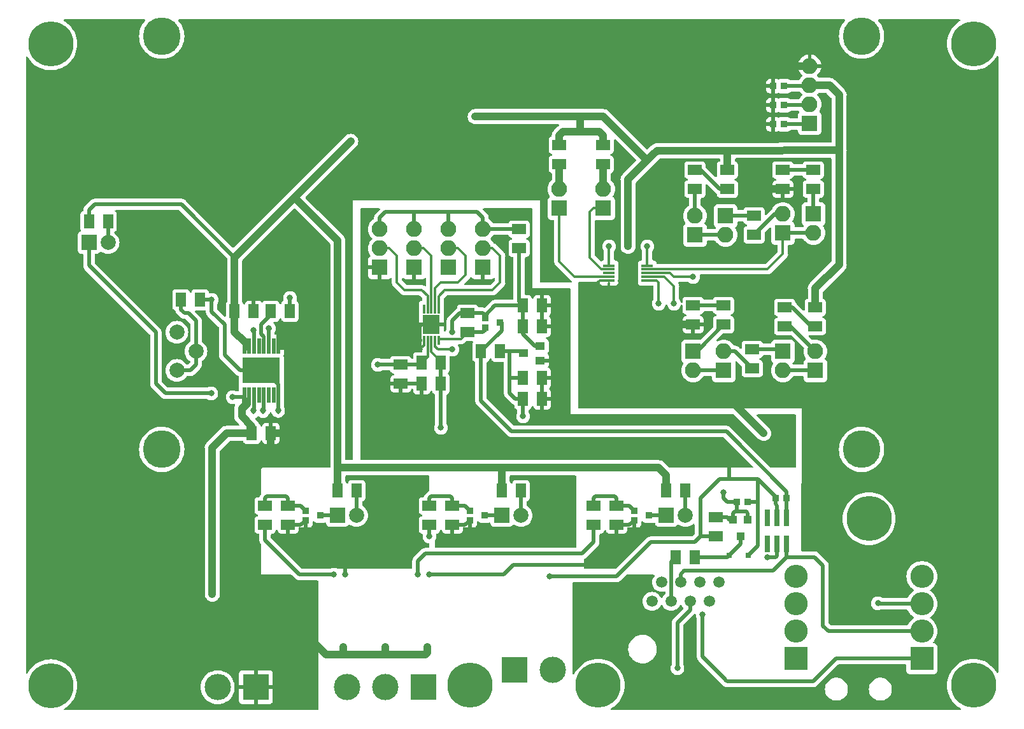
<source format=gtl>
G04 #@! TF.GenerationSoftware,KiCad,Pcbnew,7.0.9*
G04 #@! TF.CreationDate,2023-12-23T18:10:06+01:00*
G04 #@! TF.ProjectId,signalization-by-fireplace,7369676e-616c-4697-9a61-74696f6e2d62,v2.0*
G04 #@! TF.SameCoordinates,Original*
G04 #@! TF.FileFunction,Copper,L1,Top*
G04 #@! TF.FilePolarity,Positive*
%FSLAX46Y46*%
G04 Gerber Fmt 4.6, Leading zero omitted, Abs format (unit mm)*
G04 Created by KiCad (PCBNEW 7.0.9) date 2023-12-23 18:10:06*
%MOMM*%
%LPD*%
G01*
G04 APERTURE LIST*
G04 Aperture macros list*
%AMOutline4P*
0 Free polygon, 4 corners , with rotation*
0 The origin of the aperture is its center*
0 number of corners: always 4*
0 $1 to $8 corner X, Y*
0 $9 Rotation angle, in degrees counterclockwise*
0 create outline with 4 corners*
4,1,4,$1,$2,$3,$4,$5,$6,$7,$8,$1,$2,$9*%
G04 Aperture macros list end*
G04 #@! TA.AperFunction,SMDPad,CuDef*
%ADD10R,0.350000X1.200000*%
G04 #@! TD*
G04 #@! TA.AperFunction,SMDPad,CuDef*
%ADD11R,2.300000X2.600000*%
G04 #@! TD*
G04 #@! TA.AperFunction,ComponentPad*
%ADD12C,6.000000*%
G04 #@! TD*
G04 #@! TA.AperFunction,ComponentPad*
%ADD13R,2.100000X2.100000*%
G04 #@! TD*
G04 #@! TA.AperFunction,ComponentPad*
%ADD14O,2.100000X2.100000*%
G04 #@! TD*
G04 #@! TA.AperFunction,SMDPad,CuDef*
%ADD15R,1.500000X0.350000*%
G04 #@! TD*
G04 #@! TA.AperFunction,ComponentPad*
%ADD16C,5.000000*%
G04 #@! TD*
G04 #@! TA.AperFunction,SMDPad,CuDef*
%ADD17Outline4P,-0.650000X-0.900000X0.650000X-0.900000X0.650000X0.900000X-0.650000X0.900000X0.000000*%
G04 #@! TD*
G04 #@! TA.AperFunction,SMDPad,CuDef*
%ADD18Outline4P,-0.650000X-0.900000X0.650000X-0.900000X0.650000X0.900000X-0.650000X0.900000X90.000000*%
G04 #@! TD*
G04 #@! TA.AperFunction,SMDPad,CuDef*
%ADD19Outline4P,-0.650000X-0.900000X0.650000X-0.900000X0.650000X0.900000X-0.650000X0.900000X180.000000*%
G04 #@! TD*
G04 #@! TA.AperFunction,ComponentPad*
%ADD20R,3.500000X3.500000*%
G04 #@! TD*
G04 #@! TA.AperFunction,ComponentPad*
%ADD21C,3.500000*%
G04 #@! TD*
G04 #@! TA.AperFunction,ComponentPad*
%ADD22O,3.500000X3.500000*%
G04 #@! TD*
G04 #@! TA.AperFunction,SMDPad,CuDef*
%ADD23R,0.900000X0.900000*%
G04 #@! TD*
G04 #@! TA.AperFunction,SMDPad,CuDef*
%ADD24Outline4P,-0.650000X-0.900000X0.650000X-0.900000X0.650000X0.900000X-0.650000X0.900000X270.000000*%
G04 #@! TD*
G04 #@! TA.AperFunction,SMDPad,CuDef*
%ADD25R,1.300000X1.000000*%
G04 #@! TD*
G04 #@! TA.AperFunction,SMDPad,CuDef*
%ADD26R,0.500000X2.000000*%
G04 #@! TD*
G04 #@! TA.AperFunction,SMDPad,CuDef*
%ADD27R,5.000000X3.400000*%
G04 #@! TD*
G04 #@! TA.AperFunction,ComponentPad*
%ADD28C,1.500000*%
G04 #@! TD*
G04 #@! TA.AperFunction,SMDPad,CuDef*
%ADD29R,0.800000X2.200000*%
G04 #@! TD*
G04 #@! TA.AperFunction,ComponentPad*
%ADD30R,3.100000X3.100000*%
G04 #@! TD*
G04 #@! TA.AperFunction,ComponentPad*
%ADD31O,3.100000X3.100000*%
G04 #@! TD*
G04 #@! TA.AperFunction,SMDPad,CuDef*
%ADD32R,0.800000X0.800000*%
G04 #@! TD*
G04 #@! TA.AperFunction,SMDPad,CuDef*
%ADD33R,1.000000X1.000000*%
G04 #@! TD*
G04 #@! TA.AperFunction,ComponentPad*
%ADD34C,2.000000*%
G04 #@! TD*
G04 #@! TA.AperFunction,ComponentPad*
%ADD35R,2.000000X2.000000*%
G04 #@! TD*
G04 #@! TA.AperFunction,ViaPad*
%ADD36C,0.800000*%
G04 #@! TD*
G04 #@! TA.AperFunction,Conductor*
%ADD37C,0.500000*%
G04 #@! TD*
G04 #@! TA.AperFunction,Conductor*
%ADD38C,1.000000*%
G04 #@! TD*
G04 #@! TA.AperFunction,Conductor*
%ADD39C,0.450000*%
G04 #@! TD*
G04 #@! TA.AperFunction,Conductor*
%ADD40C,0.350000*%
G04 #@! TD*
G04 #@! TA.AperFunction,Conductor*
%ADD41C,0.400000*%
G04 #@! TD*
G04 #@! TA.AperFunction,Conductor*
%ADD42C,0.250000*%
G04 #@! TD*
G04 #@! TA.AperFunction,Conductor*
%ADD43C,0.200000*%
G04 #@! TD*
G04 #@! TA.AperFunction,Conductor*
%ADD44C,0.300000*%
G04 #@! TD*
G04 APERTURE END LIST*
D10*
X135714740Y-92135960D03*
X136215500Y-92135960D03*
X136715500Y-92135960D03*
X137215500Y-92135960D03*
X137715500Y-92135960D03*
X137715500Y-87950040D03*
X137215500Y-87950040D03*
X136715500Y-87950040D03*
X136215500Y-87950040D03*
X135715500Y-87950040D03*
D11*
X136715500Y-90043000D03*
D12*
X208788000Y-138049000D03*
X208788000Y-52642441D03*
X141837500Y-138049000D03*
X158897500Y-138049000D03*
X86106000Y-52675428D03*
X86106000Y-138102922D03*
X194898000Y-115871000D03*
D13*
X159575500Y-74549000D03*
D14*
X159575500Y-72009000D03*
D13*
X187769500Y-96139000D03*
D14*
X187769500Y-93599000D03*
D13*
X183451500Y-93599000D03*
D14*
X183451500Y-96139000D03*
D13*
X175577500Y-96139000D03*
D14*
X175577500Y-93599000D03*
D13*
X171513500Y-93599000D03*
D14*
X171513500Y-96139000D03*
D13*
X171767500Y-78105000D03*
D14*
X171767500Y-75565000D03*
D13*
X175831500Y-75565000D03*
D14*
X175831500Y-78105000D03*
D13*
X183451500Y-77851000D03*
D14*
X183451500Y-75311000D03*
D13*
X187515500Y-75311000D03*
D14*
X187515500Y-77851000D03*
D13*
X153733500Y-74549000D03*
D14*
X153733500Y-72009000D03*
D13*
X187012700Y-63228740D03*
D14*
X187012700Y-60688740D03*
X187012700Y-58148740D03*
X187012700Y-55608740D03*
D15*
X160337500Y-82185000D03*
X160337500Y-82685000D03*
X160337500Y-83185000D03*
X160337500Y-83685000D03*
X160337500Y-84185000D03*
X165417500Y-84185000D03*
X165417500Y-83685000D03*
X165417500Y-83185000D03*
X165417500Y-82685000D03*
X165417500Y-82185000D03*
D16*
X193905500Y-106649000D03*
X100861500Y-106649000D03*
X100861500Y-51649000D03*
X193905500Y-51649000D03*
D17*
X148907500Y-99949000D03*
X151447500Y-99949000D03*
X148907500Y-97155000D03*
X151447500Y-97155000D03*
D18*
X132651500Y-97917000D03*
X132651500Y-95377000D03*
D17*
X135445500Y-95123000D03*
X137985500Y-95123000D03*
D19*
X137985500Y-97917000D03*
X135445500Y-97917000D03*
D17*
X148907500Y-90297000D03*
X151447500Y-90297000D03*
X148907500Y-87503000D03*
X151447500Y-87503000D03*
X112839500Y-104521000D03*
X115379500Y-104521000D03*
X115379500Y-88265000D03*
X117919500Y-88265000D03*
X110553500Y-88265000D03*
X113093500Y-88265000D03*
D20*
X135667500Y-138303000D03*
D21*
X130587500Y-138303000D03*
X125507500Y-138303000D03*
D20*
X147797500Y-136017000D03*
D21*
X152877500Y-136017000D03*
D20*
X113377500Y-138303000D03*
D22*
X108297500Y-138303000D03*
D13*
X143573500Y-82423000D03*
D14*
X143573500Y-79883000D03*
X143573500Y-77343000D03*
D13*
X139001500Y-82423000D03*
D14*
X139001500Y-79883000D03*
X139001500Y-77343000D03*
D13*
X134429500Y-82423000D03*
D14*
X134429500Y-79883000D03*
X134429500Y-77343000D03*
D13*
X129857500Y-82423000D03*
D14*
X129857500Y-79883000D03*
X129857500Y-77343000D03*
D23*
X119967500Y-114793000D03*
X119967500Y-116093000D03*
X121967500Y-115443000D03*
X141811500Y-114793000D03*
X141811500Y-116093000D03*
X143811500Y-115443000D03*
X163655500Y-114793000D03*
X163655500Y-116093000D03*
X165655500Y-115443000D03*
X143843500Y-89139000D03*
X143843500Y-90439000D03*
X145843500Y-89789000D03*
D24*
X159575500Y-66167000D03*
X159575500Y-68707000D03*
X117665500Y-114173000D03*
X117665500Y-116713000D03*
D17*
X124269500Y-112141000D03*
X126809500Y-112141000D03*
D24*
X187769500Y-87757000D03*
X187769500Y-90297000D03*
X183705500Y-87757000D03*
X183705500Y-90297000D03*
X179387500Y-93345000D03*
X179387500Y-95885000D03*
D18*
X175577500Y-90043000D03*
X175577500Y-87503000D03*
D24*
X139509500Y-114173000D03*
X139509500Y-116713000D03*
D17*
X146113500Y-112141000D03*
X148653500Y-112141000D03*
D24*
X176085500Y-69469000D03*
X176085500Y-72009000D03*
X171767500Y-69469000D03*
X171767500Y-72009000D03*
X179641500Y-75565000D03*
X179641500Y-78105000D03*
D18*
X187515500Y-72009000D03*
X187515500Y-69469000D03*
D24*
X183451500Y-69469000D03*
X183451500Y-72009000D03*
X161353500Y-114173000D03*
X161353500Y-116713000D03*
D17*
X167957500Y-112141000D03*
X170497500Y-112141000D03*
D18*
X148399500Y-79883000D03*
X148399500Y-77343000D03*
D24*
X141541500Y-88519000D03*
X141541500Y-91059000D03*
D19*
X105981500Y-86741000D03*
X103441500Y-86741000D03*
X145859500Y-93599000D03*
X143319500Y-93599000D03*
D17*
X91186000Y-76327000D03*
X93726000Y-76327000D03*
D25*
X151177500Y-94803000D03*
X151177500Y-92903000D03*
X148977500Y-93853000D03*
D26*
X111834500Y-99389000D03*
X112484500Y-99389000D03*
X113134500Y-99389000D03*
X113784500Y-99389000D03*
X114434500Y-99389000D03*
X115084500Y-99389000D03*
X115734500Y-99389000D03*
X116384500Y-99389000D03*
X116384500Y-92889000D03*
X115734500Y-92889000D03*
X115084500Y-92889000D03*
X114434500Y-92889000D03*
X113784500Y-92889000D03*
X113134500Y-92889000D03*
X112484500Y-92889000D03*
X111834500Y-92889000D03*
D27*
X114109500Y-96139000D03*
D24*
X171513500Y-87503000D03*
X171513500Y-90043000D03*
X114617500Y-114173000D03*
X114617500Y-116713000D03*
X136461500Y-114173000D03*
X136461500Y-116713000D03*
X158305500Y-114173000D03*
X158305500Y-116713000D03*
D28*
X166053500Y-126873000D03*
X167323500Y-124333000D03*
X168593500Y-126873000D03*
X169863500Y-124333000D03*
X171133500Y-126873000D03*
X172403500Y-124333000D03*
X173673500Y-126873000D03*
X174943500Y-124333000D03*
D23*
X183922500Y-113157000D03*
X182472500Y-113157000D03*
D29*
X183959500Y-115747800D03*
X182689500Y-115747800D03*
X181419500Y-115747800D03*
X181419500Y-119202200D03*
X182689500Y-119202200D03*
X183959500Y-119202200D03*
D24*
X153733500Y-66167000D03*
X153733500Y-68707000D03*
D30*
X201930000Y-134493000D03*
D31*
X201930000Y-130853000D03*
X201930000Y-127213000D03*
X201930000Y-123573000D03*
D30*
X185229500Y-134493000D03*
D31*
X185229500Y-130853000D03*
X185229500Y-127213000D03*
X185229500Y-123573000D03*
D32*
X178816000Y-120777000D03*
X176276000Y-120777000D03*
D23*
X177329000Y-113665000D03*
X178779000Y-113665000D03*
D33*
X178750000Y-115967000D03*
X176850000Y-115967000D03*
X177800000Y-118167000D03*
D17*
X169164000Y-121031000D03*
X171704000Y-121031000D03*
D24*
X174498000Y-115697000D03*
X174498000Y-118237000D03*
D23*
X183605000Y-60833000D03*
X182155000Y-60833000D03*
X183605000Y-63373000D03*
X182155000Y-63373000D03*
D34*
X102870000Y-96139000D03*
X105422700Y-93599000D03*
X102870000Y-91059000D03*
D23*
X183605000Y-58293000D03*
X182155000Y-58293000D03*
D35*
X124225500Y-115443000D03*
D34*
X126765500Y-115443000D03*
D35*
X167957500Y-115443000D03*
D34*
X170497500Y-115443000D03*
D35*
X146091500Y-115443000D03*
D34*
X148631500Y-115443000D03*
D35*
X91186000Y-79121000D03*
D34*
X93726000Y-79121000D03*
D36*
X124968000Y-132969000D03*
X130619500Y-132969000D03*
X136207500Y-132969000D03*
X136461500Y-123317000D03*
X134937500Y-123317000D03*
X125285500Y-123317000D03*
X123761500Y-123317000D03*
X113030000Y-125857000D03*
X107594837Y-125895037D03*
X175514000Y-112395000D03*
X169481500Y-117475000D03*
X162877500Y-118999000D03*
X181419500Y-121031000D03*
X167957500Y-96393000D03*
X142557500Y-62357000D03*
X125984000Y-65659000D03*
X158305500Y-85471000D03*
X107442000Y-99187000D03*
X110299500Y-99695000D03*
X113093500Y-101473000D03*
X114363500Y-101473000D03*
X116332000Y-101473000D03*
X113093500Y-90805000D03*
X115125500Y-90551000D03*
X116649500Y-90551000D03*
X117919500Y-86487000D03*
X113093500Y-86487000D03*
X107505500Y-86741000D03*
X120459500Y-79121000D03*
X139509500Y-91059000D03*
X139509500Y-93345000D03*
X135191500Y-93345000D03*
X129603500Y-90805000D03*
X129603500Y-95377000D03*
X132651500Y-99441000D03*
X153225500Y-86741000D03*
X154495500Y-89027000D03*
X154495500Y-98425000D03*
X160337500Y-79629000D03*
X162877500Y-79629000D03*
X165417500Y-79629000D03*
X171513500Y-83693000D03*
X168973500Y-87249000D03*
X166941500Y-87249000D03*
X180911500Y-104521000D03*
X173291500Y-102743000D03*
X173291500Y-105537000D03*
X148907500Y-102235000D03*
X137985500Y-103759000D03*
X129603500Y-105537000D03*
X124460000Y-117983000D03*
X131381500Y-111887000D03*
X131381500Y-117983000D03*
X136461500Y-118237000D03*
X139509500Y-118237000D03*
X151701500Y-112141000D03*
X146050000Y-118237000D03*
X151701500Y-118237000D03*
X152463500Y-123571000D03*
X180403500Y-72009000D03*
X180340000Y-65151000D03*
X179387500Y-57277000D03*
X192151000Y-57277000D03*
X203708000Y-63119000D03*
X203708000Y-75819000D03*
X203708000Y-88519000D03*
X203708000Y-101219000D03*
X203708000Y-113919000D03*
X205994000Y-126619000D03*
X196088000Y-127127000D03*
X172783500Y-128651000D03*
X169418000Y-135763000D03*
X201168000Y-139573000D03*
X185420000Y-139573000D03*
X175514000Y-139573000D03*
X165354000Y-139573000D03*
X166751000Y-57277000D03*
X154051000Y-57277000D03*
X141351000Y-57277000D03*
X128651000Y-57277000D03*
X115951000Y-57277000D03*
X103251000Y-57277000D03*
X97790000Y-139573000D03*
X88900000Y-126619000D03*
X88900000Y-113919000D03*
X88900000Y-101219000D03*
X88900000Y-88519000D03*
X88900000Y-75819000D03*
X88900000Y-63119000D03*
D37*
X177800000Y-119253000D02*
X176276000Y-120777000D01*
D38*
X166179500Y-67437000D02*
X165417500Y-68199000D01*
X118554500Y-73152000D02*
X120967500Y-75565000D01*
D39*
X114427000Y-92883001D02*
X114427000Y-91613001D01*
D40*
X158305500Y-84963000D02*
X159083500Y-84185000D01*
D38*
X115379500Y-107251500D02*
X110998000Y-111633000D01*
X117602000Y-104521000D02*
X119888000Y-102235000D01*
X110998000Y-122047000D02*
X110998000Y-112141000D01*
X113030000Y-125857000D02*
X113030000Y-124079000D01*
X136207500Y-133667500D02*
X135890000Y-133985000D01*
X116684501Y-91919501D02*
X116684501Y-92173501D01*
X115379500Y-104521000D02*
X117602000Y-104521000D01*
D37*
X180340000Y-61341000D02*
X180340000Y-61849000D01*
D38*
X116684501Y-91919501D02*
X116684501Y-91531001D01*
X130619500Y-132969000D02*
X130619500Y-133794500D01*
D40*
X158305500Y-85471000D02*
X158305500Y-84963000D01*
D38*
X180340000Y-59055000D02*
X180340000Y-59817000D01*
X181448000Y-55661000D02*
X180340000Y-56769000D01*
X167957500Y-91821000D02*
X169735500Y-90043000D01*
D37*
X180340000Y-58801000D02*
X180594000Y-58801000D01*
D38*
X187025500Y-55661000D02*
X181448000Y-55661000D01*
X124968000Y-133731000D02*
X125222000Y-133985000D01*
X122682000Y-133985000D02*
X121666000Y-132969000D01*
X180340000Y-58801000D02*
X180340000Y-59055000D01*
X130810000Y-133985000D02*
X125222000Y-133985000D01*
X119888000Y-94869000D02*
X117908000Y-92889000D01*
X111760000Y-122809000D02*
X110998000Y-122047000D01*
X180340000Y-61849000D02*
X180340000Y-63373000D01*
X180911500Y-104521000D02*
X176847500Y-100457000D01*
D41*
X116384500Y-90562000D02*
X116649500Y-90551000D01*
D38*
X169735500Y-90043000D02*
X171513500Y-90043000D01*
X180340000Y-56769000D02*
X180340000Y-58801000D01*
X117908000Y-92889000D02*
X116684501Y-92889000D01*
X115379500Y-104521000D02*
X115379500Y-107251500D01*
X124968000Y-132969000D02*
X124968000Y-133731000D01*
D37*
X182255500Y-58293000D02*
X180594000Y-58293000D01*
D38*
X125222000Y-133985000D02*
X122682000Y-133985000D01*
X117094000Y-125857000D02*
X119380000Y-128143000D01*
D37*
X182218500Y-60833000D02*
X180340000Y-60833000D01*
D38*
X136207500Y-132969000D02*
X136207500Y-133667500D01*
D40*
X159083500Y-84185000D02*
X160337500Y-84185000D01*
D38*
X119888000Y-102235000D02*
X119888000Y-94869000D01*
X130619500Y-133794500D02*
X130810000Y-133985000D01*
D37*
X180340000Y-59309000D02*
X180340000Y-59817000D01*
D38*
X113030000Y-124079000D02*
X111760000Y-122809000D01*
X117908000Y-92889000D02*
X117654000Y-92889000D01*
X110998000Y-111633000D02*
X110998000Y-112141000D01*
X180340000Y-65151000D02*
X180340000Y-63881000D01*
X167957500Y-98679000D02*
X167957500Y-96393000D01*
D40*
X116395500Y-92878000D02*
X116384500Y-92889000D01*
D38*
X113093500Y-86487000D02*
X120459500Y-79121000D01*
D37*
X116395500Y-91785001D02*
X116395500Y-92878000D01*
D38*
X180848000Y-56261000D02*
X180340000Y-56769000D01*
X169735500Y-100457000D02*
X167957500Y-98679000D01*
D37*
X116649500Y-91531001D02*
X116395500Y-91785001D01*
D38*
X119380000Y-128143000D02*
X119380000Y-130683000D01*
X116649500Y-90551000D02*
X116649500Y-91531001D01*
X135890000Y-133985000D02*
X130810000Y-133985000D01*
X183451500Y-72009000D02*
X180403500Y-72009000D01*
X113030000Y-125857000D02*
X117094000Y-125857000D01*
X167957500Y-96393000D02*
X167957500Y-91821000D01*
D37*
X182218500Y-63373000D02*
X180848000Y-63373000D01*
D38*
X119380000Y-130683000D02*
X121666000Y-132969000D01*
D37*
X113093500Y-86487000D02*
X113093500Y-88265000D01*
X181456500Y-60833000D02*
X182218500Y-60833000D01*
D38*
X180340000Y-63373000D02*
X180340000Y-63881000D01*
X176847500Y-100457000D02*
X169735500Y-100457000D01*
X180340000Y-59817000D02*
X180340000Y-61849000D01*
X166941500Y-109093000D02*
X146113500Y-109093000D01*
X165417500Y-68199000D02*
X159575500Y-62357000D01*
D37*
X186868440Y-58293000D02*
X187012700Y-58148740D01*
D38*
X156527500Y-64389000D02*
X159067500Y-64389000D01*
X153733500Y-66167000D02*
X153733500Y-64897000D01*
X159575500Y-66167000D02*
X159575500Y-64897000D01*
D37*
X176085500Y-66992500D02*
X175958500Y-66865500D01*
X124269500Y-109093000D02*
X124269500Y-108585000D01*
D38*
X167957500Y-111241000D02*
X167957500Y-110109000D01*
X190912750Y-59467750D02*
X190912750Y-82073750D01*
X175958500Y-66865500D02*
X166751000Y-66865500D01*
D37*
X183605000Y-58293000D02*
X186933500Y-58293000D01*
X92964000Y-74041000D02*
X98298000Y-74041000D01*
X91186000Y-76327000D02*
X91186000Y-74803000D01*
D38*
X111834500Y-92340000D02*
X110553500Y-91059000D01*
X125539500Y-109093000D02*
X129349500Y-109093000D01*
X162877500Y-79629000D02*
X162877500Y-70739000D01*
X167957500Y-110109000D02*
X166941500Y-109093000D01*
X166751000Y-66865500D02*
X166179500Y-67437000D01*
D37*
X186933500Y-58293000D02*
X187025500Y-58201000D01*
D38*
X146113500Y-112141000D02*
X146113500Y-109093000D01*
X110553500Y-85725000D02*
X110553500Y-81089500D01*
D37*
X124269500Y-109347000D02*
X124269500Y-109093000D01*
D38*
X189646000Y-58201000D02*
X190912750Y-59467750D01*
D40*
X165417500Y-82185000D02*
X165417500Y-79629000D01*
D38*
X162877500Y-70739000D02*
X165417500Y-68199000D01*
X154241500Y-64389000D02*
X153733500Y-64897000D01*
X124269500Y-108585000D02*
X124269500Y-109347000D01*
D37*
X110553500Y-91059000D02*
X112172750Y-92678250D01*
X112172750Y-92678250D02*
X112383500Y-92889000D01*
D38*
X124269500Y-78867000D02*
X124269500Y-108585000D01*
D37*
X91948000Y-74041000D02*
X92964000Y-74041000D01*
X176085500Y-68008500D02*
X176085500Y-67437000D01*
D38*
X156527500Y-64389000D02*
X154241500Y-64389000D01*
X110553500Y-81089500D02*
X118491000Y-73152000D01*
X176085500Y-69469000D02*
X176085500Y-68819000D01*
X159067500Y-64389000D02*
X159575500Y-64897000D01*
X118491000Y-73152000D02*
X118554500Y-73152000D01*
D37*
X124523500Y-109093000D02*
X124269500Y-109093000D01*
D38*
X176085500Y-69469000D02*
X176085500Y-68008500D01*
X146113500Y-109093000D02*
X129349500Y-109093000D01*
X143319500Y-62357000D02*
X142557500Y-62357000D01*
D37*
X98298000Y-74041000D02*
X103505000Y-74041000D01*
X103505000Y-74041000D02*
X110553500Y-81089500D01*
D38*
X175958500Y-66865500D02*
X190912750Y-66833750D01*
D37*
X110553500Y-90995500D02*
X110553500Y-91059000D01*
D40*
X160337500Y-82185000D02*
X160337500Y-79629000D01*
D37*
X176085500Y-68819000D02*
X176085500Y-68008500D01*
D38*
X110553500Y-88265000D02*
X110553500Y-90995500D01*
X187025500Y-58201000D02*
X189646000Y-58201000D01*
X176085500Y-68008500D02*
X176085500Y-66992500D01*
X118491000Y-73152000D02*
X125984000Y-65659000D01*
X187769500Y-87757000D02*
X187769500Y-85217000D01*
X156527500Y-62357000D02*
X143319500Y-62357000D01*
X156527500Y-62357000D02*
X156527500Y-64389000D01*
X112172750Y-92995750D02*
X112184490Y-93007490D01*
D37*
X167957500Y-112141000D02*
X167957500Y-111241000D01*
D38*
X159575500Y-62357000D02*
X156527500Y-62357000D01*
D37*
X91186000Y-74803000D02*
X91948000Y-74041000D01*
D38*
X124269500Y-112141000D02*
X124269500Y-109347000D01*
D41*
X112383500Y-92889000D02*
X112484500Y-92889000D01*
D38*
X124269500Y-108585000D02*
X124269500Y-108839000D01*
X110553500Y-88265000D02*
X110553500Y-85725000D01*
X187769500Y-85217000D02*
X190912750Y-82073750D01*
X124523500Y-109093000D02*
X125539500Y-109093000D01*
X112172750Y-92678250D02*
X112172750Y-92995750D01*
X120967500Y-75565000D02*
X124269500Y-78867000D01*
D37*
X183605000Y-58293000D02*
X186868440Y-58293000D01*
D40*
X135445500Y-93091000D02*
X135715500Y-92821000D01*
D37*
X176339500Y-110617000D02*
X176339500Y-108585000D01*
X151447500Y-90297000D02*
X153225500Y-90297000D01*
X172466000Y-118237000D02*
X171704000Y-118999000D01*
X151447500Y-99949000D02*
X152463500Y-99949000D01*
X153225500Y-99949000D02*
X153225500Y-98679000D01*
X180149500Y-110617000D02*
X179578000Y-110617000D01*
X182460700Y-113919000D02*
X182460700Y-113168800D01*
X153987500Y-102743000D02*
X153225500Y-101981000D01*
X176339500Y-108585000D02*
X173291500Y-105537000D01*
X135445500Y-90043000D02*
X135191500Y-90297000D01*
X178816000Y-120777000D02*
X180086000Y-119507000D01*
X180086000Y-113665000D02*
X180086000Y-110680500D01*
D42*
X138239500Y-82423000D02*
X139763500Y-82423000D01*
D37*
X153225500Y-86741000D02*
X153225500Y-86995000D01*
X153225500Y-99187000D02*
X153225500Y-98679000D01*
X173101000Y-112522000D02*
X175006000Y-110617000D01*
X172466000Y-113157000D02*
X173101000Y-112522000D01*
X174498000Y-118237000D02*
X172466000Y-118237000D01*
X182472500Y-112940000D02*
X180149500Y-110617000D01*
X180086000Y-114173000D02*
X180086000Y-113665000D01*
X151447500Y-87503000D02*
X153225500Y-87503000D01*
X135191500Y-90297000D02*
X135191500Y-91567000D01*
X182472500Y-113157000D02*
X182472500Y-112940000D01*
X132651500Y-97917000D02*
X135445500Y-97917000D01*
X173291500Y-102743000D02*
X153987500Y-102743000D01*
X172466000Y-118237000D02*
X172466000Y-113157000D01*
X182689500Y-115747800D02*
X182689500Y-114147800D01*
X180086000Y-119507000D02*
X180086000Y-114173000D01*
X171704000Y-118999000D02*
X165862000Y-118999000D01*
D42*
X135191500Y-93091000D02*
X135445500Y-93091000D01*
D37*
X173101000Y-112522000D02*
X172720000Y-112903000D01*
X153225500Y-101981000D02*
X153225500Y-99949000D01*
X151177500Y-94803000D02*
X153159500Y-94803000D01*
X153225500Y-94869000D02*
X153225500Y-90297000D01*
D40*
X135715500Y-92821000D02*
X135715500Y-91963000D01*
D37*
X153225500Y-90297000D02*
X153225500Y-87503000D01*
X135191500Y-91567000D02*
X135191500Y-93345000D01*
X152463500Y-99949000D02*
X153225500Y-99949000D01*
X175006000Y-110617000D02*
X175260000Y-110617000D01*
X175260000Y-110617000D02*
X176339500Y-110617000D01*
X179578000Y-110617000D02*
X176339500Y-110617000D01*
X178779000Y-113665000D02*
X180086000Y-113665000D01*
X182460700Y-113168800D02*
X182472500Y-113157000D01*
X153159500Y-94803000D02*
X153225500Y-94869000D01*
X165862000Y-118999000D02*
X161290000Y-123571000D01*
X153225500Y-86995000D02*
X153225500Y-87503000D01*
X153225500Y-97155000D02*
X153225500Y-94869000D01*
X136715500Y-90043000D02*
X135445500Y-90043000D01*
X180086000Y-110680500D02*
X180149500Y-110617000D01*
X161290000Y-123571000D02*
X152463500Y-123571000D01*
X151447500Y-97155000D02*
X153225500Y-97155000D01*
X132651500Y-97917000D02*
X132651500Y-99441000D01*
X153225500Y-98679000D02*
X153225500Y-97155000D01*
X182689500Y-114147800D02*
X182460700Y-113919000D01*
X148907500Y-97155000D02*
X147383500Y-97155000D01*
X147129500Y-93599000D02*
X148723500Y-93599000D01*
X176292000Y-115967000D02*
X176850000Y-115967000D01*
X147129500Y-96901000D02*
X147129500Y-93599000D01*
X145859500Y-93599000D02*
X147129500Y-93599000D01*
X177329000Y-113665000D02*
X176022000Y-113665000D01*
X174498000Y-115697000D02*
X176022000Y-115697000D01*
X176022000Y-115697000D02*
X176292000Y-115967000D01*
X178562000Y-114935000D02*
X177292000Y-114935000D01*
X175260000Y-115697000D02*
X173990000Y-115697000D01*
X177329000Y-114898000D02*
X177292000Y-114935000D01*
X178750000Y-115123000D02*
X178562000Y-114935000D01*
X148907500Y-102235000D02*
X148907500Y-99949000D01*
X177292000Y-114935000D02*
X177038000Y-114935000D01*
X177329000Y-113665000D02*
X177329000Y-114898000D01*
X148907500Y-99949000D02*
X147891500Y-99949000D01*
X148723500Y-93599000D02*
X148977500Y-93853000D01*
X147129500Y-99187000D02*
X147129500Y-97155000D01*
X147383500Y-97155000D02*
X147129500Y-97155000D01*
X147129500Y-97155000D02*
X147129500Y-96901000D01*
D42*
X148907500Y-93923000D02*
X148977500Y-93853000D01*
D37*
X176022000Y-113665000D02*
X175514000Y-113157000D01*
X178750000Y-115967000D02*
X178750000Y-115123000D01*
X177038000Y-114935000D02*
X176850000Y-115123000D01*
X175514000Y-113157000D02*
X175514000Y-112395000D01*
X147891500Y-99949000D02*
X147129500Y-99187000D01*
X176850000Y-115123000D02*
X176850000Y-115967000D01*
D40*
X136215500Y-91963000D02*
X136215500Y-94353000D01*
D37*
X129603500Y-95377000D02*
X132651500Y-95377000D01*
X132651500Y-95377000D02*
X135191500Y-95377000D01*
D40*
X136215500Y-94353000D02*
X135445500Y-95123000D01*
D37*
X135191500Y-95377000D02*
X135445500Y-95123000D01*
X137985500Y-95123000D02*
X137985500Y-97917000D01*
D43*
X137985500Y-95123000D02*
X137985500Y-94932500D01*
D40*
X136715500Y-91963000D02*
X136715500Y-92837000D01*
D37*
X137985500Y-103759000D02*
X137985500Y-97917000D01*
D40*
X137985500Y-95123000D02*
X137985500Y-94361000D01*
X136715500Y-93662500D02*
X136715500Y-92135960D01*
X137985500Y-94932500D02*
X136715500Y-93662500D01*
X137609538Y-93345000D02*
X137912498Y-93345000D01*
D37*
X150497500Y-92903000D02*
X148907500Y-91313000D01*
D42*
X141541500Y-88519000D02*
X140779500Y-88519000D01*
D37*
X139509500Y-89535000D02*
X140525500Y-88519000D01*
D40*
X137215500Y-92135960D02*
X137215500Y-92950962D01*
D37*
X140525500Y-88519000D02*
X141541500Y-88519000D01*
D42*
X151177500Y-92903000D02*
X151177500Y-92567000D01*
D37*
X139509500Y-91059000D02*
X139509500Y-89535000D01*
X148907500Y-87503000D02*
X145179500Y-87503000D01*
X145179500Y-87503000D02*
X143843500Y-88839000D01*
X148907500Y-87503000D02*
X148907500Y-90297000D01*
X141541500Y-88519000D02*
X143523500Y-88519000D01*
X148399500Y-79883000D02*
X148399500Y-86995000D01*
D40*
X137215500Y-92950962D02*
X137609538Y-93345000D01*
X137912498Y-93345000D02*
X138747500Y-93345000D01*
D37*
X148399500Y-86995000D02*
X148907500Y-87503000D01*
X151177500Y-92903000D02*
X150497500Y-92903000D01*
X143523500Y-88519000D02*
X143843500Y-88839000D01*
D42*
X143843500Y-88839000D02*
X144015500Y-88839000D01*
D40*
X138747500Y-93345000D02*
X139509500Y-93345000D01*
D37*
X148907500Y-91313000D02*
X148907500Y-90297000D01*
D40*
X137215500Y-91963000D02*
X137215499Y-92648001D01*
D38*
X111506000Y-101473000D02*
X111517000Y-102246000D01*
X111517000Y-102246000D02*
X112839500Y-103568500D01*
X112184490Y-100286510D02*
X112067490Y-100286510D01*
X111506000Y-101473000D02*
X111506000Y-101219000D01*
D44*
X111823500Y-101350000D02*
X111823500Y-101473000D01*
D38*
X107594837Y-106400163D02*
X109474000Y-104521000D01*
D37*
X111826532Y-100898468D02*
X111828500Y-100525500D01*
D38*
X112839500Y-103568500D02*
X112839500Y-104521000D01*
D37*
X111823500Y-101473000D02*
X111826532Y-100898468D01*
X112484500Y-100689000D02*
X111823500Y-101350000D01*
X110299500Y-99695000D02*
X111528500Y-99695000D01*
D38*
X107594837Y-125895037D02*
X107594837Y-106400163D01*
D41*
X111528500Y-99695000D02*
X111834500Y-99389000D01*
D38*
X109474000Y-104521000D02*
X112839500Y-104521000D01*
D37*
X111828500Y-100525500D02*
X111834500Y-99389000D01*
D38*
X111506000Y-101219000D02*
X111826532Y-100898468D01*
D37*
X112484500Y-99389000D02*
X112484500Y-100689000D01*
X111252000Y-96139000D02*
X109220000Y-94107000D01*
X105981500Y-86741000D02*
X107505500Y-86741000D01*
X117919500Y-86487000D02*
X117919500Y-88265000D01*
X109220000Y-94107000D02*
X109220000Y-90043000D01*
X109220000Y-90043000D02*
X107505500Y-88328500D01*
X107505500Y-88328500D02*
X107505500Y-86741000D01*
X116384500Y-99389000D02*
X116384500Y-101674500D01*
X114109500Y-96139000D02*
X111252000Y-96139000D01*
D41*
X114534500Y-96139000D02*
X114109500Y-96139000D01*
D37*
X116384500Y-97989000D02*
X114534500Y-96139000D01*
X116384500Y-99389000D02*
X116384500Y-97989000D01*
X115379500Y-88773000D02*
X115379500Y-88265000D01*
D40*
X114434500Y-92889000D02*
X114415500Y-92889000D01*
D37*
X114409501Y-91590000D02*
X114109500Y-91289999D01*
X114109500Y-90043000D02*
X115379500Y-88773000D01*
X114109500Y-91313000D02*
X114109500Y-90043000D01*
D40*
X114415500Y-92889000D02*
X114409501Y-92883001D01*
X159575500Y-74549000D02*
X158275500Y-74549000D01*
D37*
X183605000Y-60833000D02*
X186868440Y-60833000D01*
D40*
X159327499Y-82685001D02*
X157797500Y-81155002D01*
D37*
X186933500Y-60833000D02*
X187025500Y-60741000D01*
D40*
X160337500Y-82685000D02*
X159327499Y-82685001D01*
X158275500Y-74549000D02*
X157797500Y-75027000D01*
X157797500Y-75027000D02*
X157797500Y-81155002D01*
D37*
X183605000Y-60833000D02*
X186933500Y-60833000D01*
X186868440Y-60833000D02*
X187012700Y-60688740D01*
X186933500Y-63373000D02*
X187025500Y-63281000D01*
X186868440Y-63373000D02*
X187012700Y-63228740D01*
X183605000Y-63373000D02*
X186868440Y-63373000D01*
D40*
X153733500Y-74549000D02*
X153733500Y-81661000D01*
X153733500Y-81661000D02*
X155765500Y-83693000D01*
D42*
X155773499Y-83685001D02*
X155765500Y-83693000D01*
D40*
X159327499Y-83685001D02*
X155773499Y-83685001D01*
X160337500Y-83685000D02*
X159327499Y-83685001D01*
D37*
X119665750Y-119983250D02*
X119951500Y-120269000D01*
X125285500Y-121602500D02*
X124206000Y-120523000D01*
X125285500Y-123317000D02*
X125285500Y-121602500D01*
X120205500Y-120523000D02*
X119665750Y-119983250D01*
X117665500Y-116713000D02*
X119347500Y-116713000D01*
X117665500Y-116713000D02*
X117665500Y-117983000D01*
X124206000Y-120523000D02*
X120205500Y-120523000D01*
X117665500Y-117983000D02*
X119665750Y-119983250D01*
X119347500Y-116713000D02*
X119967500Y-116093000D01*
X123761500Y-123317000D02*
X119189500Y-123317000D01*
X114617500Y-118745000D02*
X114617500Y-116713000D01*
X119189500Y-123317000D02*
X114617500Y-118745000D01*
X139509500Y-118237000D02*
X139509500Y-116713000D01*
X139509500Y-116713000D02*
X141191500Y-116713000D01*
X141191500Y-116713000D02*
X141811500Y-116093000D01*
X136461500Y-116713000D02*
X136461500Y-118237000D01*
X161353500Y-116713000D02*
X163035500Y-116713000D01*
X161353500Y-119062500D02*
X161353500Y-119761000D01*
X161353500Y-119761000D02*
X159067500Y-122047000D01*
X161353500Y-116713000D02*
X161353500Y-117363000D01*
X136461500Y-123317000D02*
X146367500Y-123317000D01*
X146367500Y-123317000D02*
X147637500Y-122047000D01*
X161353500Y-116713000D02*
X161353500Y-119062500D01*
X163035500Y-116713000D02*
X163655500Y-116093000D01*
X159067500Y-122047000D02*
X147637500Y-122047000D01*
X134937500Y-123317000D02*
X134937500Y-121475500D01*
X158305500Y-118999000D02*
X158305500Y-116713000D01*
X134937500Y-121475500D02*
X135890000Y-120523000D01*
X135890000Y-120523000D02*
X156781500Y-120523000D01*
X156781500Y-120523000D02*
X158305500Y-118999000D01*
D40*
X183451500Y-77851000D02*
X183451500Y-80645000D01*
X183451500Y-80645000D02*
X181419500Y-82677000D01*
D37*
X183451500Y-77851000D02*
X187515500Y-77851000D01*
D40*
X165417500Y-82685000D02*
X169727500Y-82685000D01*
D42*
X169727500Y-82685000D02*
X169735500Y-82677000D01*
D40*
X181419500Y-82677000D02*
X169735500Y-82677000D01*
X168465500Y-83185000D02*
X168973500Y-83693000D01*
X168973500Y-83693000D02*
X171513500Y-83693000D01*
D37*
X175831500Y-78105000D02*
X171767500Y-78105000D01*
D40*
X165417500Y-83185000D02*
X168465500Y-83185000D01*
X168973500Y-87249000D02*
X168973500Y-84963000D01*
D37*
X183451500Y-96139000D02*
X187769500Y-96139000D01*
D40*
X167695500Y-83685000D02*
X165417500Y-83685000D01*
X168973500Y-84963000D02*
X167695500Y-83685000D01*
X166941500Y-87249000D02*
X166941500Y-84455000D01*
X166671501Y-84185001D02*
X166427501Y-84185001D01*
D37*
X171513500Y-96139000D02*
X175577500Y-96139000D01*
D40*
X166427501Y-84185001D02*
X165417500Y-84185000D01*
X166941500Y-84455000D02*
X166671501Y-84185001D01*
D37*
X182460700Y-121031000D02*
X181419500Y-121031000D01*
X169418000Y-135763000D02*
X169418000Y-129730500D01*
X182689500Y-120802200D02*
X182460700Y-121031000D01*
X170338750Y-128809750D02*
X171133500Y-128015000D01*
X171133500Y-128015000D02*
X171133500Y-126873000D01*
X196174000Y-127213000D02*
X196088000Y-127127000D01*
X169418000Y-129730500D02*
X170338750Y-128809750D01*
X201930000Y-127213000D02*
X196174000Y-127213000D01*
X182689500Y-119202200D02*
X182689500Y-120802200D01*
X175831500Y-137350500D02*
X175831500Y-137287000D01*
X168593500Y-122619010D02*
X168593500Y-126873000D01*
X201930000Y-134493000D02*
X190500000Y-134493000D01*
X176022000Y-137541000D02*
X175831500Y-137350500D01*
X172783500Y-134239000D02*
X172783500Y-128651000D01*
X190500000Y-134493000D02*
X187452000Y-137541000D01*
X168593500Y-121601500D02*
X169164000Y-121031000D01*
X168593500Y-122619010D02*
X168593500Y-121601500D01*
X187452000Y-137541000D02*
X176022000Y-137541000D01*
X175831500Y-137287000D02*
X172783500Y-134239000D01*
X183959500Y-115747800D02*
X183959500Y-113194000D01*
X143319500Y-100203000D02*
X147383500Y-104267000D01*
X143319500Y-93599000D02*
X143319500Y-100203000D01*
X183922500Y-112257000D02*
X183922500Y-113157000D01*
X147383500Y-104267000D02*
X175932500Y-104267000D01*
X183959500Y-113194000D02*
X183922500Y-113157000D01*
X146043500Y-90875000D02*
X146043500Y-89789000D01*
X143319500Y-93599000D02*
X146043500Y-90875000D01*
X175932500Y-104267000D02*
X183922500Y-112257000D01*
X183959500Y-120967500D02*
X183959500Y-119202200D01*
X187642500Y-120967500D02*
X183959500Y-120967500D01*
X201930000Y-130853000D02*
X189527000Y-130853000D01*
X169863500Y-123272340D02*
X170326840Y-122809000D01*
X182118000Y-122809000D02*
X183959500Y-120967500D01*
X188785500Y-130111500D02*
X188785500Y-122110500D01*
X189527000Y-130853000D02*
X188785500Y-130111500D01*
X188785500Y-122110500D02*
X187642500Y-120967500D01*
X169863500Y-124333000D02*
X169863500Y-123272340D01*
X170326840Y-122809000D02*
X182118000Y-122809000D01*
X126765500Y-115443000D02*
X126765500Y-112185000D01*
X126765500Y-112185000D02*
X126809500Y-112141000D01*
X124225500Y-115443000D02*
X121967500Y-115443000D01*
X148631500Y-115443000D02*
X148631500Y-112163000D01*
X148631500Y-112163000D02*
X148653500Y-112141000D01*
X143811500Y-115443000D02*
X146091500Y-115443000D01*
X170497500Y-115443000D02*
X170497500Y-112141000D01*
X167957500Y-115443000D02*
X165655500Y-115443000D01*
X91186000Y-82169000D02*
X100076000Y-91059000D01*
X100076000Y-97155000D02*
X100076000Y-91567000D01*
X100076000Y-91059000D02*
X100076000Y-91567000D01*
X100076000Y-97917000D02*
X100076000Y-97409000D01*
X113134500Y-90846000D02*
X113134500Y-92889000D01*
X100076000Y-97409000D02*
X100076000Y-97155000D01*
X91186000Y-79121000D02*
X91186000Y-82169000D01*
X101346000Y-99187000D02*
X100076000Y-97917000D01*
X107442000Y-99187000D02*
X101346000Y-99187000D01*
X100076000Y-97663000D02*
X100076000Y-97155000D01*
D41*
X113093500Y-90805000D02*
X113134500Y-90846000D01*
D37*
X93726000Y-79121000D02*
X93726000Y-76327000D01*
D38*
X153733500Y-68707000D02*
X153733500Y-72009000D01*
X159575500Y-68707000D02*
X159575500Y-72009000D01*
D37*
X183705500Y-90297000D02*
X184467500Y-90297000D01*
X184467500Y-90297000D02*
X187769500Y-93599000D01*
X183451500Y-93599000D02*
X182880000Y-93599000D01*
X179387500Y-93345000D02*
X182626000Y-93345000D01*
X182880000Y-93599000D02*
X182626000Y-93345000D01*
X175577500Y-93599000D02*
X177101500Y-93599000D01*
X177101500Y-93599000D02*
X179387500Y-95885000D01*
X172021500Y-93599000D02*
X172243750Y-93376750D01*
X172243750Y-93376750D02*
X175577500Y-90043000D01*
X171513500Y-93599000D02*
X172021500Y-93599000D01*
X171767500Y-75565000D02*
X171767500Y-72009000D01*
X175831500Y-75565000D02*
X176530000Y-75565000D01*
X176530000Y-75565000D02*
X179641500Y-75565000D01*
X179641500Y-78105000D02*
X182435500Y-75311000D01*
X182435500Y-75311000D02*
X183451500Y-75311000D01*
X187515500Y-75311000D02*
X187515500Y-74612500D01*
X187515500Y-74612500D02*
X187515500Y-72009000D01*
X139001500Y-75311000D02*
X139001500Y-75057000D01*
X138747500Y-75057000D02*
X139001500Y-75057000D01*
X139001500Y-77343000D02*
X139001500Y-75311000D01*
X130619500Y-75057000D02*
X134429500Y-75057000D01*
X129857500Y-77343000D02*
X129857500Y-75819000D01*
X129857500Y-75819000D02*
X130619500Y-75057000D01*
X134429500Y-75057000D02*
X138747500Y-75057000D01*
X142811500Y-75057000D02*
X143573500Y-75819000D01*
X134429500Y-77343000D02*
X134429500Y-75057000D01*
X139001500Y-75057000D02*
X142811500Y-75057000D01*
X143573500Y-75819000D02*
X143573500Y-77343000D01*
X148399500Y-77343000D02*
X143573500Y-77343000D01*
D40*
X138493500Y-85471000D02*
X144843500Y-85471000D01*
X144843500Y-85471000D02*
X145859500Y-84455000D01*
X137715500Y-88123000D02*
X137715500Y-86249000D01*
X145859500Y-80899000D02*
X144843500Y-79883000D01*
X145859500Y-84455000D02*
X145859500Y-80899000D01*
X144843500Y-79883000D02*
X143573500Y-79883000D01*
X137715500Y-86249000D02*
X138493500Y-85471000D01*
X137215500Y-88123000D02*
X137215500Y-85225000D01*
X141287500Y-83439000D02*
X141287500Y-80899000D01*
X137985500Y-84455000D02*
X140271500Y-84455000D01*
X140271500Y-79883000D02*
X139001500Y-79883000D01*
X140271500Y-84455000D02*
X141287500Y-83439000D01*
X141287500Y-80899000D02*
X140271500Y-79883000D01*
X137215500Y-85225000D02*
X137985500Y-84455000D01*
X135699500Y-79883000D02*
X134429500Y-79883000D01*
X136715500Y-80899000D02*
X135699500Y-79883000D01*
X136715500Y-88123000D02*
X136715500Y-80899000D01*
X136215500Y-88123000D02*
X136215501Y-86241001D01*
X131127500Y-79883000D02*
X129857500Y-79883000D01*
X132143500Y-84455000D02*
X132143500Y-80899000D01*
X133159500Y-85471000D02*
X132143500Y-84455000D01*
X132143500Y-80899000D02*
X131127500Y-79883000D01*
X136215501Y-86241001D02*
X135445500Y-85471000D01*
X135445500Y-85471000D02*
X133159500Y-85471000D01*
D37*
X143523500Y-91059000D02*
X143843500Y-90739000D01*
X141541500Y-91059000D02*
X143523500Y-91059000D01*
D40*
X140637500Y-91963000D02*
X141541500Y-91059000D01*
X137715500Y-91963000D02*
X140637500Y-91963000D01*
D37*
X183705500Y-87757000D02*
X184721500Y-87757000D01*
X187261500Y-90297000D02*
X187769500Y-90297000D01*
X184721500Y-87757000D02*
X187261500Y-90297000D01*
X171513500Y-87503000D02*
X175577500Y-87503000D01*
X171767500Y-69469000D02*
X172529500Y-69469000D01*
X172529500Y-69469000D02*
X175069500Y-72009000D01*
X175069500Y-72009000D02*
X176085500Y-72009000D01*
X183451500Y-69469000D02*
X187515500Y-69469000D01*
X113134500Y-101432000D02*
X113134500Y-99389000D01*
X113093500Y-101727000D02*
X113093500Y-101473000D01*
D41*
X113093500Y-101473000D02*
X113134500Y-101432000D01*
D37*
X114363500Y-101473000D02*
X114434500Y-101402000D01*
X114363500Y-101727000D02*
X114363500Y-101473000D01*
X114434500Y-101402000D02*
X114434500Y-99389000D01*
X104648000Y-96139000D02*
X105422700Y-95364300D01*
X105422700Y-95364300D02*
X105422700Y-93599000D01*
X104394000Y-88519000D02*
X103886000Y-88519000D01*
X103441500Y-88074500D02*
X103441500Y-86741000D01*
X105422700Y-89547700D02*
X104394000Y-88519000D01*
X102870000Y-96139000D02*
X104648000Y-96139000D01*
X105422700Y-93599000D02*
X105422700Y-89547700D01*
X103886000Y-88519000D02*
X103441500Y-88074500D01*
X117411500Y-112903000D02*
X114871500Y-112903000D01*
X114617500Y-113157000D02*
X114617500Y-114173000D01*
X114871500Y-112903000D02*
X114617500Y-113157000D01*
X117665500Y-114173000D02*
X117665500Y-113157000D01*
X117665500Y-113157000D02*
X117411500Y-112903000D01*
X119347500Y-114173000D02*
X119967500Y-114793000D01*
X117665500Y-114173000D02*
X119347500Y-114173000D01*
X136461500Y-113157000D02*
X136715500Y-112903000D01*
X139255500Y-112903000D02*
X139509500Y-113157000D01*
X141191500Y-114173000D02*
X141811500Y-114793000D01*
X136461500Y-114173000D02*
X136461500Y-113157000D01*
X139509500Y-113157000D02*
X139509500Y-114173000D01*
X136715500Y-112903000D02*
X139255500Y-112903000D01*
X139509500Y-114173000D02*
X141191500Y-114173000D01*
X158305500Y-114173000D02*
X158305500Y-113157000D01*
X161353500Y-114173000D02*
X163035500Y-114173000D01*
X163035500Y-114173000D02*
X163655500Y-114793000D01*
X161099500Y-112903000D02*
X161353500Y-113157000D01*
X161353500Y-113157000D02*
X161353500Y-114173000D01*
X158559500Y-112903000D02*
X161099500Y-112903000D01*
X158305500Y-113157000D02*
X158559500Y-112903000D01*
X171704000Y-121031000D02*
X176022000Y-121031000D01*
X176022000Y-121031000D02*
X176276000Y-120777000D01*
X176784000Y-120269000D02*
X176022000Y-121031000D01*
X177800000Y-118167000D02*
X177800000Y-119253000D01*
X115084500Y-92889000D02*
X115084500Y-90592000D01*
D41*
X115084500Y-90707372D02*
X115237686Y-90554186D01*
X115084500Y-90592000D02*
X115125500Y-90551000D01*
G04 #@! TA.AperFunction,Conductor*
G36*
X175634250Y-105045502D02*
G01*
X175655224Y-105062405D01*
X179470724Y-108877905D01*
X179504750Y-108940217D01*
X179499685Y-109011032D01*
X179457138Y-109067868D01*
X179390618Y-109092679D01*
X179381629Y-109093000D01*
X168419924Y-109093000D01*
X168351803Y-109072998D01*
X168330829Y-109056095D01*
X168152639Y-108877905D01*
X167691834Y-108417100D01*
X167687689Y-108412526D01*
X167658067Y-108376431D01*
X167504504Y-108250405D01*
X167329305Y-108156759D01*
X167329303Y-108156758D01*
X167139204Y-108099091D01*
X167139192Y-108099089D01*
X166941504Y-108079620D01*
X166941497Y-108079620D01*
X166895035Y-108084196D01*
X166888856Y-108084500D01*
X154940000Y-108084500D01*
X154940000Y-105025500D01*
X175566129Y-105025500D01*
X175634250Y-105045502D01*
G37*
G04 #@! TD.AperFunction*
G04 #@! TA.AperFunction,Conductor*
G36*
X176961197Y-102001002D02*
G01*
X176982171Y-102017905D01*
X180233404Y-105269139D01*
X180233423Y-105269157D01*
X180329317Y-105347854D01*
X180348497Y-105363595D01*
X180523697Y-105457241D01*
X180713799Y-105514909D01*
X180713805Y-105514909D01*
X180713807Y-105514910D01*
X180911496Y-105534380D01*
X180911500Y-105534380D01*
X180911504Y-105534380D01*
X181109192Y-105514910D01*
X181109193Y-105514909D01*
X181109201Y-105514909D01*
X181299304Y-105457241D01*
X181474503Y-105363595D01*
X181628068Y-105237568D01*
X181754095Y-105084003D01*
X181847741Y-104908804D01*
X181905409Y-104718701D01*
X181924880Y-104521000D01*
X181905409Y-104323299D01*
X181847741Y-104133197D01*
X181754095Y-103957997D01*
X181738354Y-103938817D01*
X181659657Y-103842923D01*
X181659639Y-103842904D01*
X180012829Y-102196095D01*
X179978804Y-102133783D01*
X179983868Y-102062968D01*
X180026415Y-102006132D01*
X180092935Y-101981321D01*
X180101924Y-101981000D01*
X185040000Y-101981000D01*
X185108121Y-102001002D01*
X185154614Y-102054658D01*
X185166000Y-102107000D01*
X185166000Y-108967000D01*
X185145998Y-109035121D01*
X185092342Y-109081614D01*
X185040000Y-109093000D01*
X181883370Y-109093000D01*
X181815249Y-109072998D01*
X181794275Y-109056095D01*
X176514408Y-103776227D01*
X176502436Y-103762375D01*
X176487969Y-103742942D01*
X176487967Y-103742940D01*
X176447524Y-103709003D01*
X176443470Y-103705289D01*
X176437607Y-103699425D01*
X176411604Y-103678864D01*
X176352136Y-103628965D01*
X176346006Y-103624933D01*
X176346041Y-103624878D01*
X176339687Y-103620829D01*
X176339653Y-103620886D01*
X176333406Y-103617033D01*
X176263040Y-103584220D01*
X176193688Y-103549391D01*
X176193686Y-103549390D01*
X176193683Y-103549389D01*
X176186789Y-103546880D01*
X176186811Y-103546817D01*
X176179689Y-103544341D01*
X176179669Y-103544404D01*
X176172709Y-103542097D01*
X176096650Y-103526392D01*
X176021152Y-103508499D01*
X176013867Y-103507648D01*
X176013874Y-103507580D01*
X176006377Y-103506814D01*
X176006372Y-103506881D01*
X175999059Y-103506241D01*
X175999058Y-103506241D01*
X175921420Y-103508500D01*
X154940000Y-103508500D01*
X154940000Y-101981000D01*
X155253267Y-101981000D01*
X176893076Y-101981000D01*
X176961197Y-102001002D01*
G37*
G04 #@! TD.AperFunction*
G04 #@! TA.AperFunction,Conductor*
G36*
X163851621Y-115859002D02*
G01*
X163898114Y-115912658D01*
X163909500Y-115965000D01*
X163909500Y-117051000D01*
X164154085Y-117051000D01*
X164154097Y-117050999D01*
X164214593Y-117044494D01*
X164351464Y-116993444D01*
X164351465Y-116993444D01*
X164468404Y-116905904D01*
X164555944Y-116788965D01*
X164555944Y-116788964D01*
X164606994Y-116652093D01*
X164613499Y-116591597D01*
X164613500Y-116591585D01*
X164613500Y-116329271D01*
X164633502Y-116261150D01*
X164687158Y-116214657D01*
X164757432Y-116204553D01*
X164822012Y-116234047D01*
X164840368Y-116253762D01*
X164842238Y-116256261D01*
X164959292Y-116343887D01*
X164959294Y-116343888D01*
X164959296Y-116343889D01*
X165018375Y-116365924D01*
X165096295Y-116394988D01*
X165096303Y-116394990D01*
X165156850Y-116401499D01*
X165156855Y-116401499D01*
X165156862Y-116401500D01*
X165156868Y-116401500D01*
X166154132Y-116401500D01*
X166154138Y-116401500D01*
X166154145Y-116401499D01*
X166154149Y-116401499D01*
X166214696Y-116394990D01*
X166214699Y-116394989D01*
X166214701Y-116394989D01*
X166214704Y-116394988D01*
X166278967Y-116371019D01*
X166349782Y-116365953D01*
X166412095Y-116399978D01*
X166446120Y-116462290D01*
X166449000Y-116489074D01*
X166449000Y-116491649D01*
X166455509Y-116552196D01*
X166455511Y-116552204D01*
X166506610Y-116689202D01*
X166506612Y-116689207D01*
X166594238Y-116806261D01*
X166711292Y-116893887D01*
X166711294Y-116893888D01*
X166711296Y-116893889D01*
X166770375Y-116915924D01*
X166848295Y-116944988D01*
X166848303Y-116944990D01*
X166908850Y-116951499D01*
X166908855Y-116951499D01*
X166908862Y-116951500D01*
X166908868Y-116951500D01*
X169006132Y-116951500D01*
X169006138Y-116951500D01*
X169006145Y-116951499D01*
X169006149Y-116951499D01*
X169066696Y-116944990D01*
X169066699Y-116944989D01*
X169066701Y-116944989D01*
X169203704Y-116893889D01*
X169320761Y-116806261D01*
X169392626Y-116710261D01*
X169413790Y-116681990D01*
X169416101Y-116683720D01*
X169455897Y-116643910D01*
X169525269Y-116628806D01*
X169591794Y-116653606D01*
X169598117Y-116658664D01*
X169608084Y-116667176D01*
X169810537Y-116791240D01*
X170029906Y-116882105D01*
X170260789Y-116937535D01*
X170497500Y-116956165D01*
X170734211Y-116937535D01*
X170965094Y-116882105D01*
X171184463Y-116791240D01*
X171386916Y-116667176D01*
X171499670Y-116570874D01*
X171564459Y-116541844D01*
X171634659Y-116552449D01*
X171687982Y-116599324D01*
X171707500Y-116666686D01*
X171707500Y-117870629D01*
X171687498Y-117938750D01*
X171670595Y-117959724D01*
X171426724Y-118203595D01*
X171364412Y-118237621D01*
X171337629Y-118240500D01*
X165926441Y-118240500D01*
X165908181Y-118239170D01*
X165884211Y-118235659D01*
X165831615Y-118240260D01*
X165826122Y-118240500D01*
X165817818Y-118240500D01*
X165795876Y-118243064D01*
X165784905Y-118244347D01*
X165775732Y-118245149D01*
X165707577Y-118251112D01*
X165700386Y-118252597D01*
X165700372Y-118252532D01*
X165693014Y-118254163D01*
X165693030Y-118254228D01*
X165685889Y-118255920D01*
X165612944Y-118282469D01*
X165539260Y-118306885D01*
X165532613Y-118309986D01*
X165532585Y-118309926D01*
X165525798Y-118313212D01*
X165525827Y-118313270D01*
X165519271Y-118316562D01*
X165454395Y-118359232D01*
X165388349Y-118399969D01*
X165382596Y-118404519D01*
X165382555Y-118404467D01*
X165376704Y-118409233D01*
X165376746Y-118409283D01*
X165371128Y-118413996D01*
X165317836Y-118470482D01*
X163046298Y-120742021D01*
X161270224Y-122518095D01*
X161207912Y-122552120D01*
X161181129Y-122555000D01*
X157098000Y-122555000D01*
X157029879Y-122534998D01*
X156983386Y-122481342D01*
X156972000Y-122429000D01*
X156972000Y-121349917D01*
X156992002Y-121281796D01*
X157045658Y-121235303D01*
X157058349Y-121230319D01*
X157104238Y-121215114D01*
X157104244Y-121215109D01*
X157110889Y-121212012D01*
X157110918Y-121212074D01*
X157117703Y-121208789D01*
X157117673Y-121208729D01*
X157124228Y-121205436D01*
X157124232Y-121205435D01*
X157189105Y-121162766D01*
X157255151Y-121122030D01*
X157255160Y-121122020D01*
X157260908Y-121117477D01*
X157260950Y-121117531D01*
X157266789Y-121112775D01*
X157266746Y-121112723D01*
X157272365Y-121108006D01*
X157272374Y-121108001D01*
X157325663Y-121051517D01*
X158796284Y-119580895D01*
X158810117Y-119568941D01*
X158829558Y-119554469D01*
X158863501Y-119514015D01*
X158867200Y-119509979D01*
X158873080Y-119504101D01*
X158893636Y-119478103D01*
X158943532Y-119418640D01*
X158943535Y-119418637D01*
X158947566Y-119412508D01*
X158947622Y-119412545D01*
X158951671Y-119406190D01*
X158951613Y-119406154D01*
X158955464Y-119399910D01*
X158955464Y-119399909D01*
X158955467Y-119399906D01*
X158988275Y-119329546D01*
X159023109Y-119260188D01*
X159023109Y-119260185D01*
X159025620Y-119253289D01*
X159025683Y-119253312D01*
X159028157Y-119246196D01*
X159028093Y-119246175D01*
X159030402Y-119239206D01*
X159036911Y-119207684D01*
X159046100Y-119163177D01*
X159064000Y-119087656D01*
X159064000Y-119087655D01*
X159064852Y-119080368D01*
X159064918Y-119080375D01*
X159065684Y-119072877D01*
X159065618Y-119072872D01*
X159066256Y-119065565D01*
X159066258Y-119065558D01*
X159064000Y-118987954D01*
X159064000Y-117997500D01*
X159084002Y-117929379D01*
X159137658Y-117882886D01*
X159190000Y-117871500D01*
X159254132Y-117871500D01*
X159254138Y-117871500D01*
X159254145Y-117871499D01*
X159254149Y-117871499D01*
X159314696Y-117864990D01*
X159314699Y-117864989D01*
X159314701Y-117864989D01*
X159451704Y-117813889D01*
X159452299Y-117813444D01*
X159568761Y-117726261D01*
X159656387Y-117609207D01*
X159656387Y-117609206D01*
X159656389Y-117609204D01*
X159707489Y-117472201D01*
X159710244Y-117464816D01*
X159711851Y-117465415D01*
X159742256Y-117412007D01*
X159805162Y-117379091D01*
X159875876Y-117385410D01*
X159931949Y-117428957D01*
X159948422Y-117465017D01*
X159949251Y-117464709D01*
X160003055Y-117608964D01*
X160003055Y-117608965D01*
X160090595Y-117725904D01*
X160207534Y-117813444D01*
X160344406Y-117864494D01*
X160404902Y-117870999D01*
X160404915Y-117871000D01*
X161099500Y-117871000D01*
X161099500Y-116585000D01*
X161119502Y-116516879D01*
X161173158Y-116470386D01*
X161225500Y-116459000D01*
X161481500Y-116459000D01*
X161549621Y-116479002D01*
X161596114Y-116532658D01*
X161607500Y-116585000D01*
X161607500Y-117871000D01*
X162302085Y-117871000D01*
X162302097Y-117870999D01*
X162362593Y-117864494D01*
X162499464Y-117813444D01*
X162499465Y-117813444D01*
X162616404Y-117725904D01*
X162703944Y-117608965D01*
X162703944Y-117608964D01*
X162754994Y-117472093D01*
X162761499Y-117411597D01*
X162761500Y-117411585D01*
X162761500Y-117096913D01*
X162781502Y-117028792D01*
X162835158Y-116982299D01*
X162905432Y-116972195D01*
X162950642Y-116990922D01*
X162951624Y-116989125D01*
X162959535Y-116993444D01*
X163096406Y-117044494D01*
X163156902Y-117050999D01*
X163156915Y-117051000D01*
X163401500Y-117051000D01*
X163401500Y-115965000D01*
X163421502Y-115896879D01*
X163475158Y-115850386D01*
X163527500Y-115839000D01*
X163783500Y-115839000D01*
X163851621Y-115859002D01*
G37*
G04 #@! TD.AperFunction*
G04 #@! TA.AperFunction,Conductor*
G36*
X155898121Y-110129002D02*
G01*
X155944614Y-110182658D01*
X155956000Y-110235000D01*
X155956000Y-119638500D01*
X155935998Y-119706621D01*
X155882342Y-119753114D01*
X155830000Y-119764500D01*
X137286000Y-119764500D01*
X137217879Y-119744498D01*
X137171386Y-119690842D01*
X137160000Y-119638500D01*
X137160000Y-118867335D01*
X137180002Y-118799214D01*
X137192364Y-118783024D01*
X137200540Y-118773944D01*
X137296027Y-118608556D01*
X137355042Y-118426928D01*
X137375004Y-118237000D01*
X137355042Y-118047072D01*
X137349745Y-118030772D01*
X137347718Y-117959806D01*
X137384380Y-117899008D01*
X137448092Y-117867682D01*
X137456112Y-117866558D01*
X137470696Y-117864990D01*
X137470699Y-117864989D01*
X137470701Y-117864989D01*
X137476037Y-117862999D01*
X137493195Y-117856599D01*
X137607704Y-117813889D01*
X137617773Y-117806352D01*
X137724761Y-117726261D01*
X137812387Y-117609207D01*
X137812387Y-117609206D01*
X137812389Y-117609204D01*
X137863489Y-117472201D01*
X137864514Y-117462660D01*
X137891681Y-117397068D01*
X137949997Y-117356575D01*
X138020948Y-117354038D01*
X138082008Y-117390262D01*
X138113790Y-117453748D01*
X138115071Y-117462653D01*
X138115901Y-117470372D01*
X138166147Y-117605089D01*
X138252310Y-117720189D01*
X138367410Y-117806352D01*
X138502128Y-117856599D01*
X138561659Y-117862999D01*
X138561676Y-117863000D01*
X139259500Y-117863000D01*
X139259500Y-116589000D01*
X139279502Y-116520879D01*
X139333158Y-116474386D01*
X139385500Y-116463000D01*
X139633500Y-116463000D01*
X139701621Y-116483002D01*
X139748114Y-116536658D01*
X139759500Y-116589000D01*
X139759500Y-117863000D01*
X140457324Y-117863000D01*
X140457340Y-117862999D01*
X140516871Y-117856599D01*
X140651589Y-117806352D01*
X140766689Y-117720189D01*
X140852852Y-117605089D01*
X140903099Y-117470371D01*
X140909499Y-117410840D01*
X140909500Y-117410823D01*
X140909500Y-117080930D01*
X140929502Y-117012809D01*
X140983158Y-116966316D01*
X141053432Y-116956212D01*
X141111013Y-116980065D01*
X141119411Y-116986352D01*
X141254128Y-117036599D01*
X141313659Y-117042999D01*
X141313676Y-117043000D01*
X141561500Y-117043000D01*
X141561500Y-115969000D01*
X141581502Y-115900879D01*
X141635158Y-115854386D01*
X141687500Y-115843000D01*
X141935500Y-115843000D01*
X142003621Y-115863002D01*
X142050114Y-115916658D01*
X142061500Y-115969000D01*
X142061500Y-117043000D01*
X142309324Y-117043000D01*
X142309340Y-117042999D01*
X142368871Y-117036599D01*
X142503589Y-116986352D01*
X142618689Y-116900189D01*
X142704852Y-116785089D01*
X142755099Y-116650371D01*
X142761499Y-116590840D01*
X142761500Y-116590823D01*
X142761500Y-116318584D01*
X142781502Y-116250463D01*
X142835158Y-116203970D01*
X142905432Y-116193866D01*
X142970012Y-116223360D01*
X142988369Y-116243076D01*
X142998239Y-116256261D01*
X143115292Y-116343887D01*
X143115294Y-116343888D01*
X143115296Y-116343889D01*
X143174375Y-116365924D01*
X143252295Y-116394988D01*
X143252303Y-116394990D01*
X143312850Y-116401499D01*
X143312855Y-116401499D01*
X143312862Y-116401500D01*
X143312868Y-116401500D01*
X144310132Y-116401500D01*
X144310138Y-116401500D01*
X144310145Y-116401499D01*
X144310149Y-116401499D01*
X144370696Y-116394990D01*
X144370699Y-116394989D01*
X144370701Y-116394989D01*
X144413086Y-116379179D01*
X144483901Y-116374114D01*
X144546213Y-116408138D01*
X144580239Y-116470450D01*
X144582938Y-116490493D01*
X144582999Y-116491632D01*
X144589509Y-116552196D01*
X144589511Y-116552204D01*
X144640610Y-116689202D01*
X144640612Y-116689207D01*
X144728238Y-116806261D01*
X144845292Y-116893887D01*
X144845294Y-116893888D01*
X144845296Y-116893889D01*
X144862187Y-116900189D01*
X144982295Y-116944988D01*
X144982303Y-116944990D01*
X145042850Y-116951499D01*
X145042855Y-116951499D01*
X145042862Y-116951500D01*
X145042868Y-116951500D01*
X147140132Y-116951500D01*
X147140138Y-116951500D01*
X147140145Y-116951499D01*
X147140149Y-116951499D01*
X147200696Y-116944990D01*
X147200699Y-116944989D01*
X147200701Y-116944989D01*
X147337704Y-116893889D01*
X147454761Y-116806261D01*
X147542387Y-116689207D01*
X147547790Y-116681990D01*
X147550101Y-116683720D01*
X147589897Y-116643910D01*
X147659269Y-116628806D01*
X147725794Y-116653606D01*
X147732117Y-116658664D01*
X147742084Y-116667176D01*
X147944537Y-116791240D01*
X148163906Y-116882105D01*
X148394789Y-116937535D01*
X148631500Y-116956165D01*
X148868211Y-116937535D01*
X149099094Y-116882105D01*
X149318463Y-116791240D01*
X149520916Y-116667176D01*
X149701469Y-116512969D01*
X149855676Y-116332416D01*
X149979740Y-116129963D01*
X150070605Y-115910594D01*
X150126035Y-115679711D01*
X150144665Y-115443000D01*
X150126035Y-115206289D01*
X150070605Y-114975406D01*
X149979740Y-114756037D01*
X149855676Y-114553584D01*
X149845878Y-114542112D01*
X149701469Y-114373030D01*
X149520919Y-114218826D01*
X149520917Y-114218825D01*
X149520916Y-114218824D01*
X149450163Y-114175466D01*
X149402534Y-114122820D01*
X149390000Y-114068035D01*
X149390000Y-113638938D01*
X149410002Y-113570817D01*
X149463658Y-113524324D01*
X149471935Y-113520895D01*
X149549704Y-113491889D01*
X149573118Y-113474362D01*
X149666761Y-113404261D01*
X149754387Y-113287207D01*
X149754387Y-113287206D01*
X149754389Y-113287204D01*
X149798460Y-113169045D01*
X149805488Y-113150204D01*
X149805490Y-113150196D01*
X149811999Y-113089649D01*
X149812000Y-113089632D01*
X149812000Y-111192367D01*
X149811999Y-111192350D01*
X149805490Y-111131803D01*
X149805488Y-111131795D01*
X149754389Y-110994797D01*
X149754387Y-110994792D01*
X149666761Y-110877738D01*
X149549707Y-110790112D01*
X149549702Y-110790110D01*
X149412704Y-110739011D01*
X149412696Y-110739009D01*
X149352149Y-110732500D01*
X149352138Y-110732500D01*
X147954862Y-110732500D01*
X147954850Y-110732500D01*
X147894303Y-110739009D01*
X147894295Y-110739011D01*
X147757297Y-110790110D01*
X147757292Y-110790112D01*
X147640238Y-110877738D01*
X147552612Y-110994792D01*
X147552610Y-110994797D01*
X147501555Y-111131679D01*
X147459008Y-111188515D01*
X147392488Y-111213325D01*
X147323114Y-111198233D01*
X147272912Y-111148031D01*
X147265445Y-111131679D01*
X147214389Y-110994797D01*
X147214387Y-110994792D01*
X147147132Y-110904951D01*
X147122321Y-110838431D01*
X147122000Y-110829442D01*
X147122000Y-110235000D01*
X147142002Y-110166879D01*
X147195658Y-110120386D01*
X147248000Y-110109000D01*
X155830000Y-110109000D01*
X155898121Y-110129002D01*
G37*
G04 #@! TD.AperFunction*
G04 #@! TA.AperFunction,Conductor*
G36*
X136403621Y-110129002D02*
G01*
X136450114Y-110182658D01*
X136461500Y-110235000D01*
X136461500Y-112098561D01*
X136441498Y-112166682D01*
X136397702Y-112204941D01*
X136398996Y-112207040D01*
X136394204Y-112209995D01*
X136389074Y-112212478D01*
X136388765Y-112212749D01*
X136386126Y-112213980D01*
X136386097Y-112213919D01*
X136379301Y-112217210D01*
X136379331Y-112217269D01*
X136372768Y-112220565D01*
X136307900Y-112263228D01*
X136241847Y-112303971D01*
X136236092Y-112308522D01*
X136236051Y-112308470D01*
X136230204Y-112313233D01*
X136230246Y-112313283D01*
X136224628Y-112317996D01*
X136171336Y-112374482D01*
X135970725Y-112575092D01*
X135956876Y-112587062D01*
X135937443Y-112601530D01*
X135903507Y-112641971D01*
X135899800Y-112646017D01*
X135893921Y-112651897D01*
X135893912Y-112651907D01*
X135873363Y-112677896D01*
X135823465Y-112737364D01*
X135819435Y-112743491D01*
X135819380Y-112743455D01*
X135815325Y-112749820D01*
X135815382Y-112749855D01*
X135811528Y-112756101D01*
X135778720Y-112826458D01*
X135743891Y-112895812D01*
X135741382Y-112902707D01*
X135741320Y-112902684D01*
X135738843Y-112909810D01*
X135738904Y-112909831D01*
X135734288Y-112923761D01*
X135732318Y-112923108D01*
X135703809Y-112976653D01*
X135641858Y-113011332D01*
X135613781Y-113014500D01*
X135512850Y-113014500D01*
X135452303Y-113021009D01*
X135452295Y-113021011D01*
X135315297Y-113072110D01*
X135315292Y-113072112D01*
X135198238Y-113159738D01*
X135110612Y-113276792D01*
X135110610Y-113276797D01*
X135059511Y-113413795D01*
X135059509Y-113413803D01*
X135053000Y-113474350D01*
X135053000Y-114871649D01*
X135059509Y-114932196D01*
X135059511Y-114932204D01*
X135110610Y-115069202D01*
X135110612Y-115069207D01*
X135198238Y-115186261D01*
X135315292Y-115273887D01*
X135315294Y-115273888D01*
X135315296Y-115273889D01*
X135360433Y-115290724D01*
X135452179Y-115324945D01*
X135509015Y-115367492D01*
X135533825Y-115434012D01*
X135518733Y-115503386D01*
X135468531Y-115553588D01*
X135452179Y-115561055D01*
X135315297Y-115612110D01*
X135315292Y-115612112D01*
X135198238Y-115699738D01*
X135110612Y-115816792D01*
X135110610Y-115816797D01*
X135059511Y-115953795D01*
X135059509Y-115953803D01*
X135053000Y-116014350D01*
X135053000Y-117411649D01*
X135059509Y-117472196D01*
X135059511Y-117472204D01*
X135110610Y-117609202D01*
X135110612Y-117609207D01*
X135198238Y-117726261D01*
X135315292Y-117813887D01*
X135315294Y-117813888D01*
X135315296Y-117813889D01*
X135374375Y-117835924D01*
X135452295Y-117864988D01*
X135452303Y-117864990D01*
X135466888Y-117866558D01*
X135532480Y-117893727D01*
X135572972Y-117952044D01*
X135575506Y-118022996D01*
X135573254Y-118030769D01*
X135567957Y-118047070D01*
X135547996Y-118237000D01*
X135567957Y-118426927D01*
X135598026Y-118519470D01*
X135626973Y-118608556D01*
X135626976Y-118608561D01*
X135722458Y-118773941D01*
X135722465Y-118773951D01*
X135850244Y-118915864D01*
X135850247Y-118915866D01*
X136004748Y-119028118D01*
X136179212Y-119105794D01*
X136361698Y-119144582D01*
X136424170Y-119178310D01*
X136458492Y-119240460D01*
X136461500Y-119267829D01*
X136461500Y-119638500D01*
X136441498Y-119706621D01*
X136387842Y-119753114D01*
X136335500Y-119764500D01*
X135954441Y-119764500D01*
X135936181Y-119763170D01*
X135912211Y-119759659D01*
X135859615Y-119764260D01*
X135854122Y-119764500D01*
X135845818Y-119764500D01*
X135823876Y-119767064D01*
X135812905Y-119768347D01*
X135803732Y-119769149D01*
X135735577Y-119775112D01*
X135728386Y-119776597D01*
X135728372Y-119776532D01*
X135721014Y-119778163D01*
X135721030Y-119778228D01*
X135713889Y-119779920D01*
X135640944Y-119806469D01*
X135567260Y-119830885D01*
X135560613Y-119833986D01*
X135560585Y-119833926D01*
X135553798Y-119837212D01*
X135553827Y-119837270D01*
X135547271Y-119840562D01*
X135482395Y-119883232D01*
X135416349Y-119923969D01*
X135410596Y-119928519D01*
X135410555Y-119928467D01*
X135404704Y-119933233D01*
X135404746Y-119933283D01*
X135399128Y-119937996D01*
X135345836Y-119994482D01*
X134446725Y-120893592D01*
X134432876Y-120905562D01*
X134413443Y-120920030D01*
X134379507Y-120960471D01*
X134375800Y-120964517D01*
X134369921Y-120970397D01*
X134369912Y-120970407D01*
X134349363Y-120996396D01*
X134299465Y-121055864D01*
X134295435Y-121061991D01*
X134295380Y-121061955D01*
X134291325Y-121068320D01*
X134291382Y-121068355D01*
X134287528Y-121074601D01*
X134254720Y-121144958D01*
X134219891Y-121214312D01*
X134217382Y-121221207D01*
X134217320Y-121221184D01*
X134214843Y-121228310D01*
X134214904Y-121228331D01*
X134212597Y-121235290D01*
X134196892Y-121311349D01*
X134179000Y-121386845D01*
X134178148Y-121394134D01*
X134178081Y-121394126D01*
X134177314Y-121401626D01*
X134177381Y-121401632D01*
X134176741Y-121408942D01*
X134179000Y-121486579D01*
X134179000Y-122429000D01*
X134158998Y-122497121D01*
X134105342Y-122543614D01*
X134053000Y-122555000D01*
X124299269Y-122555000D01*
X124231148Y-122534998D01*
X124225208Y-122530936D01*
X124218252Y-122525882D01*
X124043788Y-122448206D01*
X123856987Y-122408500D01*
X123666013Y-122408500D01*
X123479211Y-122448206D01*
X123304747Y-122525882D01*
X123297792Y-122530936D01*
X123230924Y-122554795D01*
X123223731Y-122555000D01*
X119552371Y-122555000D01*
X119484250Y-122534998D01*
X119463276Y-122518095D01*
X115412905Y-118467724D01*
X115378879Y-118405412D01*
X115376000Y-118378629D01*
X115376000Y-117997500D01*
X115396002Y-117929379D01*
X115449658Y-117882886D01*
X115502000Y-117871500D01*
X115566132Y-117871500D01*
X115566138Y-117871500D01*
X115566145Y-117871499D01*
X115566149Y-117871499D01*
X115626696Y-117864990D01*
X115626699Y-117864989D01*
X115626701Y-117864989D01*
X115632037Y-117862999D01*
X115649195Y-117856599D01*
X115763704Y-117813889D01*
X115773773Y-117806352D01*
X115880761Y-117726261D01*
X115968387Y-117609207D01*
X115968387Y-117609206D01*
X115968389Y-117609204D01*
X116019489Y-117472201D01*
X116020514Y-117462660D01*
X116047681Y-117397068D01*
X116105997Y-117356575D01*
X116176948Y-117354038D01*
X116238008Y-117390262D01*
X116269790Y-117453748D01*
X116271071Y-117462653D01*
X116271901Y-117470372D01*
X116322147Y-117605089D01*
X116408310Y-117720189D01*
X116523410Y-117806352D01*
X116658128Y-117856599D01*
X116717659Y-117862999D01*
X116717676Y-117863000D01*
X117415500Y-117863000D01*
X117415500Y-116589000D01*
X117435502Y-116520879D01*
X117489158Y-116474386D01*
X117541500Y-116463000D01*
X117789500Y-116463000D01*
X117857621Y-116483002D01*
X117904114Y-116536658D01*
X117915500Y-116589000D01*
X117915500Y-117863000D01*
X118613324Y-117863000D01*
X118613340Y-117862999D01*
X118672871Y-117856599D01*
X118807589Y-117806352D01*
X118922689Y-117720189D01*
X119008852Y-117605089D01*
X119059099Y-117470371D01*
X119065499Y-117410840D01*
X119065500Y-117410823D01*
X119065500Y-117080930D01*
X119085502Y-117012809D01*
X119139158Y-116966316D01*
X119209432Y-116956212D01*
X119267013Y-116980065D01*
X119275411Y-116986352D01*
X119410128Y-117036599D01*
X119469659Y-117042999D01*
X119469676Y-117043000D01*
X119717500Y-117043000D01*
X119717500Y-115969000D01*
X119737502Y-115900879D01*
X119791158Y-115854386D01*
X119843500Y-115843000D01*
X120091500Y-115843000D01*
X120159621Y-115863002D01*
X120206114Y-115916658D01*
X120217500Y-115969000D01*
X120217500Y-117043000D01*
X120465324Y-117043000D01*
X120465340Y-117042999D01*
X120524871Y-117036599D01*
X120659589Y-116986352D01*
X120774689Y-116900189D01*
X120860852Y-116785089D01*
X120911099Y-116650371D01*
X120917499Y-116590840D01*
X120917500Y-116590823D01*
X120917500Y-116318584D01*
X120937502Y-116250463D01*
X120991158Y-116203970D01*
X121061432Y-116193866D01*
X121126012Y-116223360D01*
X121144369Y-116243076D01*
X121154239Y-116256261D01*
X121271292Y-116343887D01*
X121271294Y-116343888D01*
X121271296Y-116343889D01*
X121330375Y-116365924D01*
X121408295Y-116394988D01*
X121408303Y-116394990D01*
X121468850Y-116401499D01*
X121468855Y-116401499D01*
X121468862Y-116401500D01*
X121468868Y-116401500D01*
X122466132Y-116401500D01*
X122466138Y-116401500D01*
X122466145Y-116401499D01*
X122466149Y-116401499D01*
X122526696Y-116394990D01*
X122526701Y-116394989D01*
X122547699Y-116387157D01*
X122618515Y-116382091D01*
X122680828Y-116416116D01*
X122714853Y-116478428D01*
X122717011Y-116491744D01*
X122723509Y-116552196D01*
X122723511Y-116552204D01*
X122774610Y-116689202D01*
X122774612Y-116689207D01*
X122862238Y-116806261D01*
X122979292Y-116893887D01*
X122979294Y-116893888D01*
X122979296Y-116893889D01*
X122996187Y-116900189D01*
X123116295Y-116944988D01*
X123116303Y-116944990D01*
X123176850Y-116951499D01*
X123176855Y-116951499D01*
X123176862Y-116951500D01*
X123176868Y-116951500D01*
X125274132Y-116951500D01*
X125274138Y-116951500D01*
X125274145Y-116951499D01*
X125274149Y-116951499D01*
X125334696Y-116944990D01*
X125334699Y-116944989D01*
X125334701Y-116944989D01*
X125471704Y-116893889D01*
X125588761Y-116806261D01*
X125676387Y-116689207D01*
X125681790Y-116681990D01*
X125684101Y-116683720D01*
X125723897Y-116643910D01*
X125793269Y-116628806D01*
X125859794Y-116653606D01*
X125866117Y-116658664D01*
X125876084Y-116667176D01*
X126078537Y-116791240D01*
X126297906Y-116882105D01*
X126528789Y-116937535D01*
X126765500Y-116956165D01*
X127002211Y-116937535D01*
X127233094Y-116882105D01*
X127452463Y-116791240D01*
X127654916Y-116667176D01*
X127835469Y-116512969D01*
X127989676Y-116332416D01*
X128113740Y-116129963D01*
X128204605Y-115910594D01*
X128260035Y-115679711D01*
X128278665Y-115443000D01*
X128260035Y-115206289D01*
X128204605Y-114975406D01*
X128113740Y-114756037D01*
X127989676Y-114553584D01*
X127979878Y-114542112D01*
X127835469Y-114373030D01*
X127654919Y-114218826D01*
X127654917Y-114218825D01*
X127654916Y-114218824D01*
X127584163Y-114175466D01*
X127536534Y-114122820D01*
X127524000Y-114068035D01*
X127524000Y-113647144D01*
X127544002Y-113579023D01*
X127597658Y-113532530D01*
X127605944Y-113529097D01*
X127705704Y-113491889D01*
X127729118Y-113474362D01*
X127822761Y-113404261D01*
X127910387Y-113287207D01*
X127910387Y-113287206D01*
X127910389Y-113287204D01*
X127954460Y-113169045D01*
X127961488Y-113150204D01*
X127961490Y-113150196D01*
X127967999Y-113089649D01*
X127968000Y-113089632D01*
X127968000Y-111192367D01*
X127967999Y-111192350D01*
X127961490Y-111131803D01*
X127961488Y-111131795D01*
X127910389Y-110994797D01*
X127910387Y-110994792D01*
X127822761Y-110877738D01*
X127705707Y-110790112D01*
X127705702Y-110790110D01*
X127568704Y-110739011D01*
X127568696Y-110739009D01*
X127508149Y-110732500D01*
X127508138Y-110732500D01*
X126110862Y-110732500D01*
X126110850Y-110732500D01*
X126050303Y-110739009D01*
X126050295Y-110739011D01*
X125913297Y-110790110D01*
X125913292Y-110790112D01*
X125796238Y-110877738D01*
X125708612Y-110994792D01*
X125708610Y-110994797D01*
X125657555Y-111131679D01*
X125615008Y-111188515D01*
X125548488Y-111213325D01*
X125479114Y-111198233D01*
X125428912Y-111148031D01*
X125421445Y-111131679D01*
X125370389Y-110994797D01*
X125370387Y-110994792D01*
X125303132Y-110904951D01*
X125278321Y-110838431D01*
X125278000Y-110829442D01*
X125278000Y-110235000D01*
X125298002Y-110166879D01*
X125351658Y-110120386D01*
X125404000Y-110109000D01*
X136335500Y-110109000D01*
X136403621Y-110129002D01*
G37*
G04 #@! TD.AperFunction*
G04 #@! TA.AperFunction,Conductor*
G36*
X98620398Y-49423002D02*
G01*
X98666891Y-49476658D01*
X98676995Y-49546932D01*
X98647501Y-49611512D01*
X98643941Y-49615450D01*
X98604984Y-49656741D01*
X98552950Y-49711894D01*
X98343678Y-49992995D01*
X98343668Y-49993011D01*
X98168453Y-50296493D01*
X98168444Y-50296511D01*
X98029646Y-50618280D01*
X98029644Y-50618286D01*
X97929133Y-50954015D01*
X97868277Y-51299147D01*
X97868277Y-51299153D01*
X97847901Y-51649000D01*
X97868277Y-51998846D01*
X97868277Y-51998852D01*
X97868278Y-51998857D01*
X97929133Y-52343984D01*
X98029643Y-52679712D01*
X98168450Y-53001501D01*
X98343675Y-53305000D01*
X98552949Y-53586104D01*
X98793443Y-53841012D01*
X98793448Y-53841016D01*
X98793454Y-53841022D01*
X99061896Y-54066273D01*
X99061900Y-54066276D01*
X99061903Y-54066278D01*
X99354700Y-54258853D01*
X99667874Y-54416135D01*
X99755016Y-54447852D01*
X99997181Y-54535993D01*
X99997182Y-54535993D01*
X99997190Y-54535996D01*
X100338194Y-54616816D01*
X100537097Y-54640064D01*
X100686272Y-54657500D01*
X100686275Y-54657500D01*
X101036728Y-54657500D01*
X101167255Y-54642243D01*
X101384806Y-54616816D01*
X101725810Y-54535996D01*
X102055126Y-54416135D01*
X102368300Y-54258853D01*
X102661097Y-54066278D01*
X102929557Y-53841012D01*
X103170051Y-53586104D01*
X103379325Y-53305000D01*
X103554550Y-53001501D01*
X103693357Y-52679712D01*
X103793867Y-52343984D01*
X103854722Y-51998857D01*
X103875099Y-51649000D01*
X103854722Y-51299143D01*
X103793867Y-50954016D01*
X103693357Y-50618288D01*
X103554550Y-50296499D01*
X103379325Y-49993000D01*
X103170051Y-49711896D01*
X103079073Y-49615465D01*
X103046876Y-49552191D01*
X103053998Y-49481553D01*
X103098179Y-49425979D01*
X103165393Y-49403113D01*
X103170723Y-49403000D01*
X191596277Y-49403000D01*
X191664398Y-49423002D01*
X191710891Y-49476658D01*
X191720995Y-49546932D01*
X191691501Y-49611512D01*
X191687941Y-49615450D01*
X191648984Y-49656741D01*
X191596950Y-49711894D01*
X191387678Y-49992995D01*
X191387668Y-49993011D01*
X191212453Y-50296493D01*
X191212444Y-50296511D01*
X191073646Y-50618280D01*
X191073644Y-50618286D01*
X190973133Y-50954015D01*
X190912277Y-51299147D01*
X190912277Y-51299153D01*
X190891901Y-51649000D01*
X190912277Y-51998846D01*
X190912277Y-51998852D01*
X190912278Y-51998857D01*
X190973133Y-52343984D01*
X191073643Y-52679712D01*
X191212450Y-53001501D01*
X191387675Y-53305000D01*
X191596949Y-53586104D01*
X191837443Y-53841012D01*
X191837448Y-53841016D01*
X191837454Y-53841022D01*
X192105896Y-54066273D01*
X192105900Y-54066276D01*
X192105903Y-54066278D01*
X192398700Y-54258853D01*
X192711874Y-54416135D01*
X192799016Y-54447852D01*
X193041181Y-54535993D01*
X193041182Y-54535993D01*
X193041190Y-54535996D01*
X193382194Y-54616816D01*
X193581097Y-54640064D01*
X193730272Y-54657500D01*
X193730275Y-54657500D01*
X194080728Y-54657500D01*
X194211255Y-54642243D01*
X194428806Y-54616816D01*
X194769810Y-54535996D01*
X195099126Y-54416135D01*
X195412300Y-54258853D01*
X195705097Y-54066278D01*
X195973557Y-53841012D01*
X196214051Y-53586104D01*
X196423325Y-53305000D01*
X196598550Y-53001501D01*
X196737357Y-52679712D01*
X196837867Y-52343984D01*
X196898722Y-51998857D01*
X196919099Y-51649000D01*
X196898722Y-51299143D01*
X196837867Y-50954016D01*
X196737357Y-50618288D01*
X196598550Y-50296499D01*
X196423325Y-49993000D01*
X196214051Y-49711896D01*
X196123073Y-49615465D01*
X196090876Y-49552191D01*
X196097998Y-49481553D01*
X196142179Y-49425979D01*
X196209393Y-49403113D01*
X196214723Y-49403000D01*
X206909051Y-49403000D01*
X206977172Y-49423002D01*
X207023665Y-49476658D01*
X207033769Y-49546932D01*
X207004275Y-49611512D01*
X206977675Y-49634673D01*
X206722922Y-49800111D01*
X206722918Y-49800113D01*
X206437146Y-50031526D01*
X206437131Y-50031540D01*
X206177099Y-50291572D01*
X206177085Y-50291587D01*
X205945672Y-50577359D01*
X205945670Y-50577362D01*
X205745380Y-50885783D01*
X205578426Y-51213448D01*
X205578422Y-51213456D01*
X205446640Y-51556760D01*
X205351458Y-51911983D01*
X205293929Y-52275208D01*
X205274685Y-52642434D01*
X205274685Y-52642447D01*
X205293929Y-53009673D01*
X205351458Y-53372898D01*
X205446640Y-53728121D01*
X205578422Y-54071425D01*
X205578426Y-54071433D01*
X205745380Y-54399099D01*
X205945662Y-54707508D01*
X205945674Y-54707525D01*
X206177085Y-54993294D01*
X206177099Y-54993309D01*
X206437131Y-55253341D01*
X206437146Y-55253355D01*
X206722915Y-55484766D01*
X206722932Y-55484778D01*
X206773728Y-55517765D01*
X207031342Y-55685061D01*
X207359006Y-55852014D01*
X207359010Y-55852015D01*
X207359015Y-55852018D01*
X207702319Y-55983800D01*
X207702324Y-55983801D01*
X207702326Y-55983802D01*
X208057541Y-56078982D01*
X208420759Y-56136510D01*
X208420761Y-56136510D01*
X208420767Y-56136511D01*
X208787994Y-56155756D01*
X208788000Y-56155756D01*
X208788006Y-56155756D01*
X209155232Y-56136511D01*
X209155236Y-56136510D01*
X209155241Y-56136510D01*
X209518459Y-56078982D01*
X209873674Y-55983802D01*
X209873677Y-55983800D01*
X209873680Y-55983800D01*
X210216984Y-55852018D01*
X210216985Y-55852017D01*
X210216994Y-55852014D01*
X210544658Y-55685061D01*
X210853075Y-55484773D01*
X210853084Y-55484766D01*
X211138853Y-55253355D01*
X211138858Y-55253349D01*
X211138867Y-55253343D01*
X211398902Y-54993308D01*
X211398908Y-54993299D01*
X211398914Y-54993294D01*
X211630325Y-54707525D01*
X211630326Y-54707522D01*
X211630332Y-54707516D01*
X211830620Y-54399099D01*
X211851733Y-54357663D01*
X211900481Y-54306047D01*
X211969396Y-54288981D01*
X212036597Y-54311881D01*
X212080750Y-54367479D01*
X212090000Y-54414865D01*
X212090000Y-136276576D01*
X212069998Y-136344697D01*
X212016342Y-136391190D01*
X211946068Y-136401294D01*
X211881488Y-136371800D01*
X211851733Y-136333779D01*
X211830619Y-136292342D01*
X211828583Y-136289207D01*
X211630332Y-135983925D01*
X211630329Y-135983921D01*
X211630327Y-135983918D01*
X211398914Y-135698146D01*
X211398900Y-135698131D01*
X211138868Y-135438099D01*
X211138853Y-135438085D01*
X210853084Y-135206674D01*
X210853067Y-135206662D01*
X210544658Y-135006380D01*
X210216992Y-134839426D01*
X210216984Y-134839422D01*
X209873680Y-134707640D01*
X209518457Y-134612458D01*
X209155232Y-134554929D01*
X208788006Y-134535685D01*
X208787994Y-134535685D01*
X208420767Y-134554929D01*
X208057542Y-134612458D01*
X207702319Y-134707640D01*
X207359015Y-134839422D01*
X207359007Y-134839426D01*
X207031342Y-135006380D01*
X206722921Y-135206670D01*
X206722918Y-135206672D01*
X206437146Y-135438085D01*
X206437131Y-135438099D01*
X206177099Y-135698131D01*
X206177085Y-135698146D01*
X205945672Y-135983918D01*
X205945670Y-135983921D01*
X205745380Y-136292342D01*
X205578426Y-136620007D01*
X205578422Y-136620015D01*
X205446640Y-136963319D01*
X205351458Y-137318542D01*
X205293929Y-137681767D01*
X205274685Y-138048993D01*
X205274685Y-138049006D01*
X205293929Y-138416232D01*
X205351458Y-138779457D01*
X205446640Y-139134680D01*
X205578422Y-139477984D01*
X205578426Y-139477992D01*
X205578427Y-139477994D01*
X205681775Y-139680827D01*
X205745380Y-139805658D01*
X205945662Y-140114067D01*
X205945674Y-140114084D01*
X206177085Y-140399853D01*
X206177099Y-140399868D01*
X206437131Y-140659900D01*
X206437146Y-140659914D01*
X206722915Y-140891325D01*
X206722932Y-140891337D01*
X207031344Y-141091621D01*
X207072778Y-141112733D01*
X207124394Y-141161481D01*
X207141460Y-141230396D01*
X207118560Y-141297597D01*
X207062962Y-141341750D01*
X207015576Y-141351000D01*
X160669924Y-141351000D01*
X160601803Y-141330998D01*
X160555310Y-141277342D01*
X160545206Y-141207068D01*
X160574700Y-141142488D01*
X160612722Y-141112733D01*
X160628408Y-141104739D01*
X160654158Y-141091620D01*
X160962575Y-140891332D01*
X160962584Y-140891325D01*
X161248353Y-140659914D01*
X161248358Y-140659908D01*
X161248367Y-140659902D01*
X161508402Y-140399867D01*
X161508408Y-140399858D01*
X161508414Y-140399853D01*
X161739825Y-140114084D01*
X161739826Y-140114081D01*
X161739832Y-140114075D01*
X161940120Y-139805658D01*
X162107073Y-139477994D01*
X162115349Y-139456435D01*
X162238859Y-139134680D01*
X162238861Y-139134674D01*
X162334041Y-138779459D01*
X162369275Y-138557000D01*
X189033283Y-138557000D01*
X189052123Y-138796378D01*
X189108176Y-139029861D01*
X189108177Y-139029863D01*
X189200067Y-139251704D01*
X189200068Y-139251705D01*
X189325525Y-139456435D01*
X189325530Y-139456442D01*
X189481472Y-139639027D01*
X189659881Y-139791402D01*
X189664061Y-139794972D01*
X189868796Y-139920433D01*
X190090637Y-140012323D01*
X190324121Y-140068377D01*
X190563500Y-140087217D01*
X190802879Y-140068377D01*
X191036363Y-140012323D01*
X191258204Y-139920433D01*
X191462939Y-139794972D01*
X191645527Y-139639027D01*
X191801472Y-139456439D01*
X191926933Y-139251704D01*
X192018823Y-139029863D01*
X192074877Y-138796379D01*
X192093717Y-138557000D01*
X194875283Y-138557000D01*
X194894123Y-138796378D01*
X194950176Y-139029861D01*
X194950177Y-139029863D01*
X195042067Y-139251704D01*
X195042068Y-139251705D01*
X195167525Y-139456435D01*
X195167530Y-139456442D01*
X195323472Y-139639027D01*
X195501881Y-139791402D01*
X195506061Y-139794972D01*
X195710796Y-139920433D01*
X195932637Y-140012323D01*
X196166121Y-140068377D01*
X196405500Y-140087217D01*
X196644879Y-140068377D01*
X196878363Y-140012323D01*
X197100204Y-139920433D01*
X197304939Y-139794972D01*
X197487527Y-139639027D01*
X197643472Y-139456439D01*
X197768933Y-139251704D01*
X197860823Y-139029863D01*
X197916877Y-138796379D01*
X197935717Y-138557000D01*
X197916877Y-138317621D01*
X197860823Y-138084137D01*
X197768933Y-137862296D01*
X197658305Y-137681767D01*
X197643474Y-137657564D01*
X197643469Y-137657557D01*
X197487527Y-137474972D01*
X197304942Y-137319030D01*
X197304935Y-137319025D01*
X197121622Y-137206692D01*
X197100204Y-137193567D01*
X196878363Y-137101677D01*
X196878361Y-137101676D01*
X196718640Y-137063331D01*
X196644879Y-137045623D01*
X196405500Y-137026783D01*
X196166121Y-137045623D01*
X195932638Y-137101676D01*
X195710794Y-137193568D01*
X195506064Y-137319025D01*
X195506057Y-137319030D01*
X195323472Y-137474972D01*
X195167530Y-137657557D01*
X195167525Y-137657564D01*
X195042068Y-137862294D01*
X194950176Y-138084138D01*
X194894123Y-138317621D01*
X194875283Y-138557000D01*
X192093717Y-138557000D01*
X192074877Y-138317621D01*
X192018823Y-138084137D01*
X191926933Y-137862296D01*
X191816305Y-137681767D01*
X191801474Y-137657564D01*
X191801469Y-137657557D01*
X191645527Y-137474972D01*
X191462942Y-137319030D01*
X191462935Y-137319025D01*
X191279622Y-137206692D01*
X191258204Y-137193567D01*
X191036363Y-137101677D01*
X191036361Y-137101676D01*
X190876640Y-137063331D01*
X190802879Y-137045623D01*
X190563500Y-137026783D01*
X190324121Y-137045623D01*
X190090638Y-137101676D01*
X189868794Y-137193568D01*
X189664064Y-137319025D01*
X189664057Y-137319030D01*
X189481472Y-137474972D01*
X189325530Y-137657557D01*
X189325525Y-137657564D01*
X189200068Y-137862294D01*
X189108176Y-138084138D01*
X189052123Y-138317621D01*
X189033283Y-138557000D01*
X162369275Y-138557000D01*
X162391569Y-138416241D01*
X162391569Y-138416236D01*
X162391570Y-138416232D01*
X162410815Y-138049006D01*
X162410815Y-138048993D01*
X162391570Y-137681767D01*
X162389982Y-137671743D01*
X162334041Y-137318541D01*
X162238861Y-136963326D01*
X162238860Y-136963324D01*
X162238859Y-136963319D01*
X162107077Y-136620015D01*
X162107073Y-136620007D01*
X162107073Y-136620006D01*
X161940120Y-136292343D01*
X161739832Y-135983925D01*
X161739829Y-135983921D01*
X161739827Y-135983918D01*
X161508414Y-135698146D01*
X161508400Y-135698131D01*
X161248368Y-135438099D01*
X161248353Y-135438085D01*
X160962584Y-135206674D01*
X160962567Y-135206662D01*
X160654158Y-135006380D01*
X160326492Y-134839426D01*
X160326484Y-134839422D01*
X159983180Y-134707640D01*
X159627957Y-134612458D01*
X159264732Y-134554929D01*
X158897506Y-134535685D01*
X158897494Y-134535685D01*
X158530267Y-134554929D01*
X158167042Y-134612458D01*
X157811819Y-134707640D01*
X157468515Y-134839422D01*
X157468507Y-134839426D01*
X157140842Y-135006380D01*
X156832421Y-135206670D01*
X156832418Y-135206672D01*
X156546646Y-135438085D01*
X156546631Y-135438099D01*
X156286599Y-135698131D01*
X156286585Y-135698146D01*
X156055172Y-135983918D01*
X156055170Y-135983921D01*
X155854880Y-136292342D01*
X155741153Y-136515543D01*
X155692404Y-136567158D01*
X155623489Y-136584224D01*
X155556288Y-136561323D01*
X155512136Y-136505725D01*
X155502886Y-136458564D01*
X155497312Y-133292596D01*
X162877187Y-133292596D01*
X162907614Y-133569128D01*
X162977980Y-133838278D01*
X163050516Y-134008968D01*
X163086784Y-134094314D01*
X163231708Y-134331781D01*
X163409663Y-134545617D01*
X163616857Y-134731263D01*
X163848873Y-134884763D01*
X164100767Y-135002846D01*
X164367169Y-135082995D01*
X164642395Y-135123499D01*
X164642398Y-135123500D01*
X164642401Y-135123500D01*
X164850965Y-135123500D01*
X164883815Y-135121095D01*
X165058955Y-135108277D01*
X165330497Y-135047788D01*
X165590338Y-134948408D01*
X165832940Y-134812253D01*
X166053132Y-134642226D01*
X166246222Y-134441951D01*
X166408093Y-134215696D01*
X166535297Y-133968283D01*
X166625121Y-133704986D01*
X166675652Y-133431416D01*
X166685813Y-133153404D01*
X166655386Y-132876876D01*
X166585020Y-132607724D01*
X166476216Y-132351686D01*
X166331292Y-132114219D01*
X166153337Y-131900383D01*
X165946143Y-131714737D01*
X165714127Y-131561237D01*
X165589826Y-131502967D01*
X165462234Y-131443154D01*
X165350951Y-131409674D01*
X165195831Y-131363005D01*
X165195826Y-131363004D01*
X165195822Y-131363003D01*
X164920603Y-131322500D01*
X164920599Y-131322500D01*
X164712037Y-131322500D01*
X164712035Y-131322500D01*
X164504041Y-131337723D01*
X164232509Y-131398210D01*
X164232497Y-131398214D01*
X163972661Y-131497592D01*
X163730059Y-131633747D01*
X163509866Y-131803775D01*
X163509865Y-131803776D01*
X163316780Y-132004046D01*
X163154904Y-132230307D01*
X163027704Y-132477714D01*
X162937877Y-132741020D01*
X162887347Y-133014587D01*
X162877187Y-133292596D01*
X155497312Y-133292596D01*
X155487104Y-127493940D01*
X155481755Y-124455722D01*
X155501637Y-124387566D01*
X155555211Y-124340979D01*
X155607755Y-124329500D01*
X161225559Y-124329500D01*
X161243819Y-124330830D01*
X161248715Y-124331547D01*
X161267789Y-124334341D01*
X161301146Y-124331422D01*
X161320385Y-124329740D01*
X161325878Y-124329500D01*
X161334176Y-124329500D01*
X161334180Y-124329500D01*
X161360512Y-124326421D01*
X161367096Y-124325652D01*
X161373861Y-124325060D01*
X161444426Y-124318887D01*
X161444432Y-124318884D01*
X161451618Y-124317402D01*
X161451631Y-124317468D01*
X161458987Y-124315836D01*
X161458972Y-124315771D01*
X161466104Y-124314079D01*
X161466113Y-124314079D01*
X161539065Y-124287526D01*
X161612738Y-124263114D01*
X161612740Y-124263112D01*
X161619389Y-124260012D01*
X161619418Y-124260074D01*
X161626203Y-124256789D01*
X161626173Y-124256729D01*
X161632728Y-124253436D01*
X161632732Y-124253435D01*
X161697605Y-124210766D01*
X161763651Y-124170030D01*
X161763660Y-124170020D01*
X161769408Y-124165477D01*
X161769450Y-124165531D01*
X161775289Y-124160775D01*
X161775246Y-124160723D01*
X161780865Y-124156006D01*
X161780874Y-124156001D01*
X161834163Y-124099517D01*
X162579776Y-123353903D01*
X162642087Y-123319880D01*
X162668870Y-123317000D01*
X166256687Y-123317000D01*
X166324808Y-123337002D01*
X166371301Y-123390658D01*
X166381405Y-123460932D01*
X166357137Y-123515217D01*
X166358906Y-123516456D01*
X166229444Y-123701346D01*
X166136381Y-123900920D01*
X166136379Y-123900926D01*
X166079385Y-124113629D01*
X166060193Y-124333000D01*
X166079385Y-124552370D01*
X166136379Y-124765073D01*
X166136381Y-124765079D01*
X166229441Y-124964648D01*
X166229444Y-124964654D01*
X166310867Y-125080937D01*
X166355751Y-125145038D01*
X166355754Y-125145042D01*
X166511457Y-125300745D01*
X166511461Y-125300748D01*
X166511462Y-125300749D01*
X166691846Y-125427056D01*
X166891424Y-125520120D01*
X167104129Y-125577115D01*
X167323500Y-125596307D01*
X167542871Y-125577115D01*
X167676390Y-125541338D01*
X167747365Y-125543028D01*
X167806161Y-125582822D01*
X167834109Y-125648086D01*
X167835000Y-125663045D01*
X167835000Y-125802171D01*
X167814998Y-125870292D01*
X167785269Y-125901225D01*
X167785678Y-125901713D01*
X167781463Y-125905249D01*
X167625748Y-126060965D01*
X167499444Y-126241346D01*
X167437695Y-126373768D01*
X167390778Y-126427053D01*
X167322500Y-126446514D01*
X167254540Y-126425972D01*
X167209305Y-126373768D01*
X167155417Y-126258206D01*
X167147556Y-126241347D01*
X167021249Y-126060962D01*
X166865538Y-125905251D01*
X166865535Y-125905249D01*
X166718325Y-125802171D01*
X166685154Y-125778944D01*
X166685150Y-125778942D01*
X166485579Y-125685881D01*
X166485573Y-125685879D01*
X166344529Y-125648086D01*
X166272871Y-125628885D01*
X166053500Y-125609693D01*
X165834129Y-125628885D01*
X165621426Y-125685879D01*
X165621420Y-125685881D01*
X165421846Y-125778944D01*
X165241465Y-125905248D01*
X165241459Y-125905253D01*
X165085753Y-126060959D01*
X165085748Y-126060965D01*
X164959444Y-126241346D01*
X164866381Y-126440920D01*
X164866379Y-126440926D01*
X164809385Y-126653629D01*
X164790193Y-126873000D01*
X164809385Y-127092370D01*
X164866379Y-127305073D01*
X164866381Y-127305079D01*
X164956600Y-127498556D01*
X164959444Y-127504654D01*
X165056393Y-127643110D01*
X165085751Y-127685038D01*
X165085754Y-127685042D01*
X165241457Y-127840745D01*
X165241461Y-127840748D01*
X165241462Y-127840749D01*
X165421846Y-127967056D01*
X165621424Y-128060120D01*
X165834129Y-128117115D01*
X166053500Y-128136307D01*
X166272871Y-128117115D01*
X166485576Y-128060120D01*
X166685154Y-127967056D01*
X166865538Y-127840749D01*
X167021249Y-127685038D01*
X167147556Y-127504654D01*
X167150401Y-127498554D01*
X167209305Y-127372232D01*
X167256222Y-127318946D01*
X167324499Y-127299485D01*
X167392459Y-127320026D01*
X167437695Y-127372232D01*
X167496599Y-127498554D01*
X167499444Y-127504654D01*
X167596393Y-127643110D01*
X167625751Y-127685038D01*
X167625754Y-127685042D01*
X167781457Y-127840745D01*
X167781461Y-127840748D01*
X167781462Y-127840749D01*
X167961846Y-127967056D01*
X168161424Y-128060120D01*
X168374129Y-128117115D01*
X168593500Y-128136307D01*
X168812871Y-128117115D01*
X169025576Y-128060120D01*
X169225154Y-127967056D01*
X169405538Y-127840749D01*
X169561249Y-127685038D01*
X169687556Y-127504654D01*
X169690401Y-127498554D01*
X169749305Y-127372232D01*
X169796222Y-127318946D01*
X169864499Y-127299485D01*
X169932459Y-127320026D01*
X169977695Y-127372232D01*
X170036599Y-127498554D01*
X170039444Y-127504654D01*
X170136393Y-127643110D01*
X170165751Y-127685038D01*
X170165754Y-127685042D01*
X170189170Y-127708458D01*
X170223196Y-127770770D01*
X170218131Y-127841585D01*
X170189171Y-127886648D01*
X169865099Y-128210720D01*
X168927222Y-129148595D01*
X168913373Y-129160563D01*
X168893948Y-129175025D01*
X168893944Y-129175029D01*
X168860007Y-129215471D01*
X168856300Y-129219517D01*
X168850421Y-129225397D01*
X168850412Y-129225407D01*
X168829863Y-129251396D01*
X168779965Y-129310864D01*
X168775935Y-129316991D01*
X168775880Y-129316955D01*
X168771825Y-129323320D01*
X168771882Y-129323355D01*
X168768028Y-129329601D01*
X168735220Y-129399958D01*
X168700391Y-129469312D01*
X168697882Y-129476207D01*
X168697820Y-129476184D01*
X168695343Y-129483310D01*
X168695404Y-129483331D01*
X168693097Y-129490290D01*
X168677392Y-129566349D01*
X168659500Y-129641845D01*
X168658648Y-129649134D01*
X168658581Y-129649126D01*
X168657814Y-129656626D01*
X168657881Y-129656632D01*
X168657241Y-129663942D01*
X168659500Y-129741579D01*
X168659500Y-135225999D01*
X168642619Y-135288999D01*
X168583476Y-135391438D01*
X168583473Y-135391445D01*
X168524457Y-135573072D01*
X168504496Y-135763000D01*
X168524457Y-135952927D01*
X168545276Y-136017000D01*
X168583473Y-136134556D01*
X168593660Y-136152201D01*
X168678958Y-136299941D01*
X168678965Y-136299951D01*
X168806744Y-136441864D01*
X168811925Y-136445628D01*
X168961248Y-136554118D01*
X169135712Y-136631794D01*
X169322513Y-136671500D01*
X169513487Y-136671500D01*
X169700288Y-136631794D01*
X169874752Y-136554118D01*
X170029253Y-136441866D01*
X170074882Y-136391190D01*
X170157034Y-136299951D01*
X170157035Y-136299949D01*
X170157040Y-136299944D01*
X170252527Y-136134556D01*
X170311542Y-135952928D01*
X170331504Y-135763000D01*
X170311542Y-135573072D01*
X170252527Y-135391444D01*
X170193381Y-135288999D01*
X170176500Y-135225999D01*
X170176500Y-130096871D01*
X170196502Y-130028750D01*
X170213405Y-130007776D01*
X170906330Y-129314851D01*
X171080525Y-129140656D01*
X171624281Y-128596898D01*
X171638120Y-128584938D01*
X171657558Y-128570469D01*
X171657560Y-128570466D01*
X171657562Y-128570465D01*
X171657965Y-128570085D01*
X171658305Y-128569911D01*
X171663446Y-128566085D01*
X171664099Y-128566963D01*
X171721240Y-128537887D01*
X171791879Y-128545011D01*
X171847453Y-128589193D01*
X171869740Y-128648565D01*
X171889957Y-128840927D01*
X171926333Y-128952878D01*
X171948973Y-129022556D01*
X172008119Y-129125000D01*
X172025000Y-129187999D01*
X172025000Y-134174559D01*
X172023670Y-134192819D01*
X172020159Y-134216786D01*
X172020159Y-134216794D01*
X172024760Y-134269372D01*
X172025000Y-134274866D01*
X172025000Y-134283182D01*
X172028847Y-134316094D01*
X172035612Y-134393419D01*
X172037096Y-134400606D01*
X172037031Y-134400619D01*
X172038665Y-134407989D01*
X172038729Y-134407975D01*
X172040421Y-134415116D01*
X172066973Y-134488064D01*
X172091385Y-134561736D01*
X172094487Y-134568388D01*
X172094426Y-134568416D01*
X172097711Y-134575202D01*
X172097770Y-134575173D01*
X172101060Y-134581724D01*
X172143733Y-134646605D01*
X172184467Y-134712648D01*
X172189022Y-134718408D01*
X172188968Y-134718450D01*
X172193728Y-134724292D01*
X172193779Y-134724250D01*
X172198493Y-134729868D01*
X172198498Y-134729873D01*
X172198499Y-134729874D01*
X172232085Y-134761561D01*
X172254982Y-134783163D01*
X175119841Y-137648022D01*
X175137964Y-137670933D01*
X175138464Y-137671743D01*
X175145710Y-137686703D01*
X175145770Y-137686673D01*
X175149060Y-137693224D01*
X175191733Y-137758105D01*
X175232467Y-137824148D01*
X175237022Y-137829908D01*
X175236968Y-137829950D01*
X175241728Y-137835792D01*
X175241779Y-137835750D01*
X175246493Y-137841368D01*
X175246498Y-137841373D01*
X175246499Y-137841374D01*
X175302982Y-137894663D01*
X175440098Y-138031779D01*
X175452065Y-138045627D01*
X175466530Y-138065057D01*
X175506975Y-138098994D01*
X175511021Y-138102702D01*
X175516900Y-138108581D01*
X175542895Y-138129135D01*
X175602360Y-138179032D01*
X175602366Y-138179035D01*
X175608495Y-138183067D01*
X175608458Y-138183122D01*
X175614811Y-138187169D01*
X175614847Y-138187113D01*
X175621092Y-138190965D01*
X175621095Y-138190967D01*
X175691452Y-138223775D01*
X175760812Y-138258609D01*
X175760813Y-138258609D01*
X175760817Y-138258611D01*
X175767713Y-138261121D01*
X175767689Y-138261185D01*
X175774805Y-138263659D01*
X175774827Y-138263595D01*
X175781791Y-138265903D01*
X175857849Y-138281607D01*
X175888561Y-138288886D01*
X175933344Y-138299500D01*
X175933350Y-138299500D01*
X175940633Y-138300352D01*
X175940625Y-138300419D01*
X175948122Y-138301185D01*
X175948128Y-138301119D01*
X175955435Y-138301757D01*
X175955442Y-138301759D01*
X176033080Y-138299500D01*
X187387559Y-138299500D01*
X187405819Y-138300830D01*
X187410715Y-138301547D01*
X187429789Y-138304341D01*
X187463146Y-138301422D01*
X187482385Y-138299740D01*
X187487878Y-138299500D01*
X187496176Y-138299500D01*
X187496180Y-138299500D01*
X187522512Y-138296421D01*
X187529096Y-138295652D01*
X187535861Y-138295060D01*
X187606426Y-138288887D01*
X187606432Y-138288884D01*
X187613618Y-138287402D01*
X187613631Y-138287468D01*
X187620987Y-138285836D01*
X187620972Y-138285771D01*
X187628104Y-138284079D01*
X187628113Y-138284079D01*
X187701065Y-138257526D01*
X187774738Y-138233114D01*
X187774740Y-138233112D01*
X187781389Y-138230012D01*
X187781418Y-138230074D01*
X187788203Y-138226789D01*
X187788173Y-138226729D01*
X187794728Y-138223436D01*
X187794732Y-138223435D01*
X187859605Y-138180766D01*
X187925651Y-138140030D01*
X187925660Y-138140020D01*
X187931408Y-138135477D01*
X187931450Y-138135531D01*
X187937289Y-138130775D01*
X187937246Y-138130723D01*
X187942865Y-138126006D01*
X187942874Y-138126001D01*
X187996163Y-138069517D01*
X189363107Y-136702573D01*
X190777276Y-135288405D01*
X190839588Y-135254379D01*
X190866371Y-135251500D01*
X199745500Y-135251500D01*
X199813621Y-135271502D01*
X199860114Y-135325158D01*
X199871500Y-135377500D01*
X199871500Y-136091649D01*
X199878009Y-136152196D01*
X199878011Y-136152204D01*
X199929110Y-136289202D01*
X199929112Y-136289207D01*
X200016738Y-136406261D01*
X200133792Y-136493887D01*
X200133794Y-136493888D01*
X200133796Y-136493889D01*
X200169910Y-136507359D01*
X200270795Y-136544988D01*
X200270803Y-136544990D01*
X200331350Y-136551499D01*
X200331355Y-136551499D01*
X200331362Y-136551500D01*
X200331368Y-136551500D01*
X203528632Y-136551500D01*
X203528638Y-136551500D01*
X203528645Y-136551499D01*
X203528649Y-136551499D01*
X203589196Y-136544990D01*
X203589199Y-136544989D01*
X203589201Y-136544989D01*
X203726204Y-136493889D01*
X203776308Y-136456382D01*
X203843261Y-136406261D01*
X203930887Y-136289207D01*
X203930887Y-136289206D01*
X203930889Y-136289204D01*
X203981989Y-136152201D01*
X203983886Y-136134561D01*
X203988499Y-136091649D01*
X203988500Y-136091632D01*
X203988500Y-132894367D01*
X203988499Y-132894350D01*
X203981990Y-132833803D01*
X203981988Y-132833795D01*
X203930889Y-132696797D01*
X203930887Y-132696792D01*
X203843261Y-132579738D01*
X203726207Y-132492112D01*
X203726202Y-132492110D01*
X203589204Y-132441011D01*
X203589196Y-132441009D01*
X203544013Y-132436152D01*
X203478420Y-132408983D01*
X203437930Y-132350664D01*
X203435396Y-132279713D01*
X203465395Y-132224874D01*
X203530533Y-132155130D01*
X203692932Y-131925063D01*
X203822491Y-131675025D01*
X203916797Y-131409674D01*
X203974092Y-131133954D01*
X203993310Y-130853000D01*
X203974988Y-130585151D01*
X203974093Y-130572059D01*
X203974092Y-130572053D01*
X203974092Y-130572046D01*
X203916797Y-130296326D01*
X203822491Y-130030975D01*
X203692932Y-129780937D01*
X203530533Y-129550870D01*
X203338319Y-129345059D01*
X203119870Y-129167338D01*
X203075992Y-129140655D01*
X203028183Y-129088173D01*
X203016337Y-129018171D01*
X203044217Y-128952878D01*
X203075991Y-128925344D01*
X203119870Y-128898662D01*
X203338319Y-128720941D01*
X203530533Y-128515130D01*
X203692932Y-128285063D01*
X203822491Y-128035025D01*
X203916797Y-127769674D01*
X203974092Y-127493954D01*
X203993310Y-127213000D01*
X203987427Y-127127000D01*
X203974093Y-126932059D01*
X203974092Y-126932053D01*
X203974092Y-126932046D01*
X203916797Y-126656326D01*
X203822491Y-126390975D01*
X203692932Y-126140937D01*
X203530533Y-125910870D01*
X203338319Y-125705059D01*
X203119870Y-125527338D01*
X203075992Y-125500655D01*
X203028183Y-125448173D01*
X203016337Y-125378171D01*
X203044217Y-125312878D01*
X203075991Y-125285344D01*
X203119870Y-125258662D01*
X203338319Y-125080941D01*
X203530533Y-124875130D01*
X203692932Y-124645063D01*
X203822491Y-124395025D01*
X203916797Y-124129674D01*
X203974092Y-123853954D01*
X203985406Y-123688556D01*
X203993310Y-123573004D01*
X203993310Y-123572995D01*
X203974093Y-123292059D01*
X203974092Y-123292053D01*
X203974092Y-123292046D01*
X203916797Y-123016326D01*
X203822491Y-122750975D01*
X203692932Y-122500937D01*
X203530533Y-122270870D01*
X203338319Y-122065059D01*
X203119870Y-121887338D01*
X202879257Y-121741018D01*
X202879258Y-121741018D01*
X202879254Y-121741016D01*
X202620961Y-121628824D01*
X202620951Y-121628821D01*
X202349800Y-121552847D01*
X202349792Y-121552845D01*
X202070818Y-121514500D01*
X202070805Y-121514500D01*
X201789195Y-121514500D01*
X201789181Y-121514500D01*
X201510207Y-121552845D01*
X201510199Y-121552847D01*
X201239048Y-121628821D01*
X201239038Y-121628824D01*
X200980745Y-121741016D01*
X200740127Y-121887340D01*
X200668671Y-121945474D01*
X200541626Y-122048833D01*
X200521686Y-122065055D01*
X200521678Y-122065062D01*
X200458500Y-122132709D01*
X200329467Y-122270870D01*
X200220896Y-122424681D01*
X200167069Y-122500936D01*
X200167068Y-122500937D01*
X200037509Y-122750974D01*
X199943203Y-123016324D01*
X199943201Y-123016332D01*
X199885907Y-123292053D01*
X199885906Y-123292059D01*
X199866690Y-123572995D01*
X199866690Y-123573004D01*
X199885906Y-123853940D01*
X199885907Y-123853944D01*
X199885908Y-123853954D01*
X199907751Y-123959067D01*
X199943201Y-124129667D01*
X199943203Y-124129675D01*
X199985919Y-124249866D01*
X200037509Y-124395025D01*
X200167068Y-124645063D01*
X200329467Y-124875130D01*
X200521681Y-125080941D01*
X200740130Y-125258662D01*
X200740132Y-125258663D01*
X200784006Y-125285344D01*
X200831817Y-125337828D01*
X200843662Y-125407830D01*
X200815782Y-125473123D01*
X200784006Y-125500656D01*
X200740132Y-125527336D01*
X200655355Y-125596307D01*
X200521681Y-125705059D01*
X200329467Y-125910870D01*
X200167068Y-126140937D01*
X200039843Y-126386469D01*
X199990745Y-126437749D01*
X199927971Y-126454500D01*
X196748955Y-126454500D01*
X196680834Y-126434498D01*
X196674894Y-126430436D01*
X196544752Y-126335882D01*
X196370288Y-126258206D01*
X196183487Y-126218500D01*
X195992513Y-126218500D01*
X195805711Y-126258206D01*
X195631247Y-126335882D01*
X195476744Y-126448135D01*
X195348965Y-126590048D01*
X195348958Y-126590058D01*
X195253476Y-126755438D01*
X195253473Y-126755445D01*
X195194457Y-126937072D01*
X195174496Y-127127000D01*
X195194457Y-127316927D01*
X195224526Y-127409470D01*
X195253473Y-127498556D01*
X195253476Y-127498561D01*
X195348958Y-127663941D01*
X195348965Y-127663951D01*
X195476744Y-127805864D01*
X195524754Y-127840745D01*
X195631248Y-127918118D01*
X195805712Y-127995794D01*
X195992513Y-128035500D01*
X196183487Y-128035500D01*
X196370288Y-127995794D01*
X196400387Y-127982392D01*
X196451636Y-127971500D01*
X199927971Y-127971500D01*
X199996092Y-127991502D01*
X200039843Y-128039530D01*
X200167068Y-128285063D01*
X200329467Y-128515130D01*
X200521681Y-128720941D01*
X200740130Y-128898662D01*
X200740132Y-128898663D01*
X200784006Y-128925344D01*
X200831817Y-128977828D01*
X200843662Y-129047830D01*
X200815782Y-129113123D01*
X200784006Y-129140656D01*
X200740132Y-129167336D01*
X200563717Y-129310860D01*
X200521681Y-129345059D01*
X200329467Y-129550870D01*
X200167068Y-129780937D01*
X200039843Y-130026469D01*
X199990745Y-130077749D01*
X199927971Y-130094500D01*
X189893371Y-130094500D01*
X189825250Y-130074498D01*
X189804276Y-130057595D01*
X189580905Y-129834224D01*
X189546879Y-129771912D01*
X189544000Y-129745129D01*
X189544000Y-122174935D01*
X189545331Y-122156672D01*
X189548840Y-122132716D01*
X189548841Y-122132711D01*
X189546382Y-122104605D01*
X189544240Y-122080113D01*
X189544000Y-122074620D01*
X189544000Y-122066324D01*
X189543852Y-122065062D01*
X189540152Y-122033405D01*
X189533387Y-121956073D01*
X189533386Y-121956070D01*
X189533386Y-121956068D01*
X189531903Y-121948887D01*
X189531969Y-121948873D01*
X189530339Y-121941519D01*
X189530273Y-121941535D01*
X189528578Y-121934383D01*
X189502028Y-121861438D01*
X189488999Y-121822118D01*
X189477614Y-121787762D01*
X189477613Y-121787761D01*
X189477612Y-121787756D01*
X189474514Y-121781114D01*
X189474575Y-121781085D01*
X189471288Y-121774295D01*
X189471228Y-121774326D01*
X189467933Y-121767765D01*
X189464736Y-121762905D01*
X189425266Y-121702894D01*
X189384530Y-121636849D01*
X189384527Y-121636846D01*
X189379978Y-121631092D01*
X189380031Y-121631049D01*
X189375266Y-121625200D01*
X189375215Y-121625244D01*
X189370498Y-121619622D01*
X189314018Y-121566337D01*
X188224408Y-120476727D01*
X188212436Y-120462875D01*
X188197969Y-120443442D01*
X188197967Y-120443440D01*
X188157524Y-120409503D01*
X188153470Y-120405789D01*
X188147607Y-120399925D01*
X188121604Y-120379364D01*
X188062136Y-120329465D01*
X188056006Y-120325433D01*
X188056041Y-120325378D01*
X188049687Y-120321329D01*
X188049653Y-120321386D01*
X188043406Y-120317533D01*
X187973040Y-120284720D01*
X187948707Y-120272500D01*
X187903688Y-120249891D01*
X187903686Y-120249890D01*
X187903683Y-120249889D01*
X187896789Y-120247380D01*
X187896811Y-120247317D01*
X187889689Y-120244841D01*
X187889669Y-120244904D01*
X187882709Y-120242597D01*
X187806650Y-120226892D01*
X187731152Y-120208999D01*
X187723867Y-120208148D01*
X187723874Y-120208080D01*
X187716377Y-120207314D01*
X187716372Y-120207381D01*
X187709059Y-120206741D01*
X187709058Y-120206741D01*
X187631420Y-120209000D01*
X186026897Y-120209000D01*
X185958776Y-120188998D01*
X185912283Y-120135342D01*
X185900897Y-120082819D01*
X185906948Y-115871006D01*
X191384685Y-115871006D01*
X191403929Y-116238232D01*
X191461458Y-116601457D01*
X191556640Y-116956680D01*
X191688422Y-117299984D01*
X191688426Y-117299992D01*
X191855380Y-117627658D01*
X192055662Y-117936067D01*
X192055674Y-117936084D01*
X192287085Y-118221853D01*
X192287099Y-118221868D01*
X192547131Y-118481900D01*
X192547146Y-118481914D01*
X192832915Y-118713325D01*
X192832932Y-118713337D01*
X192847495Y-118722794D01*
X193141342Y-118913620D01*
X193469006Y-119080573D01*
X193469010Y-119080574D01*
X193469015Y-119080577D01*
X193812319Y-119212359D01*
X193812324Y-119212360D01*
X193812326Y-119212361D01*
X194167541Y-119307541D01*
X194530759Y-119365069D01*
X194530761Y-119365069D01*
X194530767Y-119365070D01*
X194897994Y-119384315D01*
X194898000Y-119384315D01*
X194898006Y-119384315D01*
X195265232Y-119365070D01*
X195265236Y-119365069D01*
X195265241Y-119365069D01*
X195628459Y-119307541D01*
X195983674Y-119212361D01*
X195983677Y-119212359D01*
X195983680Y-119212359D01*
X196326984Y-119080577D01*
X196326985Y-119080576D01*
X196326994Y-119080573D01*
X196654658Y-118913620D01*
X196963075Y-118713332D01*
X196980997Y-118698819D01*
X197248853Y-118481914D01*
X197248858Y-118481908D01*
X197248867Y-118481902D01*
X197508902Y-118221867D01*
X197508908Y-118221858D01*
X197508914Y-118221853D01*
X197740325Y-117936084D01*
X197740326Y-117936081D01*
X197740332Y-117936075D01*
X197940620Y-117627658D01*
X198107573Y-117299994D01*
X198130020Y-117241517D01*
X198239359Y-116956680D01*
X198242492Y-116944989D01*
X198334541Y-116601459D01*
X198392069Y-116238241D01*
X198392069Y-116238236D01*
X198392070Y-116238232D01*
X198411315Y-115871006D01*
X198411315Y-115870993D01*
X198392070Y-115503767D01*
X198382445Y-115443000D01*
X198334541Y-115140541D01*
X198239361Y-114785326D01*
X198239360Y-114785324D01*
X198239359Y-114785319D01*
X198107577Y-114442015D01*
X198107573Y-114442007D01*
X198107573Y-114442006D01*
X197940620Y-114114343D01*
X197740332Y-113805925D01*
X197740329Y-113805921D01*
X197740327Y-113805918D01*
X197508914Y-113520146D01*
X197508900Y-113520131D01*
X197248868Y-113260099D01*
X197248853Y-113260085D01*
X196963084Y-113028674D01*
X196963067Y-113028662D01*
X196654658Y-112828380D01*
X196326992Y-112661426D01*
X196326984Y-112661422D01*
X195983680Y-112529640D01*
X195628457Y-112434458D01*
X195265232Y-112376929D01*
X194898006Y-112357685D01*
X194897994Y-112357685D01*
X194530767Y-112376929D01*
X194167542Y-112434458D01*
X193812319Y-112529640D01*
X193469015Y-112661422D01*
X193469007Y-112661426D01*
X193141342Y-112828380D01*
X192832921Y-113028670D01*
X192832918Y-113028672D01*
X192547146Y-113260085D01*
X192547131Y-113260099D01*
X192287099Y-113520131D01*
X192287085Y-113520146D01*
X192055672Y-113805918D01*
X192055670Y-113805921D01*
X191855380Y-114114342D01*
X191688426Y-114442007D01*
X191688422Y-114442015D01*
X191556640Y-114785319D01*
X191461458Y-115140542D01*
X191403929Y-115503767D01*
X191384685Y-115870993D01*
X191384685Y-115871006D01*
X185906948Y-115871006D01*
X185920198Y-106649000D01*
X190891901Y-106649000D01*
X190912277Y-106998846D01*
X190912277Y-106998852D01*
X190912278Y-106998857D01*
X190973133Y-107343984D01*
X191073643Y-107679712D01*
X191212450Y-108001501D01*
X191387675Y-108305000D01*
X191596949Y-108586104D01*
X191837443Y-108841012D01*
X191837448Y-108841016D01*
X191837454Y-108841022D01*
X192105896Y-109066273D01*
X192105900Y-109066276D01*
X192105903Y-109066278D01*
X192398700Y-109258853D01*
X192711874Y-109416135D01*
X192876532Y-109476065D01*
X193041181Y-109535993D01*
X193041182Y-109535993D01*
X193041190Y-109535996D01*
X193382194Y-109616816D01*
X193581097Y-109640064D01*
X193730272Y-109657500D01*
X193730275Y-109657500D01*
X194080728Y-109657500D01*
X194211255Y-109642243D01*
X194428806Y-109616816D01*
X194769810Y-109535996D01*
X195099126Y-109416135D01*
X195412300Y-109258853D01*
X195705097Y-109066278D01*
X195973557Y-108841012D01*
X196214051Y-108586104D01*
X196423325Y-108305000D01*
X196598550Y-108001501D01*
X196737357Y-107679712D01*
X196837867Y-107343984D01*
X196898722Y-106998857D01*
X196919099Y-106649000D01*
X196898722Y-106299143D01*
X196837867Y-105954016D01*
X196737357Y-105618288D01*
X196598550Y-105296499D01*
X196423325Y-104993000D01*
X196214051Y-104711896D01*
X195973557Y-104456988D01*
X195973550Y-104456982D01*
X195973545Y-104456977D01*
X195705103Y-104231726D01*
X195551281Y-104130556D01*
X195412300Y-104039147D01*
X195099126Y-103881865D01*
X195099121Y-103881863D01*
X195099116Y-103881861D01*
X194769818Y-103762006D01*
X194769813Y-103762005D01*
X194769812Y-103762004D01*
X194769810Y-103762004D01*
X194538744Y-103707240D01*
X194428807Y-103681184D01*
X194428801Y-103681183D01*
X194080728Y-103640500D01*
X194080725Y-103640500D01*
X193730275Y-103640500D01*
X193730272Y-103640500D01*
X193382198Y-103681183D01*
X193382192Y-103681184D01*
X193041186Y-103762005D01*
X193041181Y-103762006D01*
X192711883Y-103881861D01*
X192711878Y-103881863D01*
X192398698Y-104039148D01*
X192105896Y-104231726D01*
X191837454Y-104456977D01*
X191837448Y-104456983D01*
X191596950Y-104711894D01*
X191387678Y-104992995D01*
X191387668Y-104993011D01*
X191212453Y-105296493D01*
X191212444Y-105296511D01*
X191096023Y-105566405D01*
X191073643Y-105618288D01*
X191025772Y-105778189D01*
X190973133Y-105954015D01*
X190912277Y-106299147D01*
X190912277Y-106299153D01*
X190891901Y-106649000D01*
X185920198Y-106649000D01*
X185928000Y-101219000D01*
X156336000Y-101219000D01*
X156267879Y-101198998D01*
X156221386Y-101145342D01*
X156210000Y-101093000D01*
X156210000Y-90293000D01*
X170113500Y-90293000D01*
X170113500Y-90740840D01*
X170119900Y-90800371D01*
X170170147Y-90935089D01*
X170256310Y-91050189D01*
X170371410Y-91136352D01*
X170506128Y-91186599D01*
X170565659Y-91192999D01*
X170565676Y-91193000D01*
X171263500Y-91193000D01*
X171263500Y-90293000D01*
X171763500Y-90293000D01*
X171763500Y-91193000D01*
X172461324Y-91193000D01*
X172461340Y-91192999D01*
X172520871Y-91186599D01*
X172655589Y-91136352D01*
X172770689Y-91050189D01*
X172856852Y-90935089D01*
X172907099Y-90800371D01*
X172913499Y-90740840D01*
X172913500Y-90740823D01*
X172913500Y-90293000D01*
X171763500Y-90293000D01*
X171263500Y-90293000D01*
X170113500Y-90293000D01*
X156210000Y-90293000D01*
X156210000Y-84494501D01*
X156230002Y-84426380D01*
X156283658Y-84379887D01*
X156336000Y-84368501D01*
X158970841Y-84368501D01*
X159038962Y-84388503D01*
X159085455Y-84442159D01*
X159093461Y-84465514D01*
X159093898Y-84467366D01*
X159144147Y-84602089D01*
X159230310Y-84717189D01*
X159345410Y-84803352D01*
X159480128Y-84853599D01*
X159539659Y-84859999D01*
X159539676Y-84860000D01*
X160162500Y-84860000D01*
X160162500Y-84494500D01*
X160182502Y-84426379D01*
X160236158Y-84379886D01*
X160288500Y-84368500D01*
X160386500Y-84368500D01*
X160454621Y-84388502D01*
X160501114Y-84442158D01*
X160512500Y-84494500D01*
X160512500Y-84860000D01*
X161135324Y-84860000D01*
X161135340Y-84859999D01*
X161194871Y-84853599D01*
X161329589Y-84803352D01*
X161444689Y-84717189D01*
X161530852Y-84602089D01*
X161581099Y-84467371D01*
X161587499Y-84407840D01*
X161587500Y-84407823D01*
X161587500Y-84359999D01*
X161582257Y-84354756D01*
X161531995Y-84339998D01*
X161485502Y-84286342D01*
X161475398Y-84216068D01*
X161499248Y-84158491D01*
X161521455Y-84128824D01*
X161538389Y-84106204D01*
X161556824Y-84056776D01*
X161585785Y-84011714D01*
X161587500Y-84009999D01*
X161587500Y-83992302D01*
X161589271Y-83977106D01*
X161588646Y-83977039D01*
X161590332Y-83961362D01*
X161596000Y-83908638D01*
X161596000Y-83461362D01*
X161594614Y-83448473D01*
X161594614Y-83421526D01*
X161596000Y-83408638D01*
X161596000Y-82961362D01*
X161594614Y-82948473D01*
X161594614Y-82921526D01*
X161596000Y-82908638D01*
X161596000Y-82461362D01*
X161594614Y-82448473D01*
X161594614Y-82421526D01*
X161596000Y-82408638D01*
X161596000Y-81961362D01*
X161595488Y-81956595D01*
X161589490Y-81900803D01*
X161589488Y-81900795D01*
X161552873Y-81802628D01*
X161538389Y-81763796D01*
X161538388Y-81763794D01*
X161538387Y-81763792D01*
X161450761Y-81646738D01*
X161333707Y-81559112D01*
X161333702Y-81559110D01*
X161196704Y-81508011D01*
X161196697Y-81508010D01*
X161133531Y-81501219D01*
X161067939Y-81474050D01*
X161027448Y-81415732D01*
X161021000Y-81375941D01*
X161021000Y-80275994D01*
X161041002Y-80207873D01*
X161053364Y-80191683D01*
X161054007Y-80190969D01*
X161076540Y-80165944D01*
X161172027Y-80000556D01*
X161231042Y-79818928D01*
X161251004Y-79629000D01*
X161231042Y-79439072D01*
X161172027Y-79257444D01*
X161076540Y-79092056D01*
X161076538Y-79092054D01*
X161076534Y-79092048D01*
X160948755Y-78950135D01*
X160794252Y-78837882D01*
X160619788Y-78760206D01*
X160432987Y-78720500D01*
X160242013Y-78720500D01*
X160055211Y-78760206D01*
X159880747Y-78837882D01*
X159726244Y-78950135D01*
X159598465Y-79092048D01*
X159598458Y-79092058D01*
X159503235Y-79256990D01*
X159502973Y-79257444D01*
X159500777Y-79264204D01*
X159443957Y-79439072D01*
X159423996Y-79629000D01*
X159443957Y-79818927D01*
X159450818Y-79840042D01*
X159502973Y-80000556D01*
X159512354Y-80016804D01*
X159598458Y-80165941D01*
X159598461Y-80165945D01*
X159621636Y-80191683D01*
X159652353Y-80255690D01*
X159654000Y-80275994D01*
X159654000Y-81375941D01*
X159633998Y-81444062D01*
X159580342Y-81490555D01*
X159541469Y-81501219D01*
X159478302Y-81508010D01*
X159478295Y-81508011D01*
X159341297Y-81559110D01*
X159341292Y-81559112D01*
X159329720Y-81567776D01*
X159263200Y-81592587D01*
X159193826Y-81577496D01*
X159165116Y-81556003D01*
X158517905Y-80908792D01*
X158483879Y-80846480D01*
X158481000Y-80819697D01*
X158481000Y-76233500D01*
X158501002Y-76165379D01*
X158554658Y-76118886D01*
X158607000Y-76107500D01*
X160674132Y-76107500D01*
X160674138Y-76107500D01*
X160674145Y-76107499D01*
X160674149Y-76107499D01*
X160734696Y-76100990D01*
X160734699Y-76100989D01*
X160734701Y-76100989D01*
X160871704Y-76049889D01*
X160988761Y-75962261D01*
X161076389Y-75845204D01*
X161127489Y-75708201D01*
X161132180Y-75664574D01*
X161133999Y-75647649D01*
X161134000Y-75647632D01*
X161134000Y-73450367D01*
X161133999Y-73450350D01*
X161127490Y-73389803D01*
X161127488Y-73389795D01*
X161098424Y-73311875D01*
X161076389Y-73252796D01*
X161076388Y-73252794D01*
X161076387Y-73252792D01*
X160988762Y-73135740D01*
X160988759Y-73135738D01*
X160944161Y-73102352D01*
X160891555Y-73062971D01*
X160849009Y-73006135D01*
X160843945Y-72935319D01*
X160859629Y-72896275D01*
X160968427Y-72718732D01*
X161062305Y-72492092D01*
X161119572Y-72253557D01*
X161138819Y-72009000D01*
X161119572Y-71764443D01*
X161062305Y-71525908D01*
X160968427Y-71299268D01*
X160840252Y-71090104D01*
X160680933Y-70903567D01*
X160628168Y-70858500D01*
X160589360Y-70799051D01*
X160584000Y-70762691D01*
X160584000Y-69946733D01*
X160604002Y-69878612D01*
X160657658Y-69832119D01*
X160665941Y-69828687D01*
X160721704Y-69807889D01*
X160838761Y-69720261D01*
X160926389Y-69603204D01*
X160977489Y-69466201D01*
X160984000Y-69405638D01*
X160984000Y-68008362D01*
X160983101Y-68000000D01*
X160977490Y-67947803D01*
X160977488Y-67947795D01*
X160926389Y-67810797D01*
X160926387Y-67810792D01*
X160838761Y-67693738D01*
X160721707Y-67606112D01*
X160721703Y-67606110D01*
X160584820Y-67555055D01*
X160527984Y-67512508D01*
X160503174Y-67445988D01*
X160518266Y-67376614D01*
X160568468Y-67326412D01*
X160584820Y-67318945D01*
X160654360Y-67293007D01*
X160721704Y-67267889D01*
X160838761Y-67180261D01*
X160926389Y-67063204D01*
X160977489Y-66926201D01*
X160984000Y-66865638D01*
X160984000Y-65495924D01*
X161004002Y-65427803D01*
X161057658Y-65381310D01*
X161127932Y-65371206D01*
X161192512Y-65400700D01*
X161199095Y-65406829D01*
X163902170Y-68109904D01*
X163936196Y-68172216D01*
X163931131Y-68243031D01*
X163902170Y-68288094D01*
X162201615Y-69988650D01*
X162197032Y-69992803D01*
X162160933Y-70022430D01*
X162034904Y-70175997D01*
X162007376Y-70227500D01*
X161941259Y-70351194D01*
X161941258Y-70351196D01*
X161883591Y-70541295D01*
X161883589Y-70541307D01*
X161864120Y-70738995D01*
X161864120Y-70739002D01*
X161868696Y-70785464D01*
X161869000Y-70791643D01*
X161869000Y-79678553D01*
X161883590Y-79826694D01*
X161883591Y-79826700D01*
X161883592Y-79826701D01*
X161941259Y-80016804D01*
X162034905Y-80192004D01*
X162160932Y-80345568D01*
X162314496Y-80471595D01*
X162489696Y-80565241D01*
X162679799Y-80622908D01*
X162679803Y-80622908D01*
X162679805Y-80622909D01*
X162877497Y-80642380D01*
X162877500Y-80642380D01*
X162877503Y-80642380D01*
X163075194Y-80622909D01*
X163075195Y-80622908D01*
X163075201Y-80622908D01*
X163265304Y-80565241D01*
X163440504Y-80471595D01*
X163594068Y-80345568D01*
X163720095Y-80192004D01*
X163813741Y-80016804D01*
X163871408Y-79826701D01*
X163886000Y-79678547D01*
X163886000Y-71208923D01*
X163906002Y-71140802D01*
X163922900Y-71119833D01*
X166093396Y-68949336D01*
X166097957Y-68945202D01*
X166134068Y-68915568D01*
X166163698Y-68879462D01*
X166167841Y-68874892D01*
X166927652Y-68115082D01*
X167131829Y-67910905D01*
X167194141Y-67876879D01*
X167220924Y-67874000D01*
X174951000Y-67874000D01*
X175019121Y-67894002D01*
X175065614Y-67947658D01*
X175077000Y-68000000D01*
X175077000Y-68229266D01*
X175056998Y-68297387D01*
X175003342Y-68343880D01*
X174995034Y-68347321D01*
X174939295Y-68368111D01*
X174939292Y-68368112D01*
X174822238Y-68455738D01*
X174734612Y-68572792D01*
X174734610Y-68572797D01*
X174683511Y-68709795D01*
X174683509Y-68709803D01*
X174677000Y-68770350D01*
X174677000Y-70167632D01*
X174677001Y-70167654D01*
X174684135Y-70234020D01*
X174671528Y-70303888D01*
X174623149Y-70355849D01*
X174554357Y-70373406D01*
X174486994Y-70350984D01*
X174469762Y-70336581D01*
X173212905Y-69079724D01*
X173178879Y-69017412D01*
X173176000Y-68990629D01*
X173176000Y-68770367D01*
X173175999Y-68770350D01*
X173169490Y-68709803D01*
X173169488Y-68709795D01*
X173118389Y-68572797D01*
X173118387Y-68572792D01*
X173030761Y-68455738D01*
X172913707Y-68368112D01*
X172913702Y-68368110D01*
X172776704Y-68317011D01*
X172776696Y-68317009D01*
X172716149Y-68310500D01*
X172716138Y-68310500D01*
X170818862Y-68310500D01*
X170818850Y-68310500D01*
X170758303Y-68317009D01*
X170758295Y-68317011D01*
X170621297Y-68368110D01*
X170621292Y-68368112D01*
X170504238Y-68455738D01*
X170416612Y-68572792D01*
X170416610Y-68572797D01*
X170365511Y-68709795D01*
X170365509Y-68709803D01*
X170359000Y-68770350D01*
X170359000Y-70167649D01*
X170365509Y-70228196D01*
X170365511Y-70228204D01*
X170416610Y-70365202D01*
X170416612Y-70365207D01*
X170504238Y-70482261D01*
X170621292Y-70569887D01*
X170621294Y-70569888D01*
X170621296Y-70569889D01*
X170666433Y-70586724D01*
X170758179Y-70620945D01*
X170815015Y-70663492D01*
X170839825Y-70730012D01*
X170824733Y-70799386D01*
X170774531Y-70849588D01*
X170758179Y-70857055D01*
X170621297Y-70908110D01*
X170621292Y-70908112D01*
X170504238Y-70995738D01*
X170416612Y-71112792D01*
X170416610Y-71112797D01*
X170365511Y-71249795D01*
X170365509Y-71249803D01*
X170359000Y-71310350D01*
X170359000Y-72707649D01*
X170365509Y-72768196D01*
X170365511Y-72768204D01*
X170416610Y-72905202D01*
X170416612Y-72905207D01*
X170504238Y-73022261D01*
X170621292Y-73109887D01*
X170621294Y-73109888D01*
X170621296Y-73109889D01*
X170649075Y-73120250D01*
X170758295Y-73160988D01*
X170758303Y-73160990D01*
X170818850Y-73167499D01*
X170818855Y-73167499D01*
X170818862Y-73167500D01*
X170883000Y-73167500D01*
X170951121Y-73187502D01*
X170997614Y-73241158D01*
X171009000Y-73293500D01*
X171009000Y-74131393D01*
X170988998Y-74199514D01*
X170948835Y-74238825D01*
X170848611Y-74300242D01*
X170848607Y-74300245D01*
X170662067Y-74459567D01*
X170502745Y-74646107D01*
X170374574Y-74855266D01*
X170287101Y-75066443D01*
X170280695Y-75081908D01*
X170223428Y-75320443D01*
X170204181Y-75565000D01*
X170223428Y-75809557D01*
X170280695Y-76048092D01*
X170374573Y-76274732D01*
X170408281Y-76329739D01*
X170483367Y-76452270D01*
X170501905Y-76520803D01*
X170480448Y-76588480D01*
X170451443Y-76618972D01*
X170354238Y-76691738D01*
X170266612Y-76808792D01*
X170266610Y-76808797D01*
X170215511Y-76945795D01*
X170215509Y-76945803D01*
X170209000Y-77006350D01*
X170209000Y-79203649D01*
X170215509Y-79264196D01*
X170215511Y-79264204D01*
X170266610Y-79401202D01*
X170266612Y-79401207D01*
X170354238Y-79518261D01*
X170471292Y-79605887D01*
X170471294Y-79605888D01*
X170471296Y-79605889D01*
X170530375Y-79627924D01*
X170608295Y-79656988D01*
X170608303Y-79656990D01*
X170668850Y-79663499D01*
X170668855Y-79663499D01*
X170668862Y-79663500D01*
X170668868Y-79663500D01*
X172866132Y-79663500D01*
X172866138Y-79663500D01*
X172866145Y-79663499D01*
X172866149Y-79663499D01*
X172926696Y-79656990D01*
X172926699Y-79656989D01*
X172926701Y-79656989D01*
X173063704Y-79605889D01*
X173082520Y-79591804D01*
X173180761Y-79518261D01*
X173268387Y-79401207D01*
X173268387Y-79401206D01*
X173268389Y-79401204D01*
X173319489Y-79264201D01*
X173319565Y-79263500D01*
X173325999Y-79203649D01*
X173326000Y-79203632D01*
X173326000Y-78989500D01*
X173346002Y-78921379D01*
X173399658Y-78874886D01*
X173452000Y-78863500D01*
X174397894Y-78863500D01*
X174466015Y-78883502D01*
X174505326Y-78923664D01*
X174566748Y-79023896D01*
X174726067Y-79210433D01*
X174912604Y-79369752D01*
X175121768Y-79497927D01*
X175348408Y-79591805D01*
X175586943Y-79649072D01*
X175831500Y-79668319D01*
X176076057Y-79649072D01*
X176314592Y-79591805D01*
X176541232Y-79497927D01*
X176750396Y-79369752D01*
X176936933Y-79210433D01*
X177096252Y-79023896D01*
X177224427Y-78814732D01*
X177318305Y-78588092D01*
X177375572Y-78349557D01*
X177394819Y-78105000D01*
X177375572Y-77860443D01*
X177318305Y-77621908D01*
X177224427Y-77395268D01*
X177115631Y-77217728D01*
X177097094Y-77149197D01*
X177118551Y-77081520D01*
X177147556Y-77051028D01*
X177244761Y-76978261D01*
X177332387Y-76861207D01*
X177332387Y-76861206D01*
X177332389Y-76861204D01*
X177383489Y-76724201D01*
X177383565Y-76723500D01*
X177389999Y-76663649D01*
X177390000Y-76663632D01*
X177390000Y-76449500D01*
X177410002Y-76381379D01*
X177463658Y-76334886D01*
X177516000Y-76323500D01*
X178151767Y-76323500D01*
X178219888Y-76343502D01*
X178266381Y-76397158D01*
X178269812Y-76405441D01*
X178290611Y-76461204D01*
X178290612Y-76461205D01*
X178290613Y-76461208D01*
X178378238Y-76578261D01*
X178495292Y-76665887D01*
X178495294Y-76665888D01*
X178495296Y-76665889D01*
X178540433Y-76682724D01*
X178632179Y-76716945D01*
X178689015Y-76759492D01*
X178713825Y-76826012D01*
X178698733Y-76895386D01*
X178648531Y-76945588D01*
X178632179Y-76953055D01*
X178495297Y-77004110D01*
X178495292Y-77004112D01*
X178378238Y-77091738D01*
X178290612Y-77208792D01*
X178290610Y-77208797D01*
X178239511Y-77345795D01*
X178239509Y-77345803D01*
X178233000Y-77406350D01*
X178233000Y-78803649D01*
X178239509Y-78864196D01*
X178239511Y-78864204D01*
X178290610Y-79001202D01*
X178290612Y-79001207D01*
X178378238Y-79118261D01*
X178495292Y-79205887D01*
X178495294Y-79205888D01*
X178495296Y-79205889D01*
X178548293Y-79225656D01*
X178632295Y-79256988D01*
X178632303Y-79256990D01*
X178692850Y-79263499D01*
X178692855Y-79263499D01*
X178692862Y-79263500D01*
X178692868Y-79263500D01*
X180590132Y-79263500D01*
X180590138Y-79263500D01*
X180590145Y-79263499D01*
X180590149Y-79263499D01*
X180650696Y-79256990D01*
X180650699Y-79256989D01*
X180650701Y-79256989D01*
X180787704Y-79205889D01*
X180790697Y-79203649D01*
X180904761Y-79118261D01*
X180992387Y-79001207D01*
X180992387Y-79001206D01*
X180992389Y-79001204D01*
X181043489Y-78864201D01*
X181043565Y-78863500D01*
X181049999Y-78803649D01*
X181050000Y-78803632D01*
X181050000Y-77821371D01*
X181070002Y-77753250D01*
X181086905Y-77732276D01*
X181677905Y-77141276D01*
X181740217Y-77107250D01*
X181811032Y-77112315D01*
X181867868Y-77154862D01*
X181892679Y-77221382D01*
X181893000Y-77230371D01*
X181893000Y-78949649D01*
X181899509Y-79010196D01*
X181899511Y-79010204D01*
X181950610Y-79147202D01*
X181950612Y-79147207D01*
X182038238Y-79264261D01*
X182155292Y-79351887D01*
X182155294Y-79351888D01*
X182155296Y-79351889D01*
X182214375Y-79373924D01*
X182292295Y-79402988D01*
X182292303Y-79402990D01*
X182352850Y-79409499D01*
X182352855Y-79409499D01*
X182352862Y-79409500D01*
X182642000Y-79409500D01*
X182710121Y-79429502D01*
X182756614Y-79483158D01*
X182768000Y-79535500D01*
X182768000Y-80309695D01*
X182747998Y-80377816D01*
X182731095Y-80398790D01*
X181173290Y-81956595D01*
X181110978Y-81990621D01*
X181084195Y-81993500D01*
X169694152Y-81993500D01*
X169639624Y-82000121D01*
X169632057Y-82001040D01*
X169624458Y-82001500D01*
X166792981Y-82001500D01*
X166724860Y-81981498D01*
X166678367Y-81927842D01*
X166670359Y-81904478D01*
X166669489Y-81900799D01*
X166641504Y-81825769D01*
X166618389Y-81763796D01*
X166618388Y-81763794D01*
X166618387Y-81763792D01*
X166530761Y-81646738D01*
X166413707Y-81559112D01*
X166413702Y-81559110D01*
X166276704Y-81508011D01*
X166276697Y-81508010D01*
X166213531Y-81501219D01*
X166147939Y-81474050D01*
X166107448Y-81415732D01*
X166101000Y-81375941D01*
X166101000Y-80275994D01*
X166121002Y-80207873D01*
X166133364Y-80191683D01*
X166134007Y-80190969D01*
X166156540Y-80165944D01*
X166252027Y-80000556D01*
X166311042Y-79818928D01*
X166331004Y-79629000D01*
X166311042Y-79439072D01*
X166252027Y-79257444D01*
X166156540Y-79092056D01*
X166156538Y-79092054D01*
X166156534Y-79092048D01*
X166028755Y-78950135D01*
X165874252Y-78837882D01*
X165699788Y-78760206D01*
X165512987Y-78720500D01*
X165322013Y-78720500D01*
X165135211Y-78760206D01*
X164960747Y-78837882D01*
X164806244Y-78950135D01*
X164678465Y-79092048D01*
X164678458Y-79092058D01*
X164583235Y-79256990D01*
X164582973Y-79257444D01*
X164580777Y-79264204D01*
X164523957Y-79439072D01*
X164503996Y-79629000D01*
X164523957Y-79818927D01*
X164530818Y-79840042D01*
X164582973Y-80000556D01*
X164592354Y-80016804D01*
X164678458Y-80165941D01*
X164678461Y-80165945D01*
X164701636Y-80191683D01*
X164732353Y-80255690D01*
X164734000Y-80275994D01*
X164734000Y-81375941D01*
X164713998Y-81444062D01*
X164660342Y-81490555D01*
X164621469Y-81501219D01*
X164558302Y-81508010D01*
X164558295Y-81508011D01*
X164421297Y-81559110D01*
X164421292Y-81559112D01*
X164304238Y-81646738D01*
X164216612Y-81763792D01*
X164216610Y-81763797D01*
X164165511Y-81900795D01*
X164165509Y-81900803D01*
X164159000Y-81961350D01*
X164159000Y-82408646D01*
X164160386Y-82421538D01*
X164160386Y-82448462D01*
X164159000Y-82461353D01*
X164159000Y-82908646D01*
X164160386Y-82921538D01*
X164160386Y-82948462D01*
X164159000Y-82961353D01*
X164159000Y-83408646D01*
X164160386Y-83421538D01*
X164160386Y-83448462D01*
X164159000Y-83461353D01*
X164159000Y-83908646D01*
X164160386Y-83921538D01*
X164160386Y-83948462D01*
X164159000Y-83961353D01*
X164159000Y-84408649D01*
X164165509Y-84469196D01*
X164165511Y-84469204D01*
X164216610Y-84606202D01*
X164216612Y-84606207D01*
X164304238Y-84723261D01*
X164421292Y-84810887D01*
X164421294Y-84810888D01*
X164421296Y-84810889D01*
X164470381Y-84829197D01*
X164558295Y-84861988D01*
X164558303Y-84861990D01*
X164618850Y-84868499D01*
X164618855Y-84868499D01*
X164618862Y-84868500D01*
X165376155Y-84868500D01*
X166132000Y-84868500D01*
X166200121Y-84888502D01*
X166246614Y-84942158D01*
X166258000Y-84994500D01*
X166258000Y-86602005D01*
X166237998Y-86670126D01*
X166225637Y-86686314D01*
X166202459Y-86712055D01*
X166202458Y-86712057D01*
X166106976Y-86877438D01*
X166106973Y-86877444D01*
X166092610Y-86921647D01*
X166047957Y-87059072D01*
X166027996Y-87249000D01*
X166047957Y-87438927D01*
X166068484Y-87502101D01*
X166106973Y-87620556D01*
X166106976Y-87620561D01*
X166202458Y-87785941D01*
X166202465Y-87785951D01*
X166330244Y-87927864D01*
X166330247Y-87927866D01*
X166484748Y-88040118D01*
X166659212Y-88117794D01*
X166846013Y-88157500D01*
X167036987Y-88157500D01*
X167223788Y-88117794D01*
X167398252Y-88040118D01*
X167552753Y-87927866D01*
X167559863Y-87919970D01*
X167680534Y-87785951D01*
X167680535Y-87785949D01*
X167680540Y-87785944D01*
X167776027Y-87620556D01*
X167835042Y-87438928D01*
X167835042Y-87438927D01*
X167837083Y-87432647D01*
X167839265Y-87433356D01*
X167867978Y-87380169D01*
X167930127Y-87345845D01*
X168000966Y-87350570D01*
X168058005Y-87392844D01*
X168076406Y-87433137D01*
X168077917Y-87432647D01*
X168079958Y-87438927D01*
X168079958Y-87438928D01*
X168138973Y-87620556D01*
X168138976Y-87620561D01*
X168234458Y-87785941D01*
X168234465Y-87785951D01*
X168362244Y-87927864D01*
X168362247Y-87927866D01*
X168516748Y-88040118D01*
X168691212Y-88117794D01*
X168878013Y-88157500D01*
X169068987Y-88157500D01*
X169255788Y-88117794D01*
X169430252Y-88040118D01*
X169584753Y-87927866D01*
X169591863Y-87919970D01*
X169712534Y-87785951D01*
X169712535Y-87785949D01*
X169712540Y-87785944D01*
X169808027Y-87620556D01*
X169859167Y-87463163D01*
X169899241Y-87404559D01*
X169964638Y-87376922D01*
X170034594Y-87389029D01*
X170086900Y-87437035D01*
X170105000Y-87502101D01*
X170105000Y-88201649D01*
X170111509Y-88262196D01*
X170111511Y-88262204D01*
X170162610Y-88399202D01*
X170162612Y-88399207D01*
X170250238Y-88516261D01*
X170367292Y-88603887D01*
X170367294Y-88603888D01*
X170367296Y-88603889D01*
X170428341Y-88626658D01*
X170511684Y-88657744D01*
X170511150Y-88659173D01*
X170565145Y-88689922D01*
X170598051Y-88752832D01*
X170591722Y-88823546D01*
X170548166Y-88879612D01*
X170513124Y-88895617D01*
X170513509Y-88896648D01*
X170371410Y-88949647D01*
X170256310Y-89035810D01*
X170170147Y-89150910D01*
X170119900Y-89285628D01*
X170113500Y-89345159D01*
X170113500Y-89793000D01*
X172913500Y-89793000D01*
X172913500Y-89345176D01*
X172913499Y-89345159D01*
X172907099Y-89285628D01*
X172856852Y-89150910D01*
X172770689Y-89035810D01*
X172655589Y-88949647D01*
X172513491Y-88896648D01*
X172514210Y-88894717D01*
X172461849Y-88864895D01*
X172428946Y-88801983D01*
X172435280Y-88731269D01*
X172478838Y-88675205D01*
X172515572Y-88658431D01*
X172515316Y-88657744D01*
X172573892Y-88635895D01*
X172659704Y-88603889D01*
X172776761Y-88516261D01*
X172864389Y-88399204D01*
X172885179Y-88343464D01*
X172927724Y-88286632D01*
X172994244Y-88261821D01*
X173003233Y-88261500D01*
X174087767Y-88261500D01*
X174155888Y-88281502D01*
X174202381Y-88335158D01*
X174205812Y-88343441D01*
X174226611Y-88399204D01*
X174226612Y-88399205D01*
X174226613Y-88399208D01*
X174314238Y-88516261D01*
X174431292Y-88603887D01*
X174431294Y-88603888D01*
X174431296Y-88603889D01*
X174470906Y-88618663D01*
X174568179Y-88654945D01*
X174625015Y-88697492D01*
X174649825Y-88764012D01*
X174634733Y-88833386D01*
X174584531Y-88883588D01*
X174568179Y-88891055D01*
X174431297Y-88942110D01*
X174431292Y-88942112D01*
X174314238Y-89029738D01*
X174226612Y-89146792D01*
X174226610Y-89146797D01*
X174175511Y-89283795D01*
X174175509Y-89283803D01*
X174169000Y-89344350D01*
X174169000Y-90326629D01*
X174148998Y-90394750D01*
X174132095Y-90415724D01*
X172544224Y-92003595D01*
X172481912Y-92037621D01*
X172455129Y-92040500D01*
X170414850Y-92040500D01*
X170354303Y-92047009D01*
X170354295Y-92047011D01*
X170217297Y-92098110D01*
X170217292Y-92098112D01*
X170100238Y-92185738D01*
X170012612Y-92302792D01*
X170012610Y-92302797D01*
X169961511Y-92439795D01*
X169961509Y-92439803D01*
X169955000Y-92500350D01*
X169955000Y-94697649D01*
X169961509Y-94758196D01*
X169961511Y-94758204D01*
X170012610Y-94895202D01*
X170012612Y-94895207D01*
X170100238Y-95012261D01*
X170197443Y-95085028D01*
X170239990Y-95141864D01*
X170245054Y-95212680D01*
X170229367Y-95251730D01*
X170120574Y-95429266D01*
X170120573Y-95429268D01*
X170119914Y-95430859D01*
X170026695Y-95655907D01*
X169975440Y-95869401D01*
X169969428Y-95894443D01*
X169950181Y-96139000D01*
X169969428Y-96383557D01*
X170026695Y-96622092D01*
X170120573Y-96848732D01*
X170156769Y-96907799D01*
X170248745Y-97057892D01*
X170248746Y-97057894D01*
X170248748Y-97057896D01*
X170408067Y-97244433D01*
X170594604Y-97403752D01*
X170803768Y-97531927D01*
X171030408Y-97625805D01*
X171268943Y-97683072D01*
X171513500Y-97702319D01*
X171758057Y-97683072D01*
X171996592Y-97625805D01*
X172223232Y-97531927D01*
X172432396Y-97403752D01*
X172618933Y-97244433D01*
X172778252Y-97057896D01*
X172839673Y-96957664D01*
X172892321Y-96910034D01*
X172947106Y-96897500D01*
X173893000Y-96897500D01*
X173961121Y-96917502D01*
X174007614Y-96971158D01*
X174019000Y-97023500D01*
X174019000Y-97237649D01*
X174025509Y-97298196D01*
X174025511Y-97298204D01*
X174076610Y-97435202D01*
X174076612Y-97435207D01*
X174164238Y-97552261D01*
X174281292Y-97639887D01*
X174281294Y-97639888D01*
X174281296Y-97639889D01*
X174314209Y-97652165D01*
X174418295Y-97690988D01*
X174418303Y-97690990D01*
X174478850Y-97697499D01*
X174478855Y-97697499D01*
X174478862Y-97697500D01*
X174478868Y-97697500D01*
X176676132Y-97697500D01*
X176676138Y-97697500D01*
X176676145Y-97697499D01*
X176676149Y-97697499D01*
X176736696Y-97690990D01*
X176736699Y-97690989D01*
X176736701Y-97690989D01*
X176873704Y-97639889D01*
X176873925Y-97639724D01*
X176990761Y-97552261D01*
X177078387Y-97435207D01*
X177078387Y-97435206D01*
X177078389Y-97435204D01*
X177129489Y-97298201D01*
X177135270Y-97244433D01*
X177135999Y-97237649D01*
X177136000Y-97237632D01*
X177136000Y-95040367D01*
X177135999Y-95040352D01*
X177133923Y-95021041D01*
X177146529Y-94951172D01*
X177194907Y-94899210D01*
X177263698Y-94881652D01*
X177331062Y-94904073D01*
X177348296Y-94918477D01*
X177942095Y-95512276D01*
X177976121Y-95574588D01*
X177979000Y-95601371D01*
X177979000Y-96583649D01*
X177985509Y-96644196D01*
X177985511Y-96644204D01*
X178036610Y-96781202D01*
X178036612Y-96781207D01*
X178124238Y-96898261D01*
X178241292Y-96985887D01*
X178241294Y-96985888D01*
X178241296Y-96985889D01*
X178300375Y-97007924D01*
X178378295Y-97036988D01*
X178378303Y-97036990D01*
X178438850Y-97043499D01*
X178438855Y-97043499D01*
X178438862Y-97043500D01*
X178438868Y-97043500D01*
X180336132Y-97043500D01*
X180336138Y-97043500D01*
X180336145Y-97043499D01*
X180336149Y-97043499D01*
X180396696Y-97036990D01*
X180396699Y-97036989D01*
X180396701Y-97036989D01*
X180533704Y-96985889D01*
X180553383Y-96971158D01*
X180650761Y-96898261D01*
X180738387Y-96781207D01*
X180738387Y-96781206D01*
X180738389Y-96781204D01*
X180782460Y-96663045D01*
X180789488Y-96644204D01*
X180789490Y-96644196D01*
X180795999Y-96583649D01*
X180796000Y-96583632D01*
X180796000Y-95186367D01*
X180795999Y-95186350D01*
X180789490Y-95125803D01*
X180789488Y-95125795D01*
X180744598Y-95005444D01*
X180738389Y-94988796D01*
X180738388Y-94988794D01*
X180738387Y-94988792D01*
X180650761Y-94871738D01*
X180533707Y-94784112D01*
X180533703Y-94784110D01*
X180396820Y-94733055D01*
X180339984Y-94690508D01*
X180315174Y-94623988D01*
X180330266Y-94554614D01*
X180380468Y-94504412D01*
X180396820Y-94496945D01*
X180473082Y-94468500D01*
X180533704Y-94445889D01*
X180537294Y-94443202D01*
X180650761Y-94358261D01*
X180738386Y-94241208D01*
X180738385Y-94241208D01*
X180738389Y-94241204D01*
X180759179Y-94185464D01*
X180801724Y-94128632D01*
X180868244Y-94103821D01*
X180877233Y-94103500D01*
X181767000Y-94103500D01*
X181835121Y-94123502D01*
X181881614Y-94177158D01*
X181893000Y-94229500D01*
X181893000Y-94697649D01*
X181899509Y-94758196D01*
X181899511Y-94758204D01*
X181950610Y-94895202D01*
X181950612Y-94895207D01*
X182038238Y-95012261D01*
X182135443Y-95085028D01*
X182177990Y-95141864D01*
X182183054Y-95212680D01*
X182167367Y-95251730D01*
X182058574Y-95429266D01*
X182058573Y-95429268D01*
X182057914Y-95430859D01*
X181964695Y-95655907D01*
X181913440Y-95869401D01*
X181907428Y-95894443D01*
X181888181Y-96139000D01*
X181907428Y-96383557D01*
X181964695Y-96622092D01*
X182058573Y-96848732D01*
X182094769Y-96907799D01*
X182186745Y-97057892D01*
X182186746Y-97057894D01*
X182186748Y-97057896D01*
X182346067Y-97244433D01*
X182532604Y-97403752D01*
X182741768Y-97531927D01*
X182968408Y-97625805D01*
X183206943Y-97683072D01*
X183451500Y-97702319D01*
X183696057Y-97683072D01*
X183934592Y-97625805D01*
X184161232Y-97531927D01*
X184370396Y-97403752D01*
X184556933Y-97244433D01*
X184716252Y-97057896D01*
X184777673Y-96957664D01*
X184830321Y-96910034D01*
X184885106Y-96897500D01*
X186085000Y-96897500D01*
X186153121Y-96917502D01*
X186199614Y-96971158D01*
X186211000Y-97023500D01*
X186211000Y-97237649D01*
X186217509Y-97298196D01*
X186217511Y-97298204D01*
X186268610Y-97435202D01*
X186268612Y-97435207D01*
X186356238Y-97552261D01*
X186473292Y-97639887D01*
X186473294Y-97639888D01*
X186473296Y-97639889D01*
X186506209Y-97652165D01*
X186610295Y-97690988D01*
X186610303Y-97690990D01*
X186670850Y-97697499D01*
X186670855Y-97697499D01*
X186670862Y-97697500D01*
X186670868Y-97697500D01*
X188868132Y-97697500D01*
X188868138Y-97697500D01*
X188868145Y-97697499D01*
X188868149Y-97697499D01*
X188928696Y-97690990D01*
X188928699Y-97690989D01*
X188928701Y-97690989D01*
X189065704Y-97639889D01*
X189065925Y-97639724D01*
X189182761Y-97552261D01*
X189270387Y-97435207D01*
X189270387Y-97435206D01*
X189270389Y-97435204D01*
X189321489Y-97298201D01*
X189327270Y-97244433D01*
X189327999Y-97237649D01*
X189328000Y-97237632D01*
X189328000Y-95040367D01*
X189327999Y-95040350D01*
X189321490Y-94979803D01*
X189321488Y-94979795D01*
X189274937Y-94854989D01*
X189270389Y-94842796D01*
X189270388Y-94842794D01*
X189270387Y-94842792D01*
X189182762Y-94725740D01*
X189182759Y-94725738D01*
X189119708Y-94678538D01*
X189085555Y-94652971D01*
X189043009Y-94596135D01*
X189037945Y-94525319D01*
X189053629Y-94486275D01*
X189162427Y-94308732D01*
X189256305Y-94082092D01*
X189313572Y-93843557D01*
X189332819Y-93599000D01*
X189313572Y-93354443D01*
X189256305Y-93115908D01*
X189162427Y-92889268D01*
X189034252Y-92680104D01*
X188874933Y-92493567D01*
X188688396Y-92334248D01*
X188688394Y-92334246D01*
X188688392Y-92334245D01*
X188541303Y-92244110D01*
X188479232Y-92206073D01*
X188252592Y-92112195D01*
X188014057Y-92054928D01*
X187769500Y-92035681D01*
X187524941Y-92054928D01*
X187410635Y-92082370D01*
X187339727Y-92078822D01*
X187292127Y-92048946D01*
X186913776Y-91670595D01*
X186879750Y-91608283D01*
X186884815Y-91537468D01*
X186927362Y-91480632D01*
X186993882Y-91455821D01*
X187002871Y-91455500D01*
X188718132Y-91455500D01*
X188718138Y-91455500D01*
X188718145Y-91455499D01*
X188718149Y-91455499D01*
X188778696Y-91448990D01*
X188778699Y-91448989D01*
X188778701Y-91448989D01*
X188915704Y-91397889D01*
X188924922Y-91390989D01*
X189032761Y-91310261D01*
X189120387Y-91193207D01*
X189120387Y-91193206D01*
X189120389Y-91193204D01*
X189164460Y-91075045D01*
X189171488Y-91056204D01*
X189171490Y-91056196D01*
X189177999Y-90995649D01*
X189178000Y-90995632D01*
X189178000Y-89598367D01*
X189177999Y-89598350D01*
X189171490Y-89537803D01*
X189171488Y-89537795D01*
X189136492Y-89443970D01*
X189120389Y-89400796D01*
X189120388Y-89400794D01*
X189120387Y-89400792D01*
X189032761Y-89283738D01*
X188915707Y-89196112D01*
X188915703Y-89196110D01*
X188778820Y-89145055D01*
X188721984Y-89102508D01*
X188697174Y-89035988D01*
X188712266Y-88966614D01*
X188762468Y-88916412D01*
X188778820Y-88908945D01*
X188857463Y-88879612D01*
X188915704Y-88857889D01*
X188921048Y-88853889D01*
X189032761Y-88770261D01*
X189120387Y-88653207D01*
X189120387Y-88653206D01*
X189120389Y-88653204D01*
X189171489Y-88516201D01*
X189171619Y-88515000D01*
X189177999Y-88455649D01*
X189178000Y-88455632D01*
X189178000Y-87058367D01*
X189177999Y-87058350D01*
X189171490Y-86997803D01*
X189171488Y-86997795D01*
X189121957Y-86865000D01*
X189120389Y-86860796D01*
X189120388Y-86860794D01*
X189120387Y-86860792D01*
X189032761Y-86743738D01*
X188915707Y-86656112D01*
X188915704Y-86656111D01*
X188859966Y-86635321D01*
X188803131Y-86592773D01*
X188778321Y-86526253D01*
X188778000Y-86517266D01*
X188778000Y-85686923D01*
X188798002Y-85618802D01*
X188814900Y-85597833D01*
X191588657Y-82824075D01*
X191593195Y-82819961D01*
X191629318Y-82790318D01*
X191755345Y-82636754D01*
X191848991Y-82461554D01*
X191872849Y-82382906D01*
X191906659Y-82271451D01*
X191918937Y-82146786D01*
X191926130Y-82073754D01*
X191926130Y-82073746D01*
X191921554Y-82027284D01*
X191921250Y-82021105D01*
X191921250Y-66885255D01*
X191921541Y-66879209D01*
X191926128Y-66831600D01*
X191926128Y-66831595D01*
X191921567Y-66786272D01*
X191921250Y-66779959D01*
X191921250Y-59520393D01*
X191921554Y-59514214D01*
X191926130Y-59467752D01*
X191926130Y-59467745D01*
X191906660Y-59270057D01*
X191906658Y-59270045D01*
X191848991Y-59079946D01*
X191848990Y-59079944D01*
X191829561Y-59043595D01*
X191755345Y-58904746D01*
X191629318Y-58751182D01*
X191593213Y-58721551D01*
X191588643Y-58717409D01*
X190396334Y-57525100D01*
X190392189Y-57520526D01*
X190385190Y-57511998D01*
X190362568Y-57484432D01*
X190254846Y-57396027D01*
X190209004Y-57358405D01*
X190033805Y-57264759D01*
X190033803Y-57264758D01*
X189843704Y-57207091D01*
X189843692Y-57207089D01*
X189646004Y-57187620D01*
X189645997Y-57187620D01*
X189599535Y-57192196D01*
X189593356Y-57192500D01*
X188303644Y-57192500D01*
X188235523Y-57172498D01*
X188207833Y-57148331D01*
X188118133Y-57043307D01*
X188118132Y-57043306D01*
X188031084Y-56968960D01*
X187992277Y-56909512D01*
X187991771Y-56838517D01*
X188029727Y-56778518D01*
X188031088Y-56777339D01*
X188112105Y-56708144D01*
X188270551Y-56522627D01*
X188270552Y-56522625D01*
X188398031Y-56314599D01*
X188491396Y-56089195D01*
X188546724Y-55858740D01*
X187446386Y-55858740D01*
X187472193Y-55818584D01*
X187512700Y-55680629D01*
X187512700Y-55536851D01*
X187472193Y-55398896D01*
X187446386Y-55358740D01*
X188546724Y-55358740D01*
X188491396Y-55128284D01*
X188398031Y-54902880D01*
X188270552Y-54694854D01*
X188270551Y-54694852D01*
X188112105Y-54509334D01*
X187926587Y-54350888D01*
X187926585Y-54350887D01*
X187718559Y-54223408D01*
X187493155Y-54130043D01*
X187262700Y-54074716D01*
X187262700Y-55173238D01*
X187155015Y-55124060D01*
X187048463Y-55108740D01*
X186976937Y-55108740D01*
X186870385Y-55124060D01*
X186762700Y-55173238D01*
X186762700Y-54074716D01*
X186532244Y-54130043D01*
X186306840Y-54223408D01*
X186098814Y-54350887D01*
X186098812Y-54350888D01*
X185913294Y-54509334D01*
X185754848Y-54694852D01*
X185754847Y-54694854D01*
X185627368Y-54902880D01*
X185534003Y-55128284D01*
X185478675Y-55358740D01*
X186579014Y-55358740D01*
X186553207Y-55398896D01*
X186512700Y-55536851D01*
X186512700Y-55680629D01*
X186553207Y-55818584D01*
X186579014Y-55858740D01*
X185478676Y-55858740D01*
X185534003Y-56089195D01*
X185627368Y-56314599D01*
X185754847Y-56522625D01*
X185754848Y-56522627D01*
X185913292Y-56708142D01*
X185994312Y-56777340D01*
X186033121Y-56836791D01*
X186033627Y-56907785D01*
X185995671Y-56967784D01*
X185994313Y-56968961D01*
X185907267Y-57043306D01*
X185747945Y-57229847D01*
X185619773Y-57439007D01*
X185612438Y-57456717D01*
X185567891Y-57511998D01*
X185500528Y-57534420D01*
X185496029Y-57534500D01*
X184522326Y-57534500D01*
X184454205Y-57514498D01*
X184421460Y-57484011D01*
X184418262Y-57479739D01*
X184301207Y-57392112D01*
X184301202Y-57392110D01*
X184164204Y-57341011D01*
X184164196Y-57341009D01*
X184103649Y-57334500D01*
X184103638Y-57334500D01*
X183106362Y-57334500D01*
X183106350Y-57334500D01*
X183045803Y-57341009D01*
X183045799Y-57341010D01*
X182911870Y-57390963D01*
X182841054Y-57396027D01*
X182823806Y-57390963D01*
X182712372Y-57349400D01*
X182652840Y-57343000D01*
X182405000Y-57343000D01*
X182405000Y-59243000D01*
X182652824Y-59243000D01*
X182652840Y-59242999D01*
X182712374Y-59236598D01*
X182823807Y-59195036D01*
X182894623Y-59189970D01*
X182911860Y-59195032D01*
X183004277Y-59229502D01*
X183045798Y-59244989D01*
X183045803Y-59244990D01*
X183106350Y-59251499D01*
X183106355Y-59251499D01*
X183106362Y-59251500D01*
X183106368Y-59251500D01*
X184103632Y-59251500D01*
X184103638Y-59251500D01*
X184103645Y-59251499D01*
X184103649Y-59251499D01*
X184164196Y-59244990D01*
X184164199Y-59244989D01*
X184164201Y-59244989D01*
X184169537Y-59242999D01*
X184186698Y-59236598D01*
X184301204Y-59193889D01*
X184418261Y-59106261D01*
X184418262Y-59106260D01*
X184421460Y-59101989D01*
X184478296Y-59059443D01*
X184522326Y-59051500D01*
X185676080Y-59051500D01*
X185744201Y-59071502D01*
X185771889Y-59095667D01*
X185907267Y-59254173D01*
X185925865Y-59270057D01*
X185987769Y-59322929D01*
X186026578Y-59382380D01*
X186027084Y-59453375D01*
X185989128Y-59513373D01*
X185987769Y-59514551D01*
X185907267Y-59583307D01*
X185747945Y-59769847D01*
X185619773Y-59979007D01*
X185612438Y-59996717D01*
X185567891Y-60051998D01*
X185500528Y-60074420D01*
X185496029Y-60074500D01*
X184522326Y-60074500D01*
X184454205Y-60054498D01*
X184421460Y-60024011D01*
X184418262Y-60019739D01*
X184301207Y-59932112D01*
X184301202Y-59932110D01*
X184164204Y-59881011D01*
X184164196Y-59881009D01*
X184103649Y-59874500D01*
X184103638Y-59874500D01*
X183106362Y-59874500D01*
X183106350Y-59874500D01*
X183045803Y-59881009D01*
X183045799Y-59881010D01*
X182911870Y-59930963D01*
X182841054Y-59936027D01*
X182823806Y-59930963D01*
X182712372Y-59889400D01*
X182652840Y-59883000D01*
X182405000Y-59883000D01*
X182405000Y-61783000D01*
X182652824Y-61783000D01*
X182652840Y-61782999D01*
X182712374Y-61776598D01*
X182823807Y-61735036D01*
X182894623Y-61729970D01*
X182911860Y-61735032D01*
X183010605Y-61771862D01*
X183045798Y-61784989D01*
X183045803Y-61784990D01*
X183106350Y-61791499D01*
X183106355Y-61791499D01*
X183106362Y-61791500D01*
X183106368Y-61791500D01*
X184103632Y-61791500D01*
X184103638Y-61791500D01*
X184103645Y-61791499D01*
X184103649Y-61791499D01*
X184164196Y-61784990D01*
X184164199Y-61784989D01*
X184164201Y-61784989D01*
X184169537Y-61782999D01*
X184186698Y-61776598D01*
X184301204Y-61733889D01*
X184418261Y-61646261D01*
X184418262Y-61646260D01*
X184421460Y-61641989D01*
X184478296Y-61599443D01*
X184522326Y-61591500D01*
X185520070Y-61591500D01*
X185588191Y-61611502D01*
X185634684Y-61665158D01*
X185644788Y-61735432D01*
X185615294Y-61800012D01*
X185605674Y-61808969D01*
X185605811Y-61809106D01*
X185599440Y-61815476D01*
X185511812Y-61932532D01*
X185511810Y-61932537D01*
X185460711Y-62069535D01*
X185460709Y-62069543D01*
X185454200Y-62130090D01*
X185454200Y-62488500D01*
X185434198Y-62556621D01*
X185380542Y-62603114D01*
X185328200Y-62614500D01*
X184522326Y-62614500D01*
X184454205Y-62594498D01*
X184421460Y-62564011D01*
X184418262Y-62559739D01*
X184301207Y-62472112D01*
X184301202Y-62472110D01*
X184164204Y-62421011D01*
X184164196Y-62421009D01*
X184103649Y-62414500D01*
X184103638Y-62414500D01*
X183106362Y-62414500D01*
X183106350Y-62414500D01*
X183045803Y-62421009D01*
X183045799Y-62421010D01*
X182911870Y-62470963D01*
X182841054Y-62476027D01*
X182823806Y-62470963D01*
X182712372Y-62429400D01*
X182652840Y-62423000D01*
X182405000Y-62423000D01*
X182405000Y-64323000D01*
X182652824Y-64323000D01*
X182652840Y-64322999D01*
X182712374Y-64316598D01*
X182823807Y-64275036D01*
X182894623Y-64269970D01*
X182911860Y-64275032D01*
X183010605Y-64311862D01*
X183045798Y-64324989D01*
X183045803Y-64324990D01*
X183106350Y-64331499D01*
X183106355Y-64331499D01*
X183106362Y-64331500D01*
X183106368Y-64331500D01*
X184103632Y-64331500D01*
X184103638Y-64331500D01*
X184103645Y-64331499D01*
X184103649Y-64331499D01*
X184164196Y-64324990D01*
X184164199Y-64324989D01*
X184164201Y-64324989D01*
X184169537Y-64322999D01*
X184186698Y-64316598D01*
X184301204Y-64273889D01*
X184418261Y-64186261D01*
X184418262Y-64186260D01*
X184421460Y-64181989D01*
X184478296Y-64139443D01*
X184522326Y-64131500D01*
X185328200Y-64131500D01*
X185396321Y-64151502D01*
X185442814Y-64205158D01*
X185454200Y-64257500D01*
X185454200Y-64327389D01*
X185460709Y-64387936D01*
X185460711Y-64387941D01*
X185511810Y-64524942D01*
X185511812Y-64524947D01*
X185599438Y-64642001D01*
X185716492Y-64729627D01*
X185716494Y-64729628D01*
X185716496Y-64729629D01*
X185775575Y-64751664D01*
X185853495Y-64780728D01*
X185853503Y-64780730D01*
X185914050Y-64787239D01*
X185914055Y-64787239D01*
X185914062Y-64787240D01*
X185914068Y-64787240D01*
X188111332Y-64787240D01*
X188111338Y-64787240D01*
X188111345Y-64787239D01*
X188111349Y-64787239D01*
X188171896Y-64780730D01*
X188171899Y-64780729D01*
X188171901Y-64780729D01*
X188308904Y-64729629D01*
X188318082Y-64722759D01*
X188425961Y-64642001D01*
X188513587Y-64524947D01*
X188513587Y-64524946D01*
X188513589Y-64524944D01*
X188564689Y-64387941D01*
X188571200Y-64327378D01*
X188571200Y-62130102D01*
X188571199Y-62130090D01*
X188564690Y-62069543D01*
X188564688Y-62069535D01*
X188535624Y-61991615D01*
X188513589Y-61932536D01*
X188513588Y-61932534D01*
X188513587Y-61932532D01*
X188425962Y-61815480D01*
X188417447Y-61809106D01*
X188328755Y-61742711D01*
X188286209Y-61685875D01*
X188281145Y-61615059D01*
X188296829Y-61576015D01*
X188405627Y-61398472D01*
X188499505Y-61171832D01*
X188556772Y-60933297D01*
X188576019Y-60688740D01*
X188556772Y-60444183D01*
X188499505Y-60205648D01*
X188405627Y-59979008D01*
X188277452Y-59769844D01*
X188118133Y-59583307D01*
X188037629Y-59514549D01*
X187998821Y-59455100D01*
X187998315Y-59384106D01*
X188036271Y-59324107D01*
X188037579Y-59322972D01*
X188118133Y-59254173D01*
X188118562Y-59253670D01*
X188118776Y-59253530D01*
X188121634Y-59250673D01*
X188122234Y-59251273D01*
X188178010Y-59214861D01*
X188214374Y-59209500D01*
X189176076Y-59209500D01*
X189244197Y-59229502D01*
X189265171Y-59246405D01*
X189867345Y-59848579D01*
X189901371Y-59910891D01*
X189904250Y-59937674D01*
X189904250Y-65701654D01*
X189884248Y-65769775D01*
X189830592Y-65816268D01*
X189778518Y-65827654D01*
X175957210Y-65857000D01*
X166803644Y-65857000D01*
X166797465Y-65856696D01*
X166751003Y-65852120D01*
X166750996Y-65852120D01*
X166553307Y-65871589D01*
X166553295Y-65871591D01*
X166363196Y-65929258D01*
X166363194Y-65929259D01*
X166187995Y-66022905D01*
X166034430Y-66148932D01*
X166004809Y-66185026D01*
X166000655Y-66189609D01*
X165506595Y-66683670D01*
X165444282Y-66717695D01*
X165373467Y-66712631D01*
X165328404Y-66683670D01*
X162830994Y-64186260D01*
X162267734Y-63623000D01*
X181205000Y-63623000D01*
X181205000Y-63870840D01*
X181211400Y-63930371D01*
X181261647Y-64065089D01*
X181347810Y-64180189D01*
X181462910Y-64266352D01*
X181597628Y-64316599D01*
X181657159Y-64322999D01*
X181657176Y-64323000D01*
X181905000Y-64323000D01*
X181905000Y-63623000D01*
X181205000Y-63623000D01*
X162267734Y-63623000D01*
X161767734Y-63123000D01*
X181205000Y-63123000D01*
X181905000Y-63123000D01*
X181905000Y-62423000D01*
X181657159Y-62423000D01*
X181597628Y-62429400D01*
X181462910Y-62479647D01*
X181347810Y-62565810D01*
X181261647Y-62680910D01*
X181211400Y-62815628D01*
X181205000Y-62875159D01*
X181205000Y-63123000D01*
X161767734Y-63123000D01*
X160325834Y-61681100D01*
X160321689Y-61676526D01*
X160296851Y-61646261D01*
X160292068Y-61640432D01*
X160138504Y-61514405D01*
X159963303Y-61420758D01*
X159954215Y-61418002D01*
X159889834Y-61398472D01*
X159773201Y-61363091D01*
X159773192Y-61363089D01*
X159575504Y-61343620D01*
X159575497Y-61343620D01*
X159529035Y-61348196D01*
X159522856Y-61348500D01*
X156580141Y-61348500D01*
X156573961Y-61348196D01*
X156527502Y-61343620D01*
X156527498Y-61343620D01*
X156481039Y-61348196D01*
X156474859Y-61348500D01*
X142507946Y-61348500D01*
X142359805Y-61363090D01*
X142169695Y-61420759D01*
X141994495Y-61514405D01*
X141840932Y-61640432D01*
X141714905Y-61793995D01*
X141621259Y-61969195D01*
X141563590Y-62159305D01*
X141544120Y-62356996D01*
X141544120Y-62357003D01*
X141563590Y-62554694D01*
X141563591Y-62554700D01*
X141563592Y-62554701D01*
X141621259Y-62744804D01*
X141714905Y-62920004D01*
X141840932Y-63073568D01*
X141994496Y-63199595D01*
X142169696Y-63293241D01*
X142359799Y-63350908D01*
X142359803Y-63350908D01*
X142359805Y-63350909D01*
X142444013Y-63359202D01*
X142507953Y-63365500D01*
X143269953Y-63365500D01*
X153546783Y-63365500D01*
X153614904Y-63385502D01*
X153661397Y-63439158D01*
X153671501Y-63509432D01*
X153642007Y-63574012D01*
X153626717Y-63588899D01*
X153524930Y-63672434D01*
X153524928Y-63672436D01*
X153495307Y-63708529D01*
X153491153Y-63713112D01*
X153057615Y-64146650D01*
X153053032Y-64150803D01*
X153016933Y-64180430D01*
X152890905Y-64333995D01*
X152862071Y-64387941D01*
X152797259Y-64509194D01*
X152797258Y-64509196D01*
X152739591Y-64699295D01*
X152739589Y-64699307D01*
X152720120Y-64896995D01*
X152720120Y-64897004D01*
X152721973Y-64915820D01*
X152708744Y-64985573D01*
X152659903Y-65037101D01*
X152640614Y-65046224D01*
X152587295Y-65066111D01*
X152587292Y-65066112D01*
X152470238Y-65153738D01*
X152382612Y-65270792D01*
X152382610Y-65270797D01*
X152331511Y-65407795D01*
X152331509Y-65407803D01*
X152325000Y-65468350D01*
X152325000Y-66865649D01*
X152331509Y-66926196D01*
X152331511Y-66926204D01*
X152382610Y-67063202D01*
X152382612Y-67063207D01*
X152470238Y-67180261D01*
X152587292Y-67267887D01*
X152587294Y-67267888D01*
X152587296Y-67267889D01*
X152632433Y-67284724D01*
X152724179Y-67318945D01*
X152781015Y-67361492D01*
X152805825Y-67428012D01*
X152790733Y-67497386D01*
X152740531Y-67547588D01*
X152724179Y-67555055D01*
X152587297Y-67606110D01*
X152587292Y-67606112D01*
X152470238Y-67693738D01*
X152382612Y-67810792D01*
X152382610Y-67810797D01*
X152331511Y-67947795D01*
X152331509Y-67947803D01*
X152325000Y-68008350D01*
X152325000Y-69405649D01*
X152331509Y-69466196D01*
X152331511Y-69466204D01*
X152382610Y-69603202D01*
X152382612Y-69603207D01*
X152470238Y-69720261D01*
X152587291Y-69807886D01*
X152587292Y-69807886D01*
X152587296Y-69807889D01*
X152643035Y-69828679D01*
X152699868Y-69871224D01*
X152724679Y-69937744D01*
X152725000Y-69946733D01*
X152725000Y-70762691D01*
X152704998Y-70830812D01*
X152680832Y-70858500D01*
X152635126Y-70897538D01*
X152628067Y-70903567D01*
X152468745Y-71090107D01*
X152340574Y-71299266D01*
X152260587Y-71492371D01*
X152246695Y-71525908D01*
X152189428Y-71764443D01*
X152170181Y-72009000D01*
X152189428Y-72253557D01*
X152246695Y-72492092D01*
X152340573Y-72718732D01*
X152370889Y-72768204D01*
X152449367Y-72896270D01*
X152467905Y-72964803D01*
X152446448Y-73032480D01*
X152417443Y-73062972D01*
X152320238Y-73135738D01*
X152232612Y-73252792D01*
X152232610Y-73252797D01*
X152181511Y-73389795D01*
X152181509Y-73389803D01*
X152175000Y-73450350D01*
X152175000Y-75647649D01*
X152181509Y-75708196D01*
X152181511Y-75708204D01*
X152232610Y-75845202D01*
X152232612Y-75845207D01*
X152320238Y-75962261D01*
X152437292Y-76049887D01*
X152437294Y-76049888D01*
X152437296Y-76049889D01*
X152496375Y-76071924D01*
X152574295Y-76100988D01*
X152574303Y-76100990D01*
X152634850Y-76107499D01*
X152634855Y-76107499D01*
X152634862Y-76107500D01*
X152924000Y-76107500D01*
X152992121Y-76127502D01*
X153038614Y-76181158D01*
X153050000Y-76233500D01*
X153050000Y-81638443D01*
X153049885Y-81642248D01*
X153046236Y-81702572D01*
X153057128Y-81762011D01*
X153057701Y-81765774D01*
X153064985Y-81825769D01*
X153064988Y-81825778D01*
X153068333Y-81834600D01*
X153074454Y-81856554D01*
X153076155Y-81865836D01*
X153076156Y-81865839D01*
X153100956Y-81920941D01*
X153102413Y-81924458D01*
X153123845Y-81980970D01*
X153123846Y-81980973D01*
X153129204Y-81988735D01*
X153140407Y-82008599D01*
X153144274Y-82017193D01*
X153144276Y-82017196D01*
X153181545Y-82064766D01*
X153183792Y-82067819D01*
X153187886Y-82073750D01*
X153218133Y-82117571D01*
X153218134Y-82117572D01*
X153218135Y-82117573D01*
X153263380Y-82157656D01*
X153266126Y-82160241D01*
X153819048Y-82713163D01*
X155311419Y-84205535D01*
X155311425Y-84205540D01*
X155311427Y-84205542D01*
X155334044Y-84223261D01*
X155342409Y-84229815D01*
X155383697Y-84287572D01*
X155387204Y-84358482D01*
X155351819Y-84420031D01*
X155288774Y-84452679D01*
X155264702Y-84455000D01*
X151256000Y-84455000D01*
X151187879Y-84434998D01*
X151141386Y-84381342D01*
X151130000Y-84329000D01*
X151130000Y-73533000D01*
X126301500Y-73533000D01*
X126301500Y-107958500D01*
X126281498Y-108026621D01*
X126227842Y-108073114D01*
X126175500Y-108084500D01*
X125404000Y-108084500D01*
X125335879Y-108064498D01*
X125289386Y-108010842D01*
X125278000Y-107958500D01*
X125278000Y-78919641D01*
X125278304Y-78913461D01*
X125282880Y-78867001D01*
X125282880Y-78866996D01*
X125263409Y-78669305D01*
X125263408Y-78669303D01*
X125263408Y-78669299D01*
X125205741Y-78479196D01*
X125157754Y-78389418D01*
X125112095Y-78303996D01*
X124986068Y-78150432D01*
X124949963Y-78120801D01*
X124945393Y-78116659D01*
X121645582Y-74816848D01*
X120038079Y-73209345D01*
X120004053Y-73147033D01*
X120009118Y-73076218D01*
X120038079Y-73031155D01*
X126732139Y-66337095D01*
X126732152Y-66337082D01*
X126826595Y-66222004D01*
X126920241Y-66046804D01*
X126977908Y-65856701D01*
X126978360Y-65852120D01*
X126997380Y-65659003D01*
X126997380Y-65658996D01*
X126977909Y-65461306D01*
X126977909Y-65461304D01*
X126977908Y-65461301D01*
X126977908Y-65461299D01*
X126920241Y-65271197D01*
X126826595Y-65095997D01*
X126700568Y-64942432D01*
X126547003Y-64816405D01*
X126547001Y-64816404D01*
X126547000Y-64816403D01*
X126371804Y-64722759D01*
X126181694Y-64665090D01*
X125984003Y-64645620D01*
X125983997Y-64645620D01*
X125786305Y-64665090D01*
X125596195Y-64722759D01*
X125420995Y-64816405D01*
X125305924Y-64910842D01*
X125305904Y-64910860D01*
X117815115Y-72401650D01*
X117810532Y-72405804D01*
X117774431Y-72435431D01*
X117744804Y-72471532D01*
X117740650Y-72476115D01*
X110465818Y-79750947D01*
X110403506Y-79784973D01*
X110332691Y-79779908D01*
X110287628Y-79750947D01*
X104086908Y-73550227D01*
X104074936Y-73536375D01*
X104060469Y-73516942D01*
X104055154Y-73512482D01*
X104020024Y-73483003D01*
X104015970Y-73479289D01*
X104010107Y-73473425D01*
X103984104Y-73452864D01*
X103980525Y-73449861D01*
X103924640Y-73402968D01*
X103924638Y-73402967D01*
X103924636Y-73402965D01*
X103918506Y-73398933D01*
X103918541Y-73398878D01*
X103912187Y-73394829D01*
X103912153Y-73394886D01*
X103905906Y-73391033D01*
X103835540Y-73358220D01*
X103829554Y-73355214D01*
X103766188Y-73323391D01*
X103766186Y-73323390D01*
X103766183Y-73323389D01*
X103759289Y-73320880D01*
X103759311Y-73320817D01*
X103752189Y-73318341D01*
X103752169Y-73318404D01*
X103745209Y-73316097D01*
X103669150Y-73300392D01*
X103593652Y-73282499D01*
X103586367Y-73281648D01*
X103586374Y-73281580D01*
X103578877Y-73280814D01*
X103578872Y-73280881D01*
X103571559Y-73280241D01*
X103571558Y-73280241D01*
X103493920Y-73282500D01*
X92012441Y-73282500D01*
X91994182Y-73281170D01*
X91970212Y-73277659D01*
X91970211Y-73277659D01*
X91963773Y-73278222D01*
X91917615Y-73282260D01*
X91912122Y-73282500D01*
X91903817Y-73282500D01*
X91870904Y-73286347D01*
X91793574Y-73293112D01*
X91786389Y-73294596D01*
X91786376Y-73294533D01*
X91779003Y-73296168D01*
X91779018Y-73296231D01*
X91771881Y-73297922D01*
X91721947Y-73316097D01*
X91698934Y-73324473D01*
X91662098Y-73336679D01*
X91625261Y-73348886D01*
X91618612Y-73351987D01*
X91618583Y-73351926D01*
X91611792Y-73355214D01*
X91611822Y-73355273D01*
X91605269Y-73358563D01*
X91540394Y-73401232D01*
X91474351Y-73441968D01*
X91468588Y-73446525D01*
X91468547Y-73446473D01*
X91462704Y-73451233D01*
X91462746Y-73451283D01*
X91457128Y-73455996D01*
X91403836Y-73512482D01*
X90695225Y-74221092D01*
X90681376Y-74233062D01*
X90661943Y-74247530D01*
X90628007Y-74287971D01*
X90624300Y-74292017D01*
X90618421Y-74297897D01*
X90618412Y-74297907D01*
X90597863Y-74323896D01*
X90584862Y-74339391D01*
X90547965Y-74383364D01*
X90543935Y-74389491D01*
X90543880Y-74389455D01*
X90539825Y-74395820D01*
X90539882Y-74395855D01*
X90536028Y-74402101D01*
X90503220Y-74472458D01*
X90468391Y-74541812D01*
X90465882Y-74548707D01*
X90465820Y-74548684D01*
X90463343Y-74555810D01*
X90463404Y-74555831D01*
X90461097Y-74562790D01*
X90449251Y-74620162D01*
X90445392Y-74638850D01*
X90429234Y-74707030D01*
X90427500Y-74714345D01*
X90426648Y-74721634D01*
X90426581Y-74721626D01*
X90425814Y-74729126D01*
X90425881Y-74729132D01*
X90425241Y-74736442D01*
X90427500Y-74814079D01*
X90427500Y-74837266D01*
X90407498Y-74905387D01*
X90353842Y-74951880D01*
X90345534Y-74955321D01*
X90289795Y-74976111D01*
X90289792Y-74976112D01*
X90172738Y-75063738D01*
X90085112Y-75180792D01*
X90085110Y-75180797D01*
X90034011Y-75317795D01*
X90034009Y-75317803D01*
X90027500Y-75378350D01*
X90027500Y-77275649D01*
X90034009Y-77336196D01*
X90034010Y-77336197D01*
X90034010Y-77336199D01*
X90034011Y-77336201D01*
X90085111Y-77473203D01*
X90087805Y-77480426D01*
X90092870Y-77551242D01*
X90058845Y-77613554D01*
X90013783Y-77642514D01*
X89939795Y-77670111D01*
X89939792Y-77670112D01*
X89822738Y-77757738D01*
X89735112Y-77874792D01*
X89735110Y-77874797D01*
X89684011Y-78011795D01*
X89684009Y-78011803D01*
X89677500Y-78072350D01*
X89677500Y-80169649D01*
X89684009Y-80230196D01*
X89684011Y-80230204D01*
X89735110Y-80367202D01*
X89735112Y-80367207D01*
X89822738Y-80484261D01*
X89939792Y-80571887D01*
X89939794Y-80571888D01*
X89939796Y-80571889D01*
X89965934Y-80581638D01*
X90076795Y-80622988D01*
X90076803Y-80622990D01*
X90137350Y-80629499D01*
X90137355Y-80629499D01*
X90137362Y-80629500D01*
X90301500Y-80629500D01*
X90369621Y-80649502D01*
X90416114Y-80703158D01*
X90427500Y-80755500D01*
X90427500Y-82104559D01*
X90426170Y-82122819D01*
X90422659Y-82146786D01*
X90422659Y-82146794D01*
X90427260Y-82199372D01*
X90427500Y-82204866D01*
X90427500Y-82213182D01*
X90431347Y-82246094D01*
X90438112Y-82323419D01*
X90439596Y-82330606D01*
X90439531Y-82330619D01*
X90441165Y-82337989D01*
X90441229Y-82337975D01*
X90442921Y-82345116D01*
X90456676Y-82382906D01*
X90469473Y-82418065D01*
X90470624Y-82421538D01*
X90493885Y-82491736D01*
X90496987Y-82498388D01*
X90496926Y-82498416D01*
X90500211Y-82505202D01*
X90500270Y-82505173D01*
X90503560Y-82511724D01*
X90546233Y-82576605D01*
X90586967Y-82642648D01*
X90591522Y-82648408D01*
X90591468Y-82648450D01*
X90596228Y-82654292D01*
X90596279Y-82654250D01*
X90600993Y-82659868D01*
X90657482Y-82713163D01*
X99280595Y-91336276D01*
X99314621Y-91398588D01*
X99317500Y-91425371D01*
X99317500Y-97852559D01*
X99316170Y-97870819D01*
X99312659Y-97894786D01*
X99312659Y-97894794D01*
X99314987Y-97921400D01*
X99317036Y-97944820D01*
X99317260Y-97947372D01*
X99317500Y-97952866D01*
X99317500Y-97961182D01*
X99321347Y-97994094D01*
X99328112Y-98071419D01*
X99329596Y-98078606D01*
X99329531Y-98078619D01*
X99331165Y-98085989D01*
X99331229Y-98085975D01*
X99332921Y-98093116D01*
X99359473Y-98166064D01*
X99383885Y-98239736D01*
X99386987Y-98246388D01*
X99386926Y-98246416D01*
X99390211Y-98253202D01*
X99390270Y-98253173D01*
X99393560Y-98259724D01*
X99393564Y-98259731D01*
X99393565Y-98259732D01*
X99406766Y-98279803D01*
X99436233Y-98324605D01*
X99476967Y-98390648D01*
X99481522Y-98396408D01*
X99481468Y-98396450D01*
X99486228Y-98402292D01*
X99486279Y-98402250D01*
X99490993Y-98407868D01*
X99490998Y-98407873D01*
X99490999Y-98407874D01*
X99512643Y-98428294D01*
X99547482Y-98461163D01*
X100764092Y-99677773D01*
X100776065Y-99691627D01*
X100790531Y-99711058D01*
X100814491Y-99731163D01*
X100830975Y-99744994D01*
X100835021Y-99748702D01*
X100840899Y-99754580D01*
X100866896Y-99775136D01*
X100926360Y-99825032D01*
X100926366Y-99825035D01*
X100932495Y-99829067D01*
X100932457Y-99829123D01*
X100938811Y-99833171D01*
X100938847Y-99833114D01*
X100945089Y-99836964D01*
X100945091Y-99836965D01*
X100945094Y-99836967D01*
X101015447Y-99869773D01*
X101084812Y-99904609D01*
X101084814Y-99904609D01*
X101091713Y-99907121D01*
X101091689Y-99907184D01*
X101098806Y-99909658D01*
X101098828Y-99909594D01*
X101105792Y-99911902D01*
X101181818Y-99927599D01*
X101257343Y-99945500D01*
X101264632Y-99946352D01*
X101264624Y-99946418D01*
X101272122Y-99947184D01*
X101272128Y-99947118D01*
X101279435Y-99947756D01*
X101279442Y-99947758D01*
X101357045Y-99945500D01*
X106899413Y-99945500D01*
X106967534Y-99965502D01*
X106973476Y-99969565D01*
X106985008Y-99977944D01*
X106985248Y-99978118D01*
X107159712Y-100055794D01*
X107346513Y-100095500D01*
X107537487Y-100095500D01*
X107724288Y-100055794D01*
X107898752Y-99978118D01*
X108053253Y-99865866D01*
X108079274Y-99836967D01*
X108181034Y-99723951D01*
X108181035Y-99723949D01*
X108181040Y-99723944D01*
X108276527Y-99558556D01*
X108335542Y-99376928D01*
X108355504Y-99187000D01*
X108335542Y-98997072D01*
X108276527Y-98815444D01*
X108181040Y-98650056D01*
X108181038Y-98650054D01*
X108181034Y-98650048D01*
X108053255Y-98508135D01*
X107898752Y-98395882D01*
X107724288Y-98318206D01*
X107537487Y-98278500D01*
X107346513Y-98278500D01*
X107159711Y-98318206D01*
X106985245Y-98395883D01*
X106973476Y-98404435D01*
X106906609Y-98428294D01*
X106899413Y-98428500D01*
X101712371Y-98428500D01*
X101644250Y-98408498D01*
X101623276Y-98391595D01*
X100871405Y-97639724D01*
X100837379Y-97577412D01*
X100834500Y-97550629D01*
X100834500Y-91123441D01*
X100835830Y-91105182D01*
X100836940Y-91097600D01*
X100839341Y-91081211D01*
X100837398Y-91059000D01*
X101356835Y-91059000D01*
X101375465Y-91295711D01*
X101378958Y-91310261D01*
X101430894Y-91526592D01*
X101459693Y-91596118D01*
X101521760Y-91745963D01*
X101580096Y-91841159D01*
X101645825Y-91948417D01*
X101645826Y-91948419D01*
X101800030Y-92128969D01*
X101980580Y-92283173D01*
X101980584Y-92283176D01*
X102183037Y-92407240D01*
X102402406Y-92498105D01*
X102633289Y-92553535D01*
X102870000Y-92572165D01*
X103106711Y-92553535D01*
X103337594Y-92498105D01*
X103556963Y-92407240D01*
X103759416Y-92283176D01*
X103939969Y-92128969D01*
X104094176Y-91948416D01*
X104218240Y-91745963D01*
X104309105Y-91526594D01*
X104364535Y-91295711D01*
X104383165Y-91059000D01*
X104364535Y-90822289D01*
X104309105Y-90591406D01*
X104218240Y-90372037D01*
X104094176Y-90169584D01*
X104079948Y-90152925D01*
X103939969Y-89989030D01*
X103759419Y-89834826D01*
X103759417Y-89834825D01*
X103759416Y-89834824D01*
X103556963Y-89710760D01*
X103518476Y-89694818D01*
X103337592Y-89619894D01*
X103157082Y-89576558D01*
X103106711Y-89564465D01*
X102870000Y-89545835D01*
X102633289Y-89564465D01*
X102402407Y-89619894D01*
X102183038Y-89710759D01*
X101980582Y-89834825D01*
X101980580Y-89834826D01*
X101800030Y-89989030D01*
X101645826Y-90169580D01*
X101645825Y-90169582D01*
X101521759Y-90372038D01*
X101430894Y-90591407D01*
X101394825Y-90741649D01*
X101375465Y-90822289D01*
X101356835Y-91059000D01*
X100837398Y-91059000D01*
X100835661Y-91039149D01*
X100834740Y-91028614D01*
X100834500Y-91023121D01*
X100834500Y-91014819D01*
X100830652Y-90981905D01*
X100830652Y-90981904D01*
X100823887Y-90904574D01*
X100823885Y-90904570D01*
X100822403Y-90897388D01*
X100822469Y-90897374D01*
X100820837Y-90890012D01*
X100820772Y-90890028D01*
X100819080Y-90882890D01*
X100812175Y-90863920D01*
X100792526Y-90809934D01*
X100768114Y-90736262D01*
X100768109Y-90736255D01*
X100765012Y-90729611D01*
X100765074Y-90729581D01*
X100761788Y-90722795D01*
X100761728Y-90722826D01*
X100758433Y-90716265D01*
X100715766Y-90651394D01*
X100675030Y-90585349D01*
X100675027Y-90585346D01*
X100670478Y-90579592D01*
X100670531Y-90579549D01*
X100665766Y-90573700D01*
X100665715Y-90573744D01*
X100660998Y-90568122D01*
X100604518Y-90514837D01*
X91981405Y-81891723D01*
X91947379Y-81829411D01*
X91944500Y-81802628D01*
X91944500Y-80755500D01*
X91964502Y-80687379D01*
X92018158Y-80640886D01*
X92070500Y-80629500D01*
X92234632Y-80629500D01*
X92234638Y-80629500D01*
X92234645Y-80629499D01*
X92234649Y-80629499D01*
X92295196Y-80622990D01*
X92295199Y-80622989D01*
X92295201Y-80622989D01*
X92295416Y-80622909D01*
X92315188Y-80615534D01*
X92432204Y-80571889D01*
X92549261Y-80484261D01*
X92636887Y-80367207D01*
X92642290Y-80359990D01*
X92644601Y-80361720D01*
X92684397Y-80321910D01*
X92753769Y-80306806D01*
X92820294Y-80331606D01*
X92826617Y-80336664D01*
X92836584Y-80345176D01*
X93039037Y-80469240D01*
X93258406Y-80560105D01*
X93489289Y-80615535D01*
X93726000Y-80634165D01*
X93962711Y-80615535D01*
X94193594Y-80560105D01*
X94412963Y-80469240D01*
X94615416Y-80345176D01*
X94795969Y-80190969D01*
X94950176Y-80010416D01*
X95074240Y-79807963D01*
X95165105Y-79588594D01*
X95220535Y-79357711D01*
X95239165Y-79121000D01*
X95220535Y-78884289D01*
X95165105Y-78653406D01*
X95074240Y-78434037D01*
X94950176Y-78231584D01*
X94880866Y-78150432D01*
X94795969Y-78051030D01*
X94615419Y-77896826D01*
X94615412Y-77896821D01*
X94615258Y-77896727D01*
X94615211Y-77896675D01*
X94611408Y-77893912D01*
X94611988Y-77893113D01*
X94567626Y-77844080D01*
X94556019Y-77774039D01*
X94584121Y-77708841D01*
X94615048Y-77683367D01*
X94614990Y-77683290D01*
X94616667Y-77682034D01*
X94620712Y-77678703D01*
X94622199Y-77677890D01*
X94622204Y-77677889D01*
X94622207Y-77677886D01*
X94622210Y-77677885D01*
X94739261Y-77590261D01*
X94826887Y-77473207D01*
X94826887Y-77473206D01*
X94826889Y-77473204D01*
X94877989Y-77336201D01*
X94877989Y-77336199D01*
X94877990Y-77336196D01*
X94884499Y-77275649D01*
X94884500Y-77275632D01*
X94884500Y-75378367D01*
X94884499Y-75378350D01*
X94877990Y-75317803D01*
X94877988Y-75317795D01*
X94826889Y-75180797D01*
X94826887Y-75180792D01*
X94739261Y-75063738D01*
X94689340Y-75026368D01*
X94646793Y-74969532D01*
X94641729Y-74898716D01*
X94675754Y-74836404D01*
X94738066Y-74802379D01*
X94764849Y-74799500D01*
X98209344Y-74799500D01*
X103138629Y-74799500D01*
X103206750Y-74819502D01*
X103227724Y-74836405D01*
X109508095Y-81116776D01*
X109542121Y-81179088D01*
X109545000Y-81205871D01*
X109545000Y-86953442D01*
X109524998Y-87021563D01*
X109519868Y-87028951D01*
X109452612Y-87118792D01*
X109452610Y-87118797D01*
X109401511Y-87255795D01*
X109401509Y-87255803D01*
X109395000Y-87316350D01*
X109395000Y-88841129D01*
X109374998Y-88909250D01*
X109321342Y-88955743D01*
X109251068Y-88965847D01*
X109186488Y-88936353D01*
X109179905Y-88930224D01*
X108300905Y-88051224D01*
X108266879Y-87988912D01*
X108264000Y-87962129D01*
X108264000Y-87277999D01*
X108280880Y-87215000D01*
X108340027Y-87112556D01*
X108399042Y-86930928D01*
X108419004Y-86741000D01*
X108399042Y-86551072D01*
X108340027Y-86369444D01*
X108244540Y-86204056D01*
X108244538Y-86204054D01*
X108244534Y-86204048D01*
X108116755Y-86062135D01*
X107962252Y-85949882D01*
X107787788Y-85872206D01*
X107600987Y-85832500D01*
X107410013Y-85832500D01*
X107286804Y-85858689D01*
X107216013Y-85853287D01*
X107159381Y-85810470D01*
X107135329Y-85748909D01*
X107133490Y-85731803D01*
X107133488Y-85731795D01*
X107091343Y-85618802D01*
X107082389Y-85594796D01*
X107082388Y-85594794D01*
X107082387Y-85594792D01*
X106994761Y-85477738D01*
X106877707Y-85390112D01*
X106877702Y-85390110D01*
X106740704Y-85339011D01*
X106740696Y-85339009D01*
X106680149Y-85332500D01*
X106680138Y-85332500D01*
X105282862Y-85332500D01*
X105282850Y-85332500D01*
X105222303Y-85339009D01*
X105222295Y-85339011D01*
X105085297Y-85390110D01*
X105085292Y-85390112D01*
X104968238Y-85477738D01*
X104880612Y-85594792D01*
X104880610Y-85594797D01*
X104829555Y-85731679D01*
X104787008Y-85788515D01*
X104720488Y-85813325D01*
X104651114Y-85798233D01*
X104600912Y-85748031D01*
X104593445Y-85731679D01*
X104551343Y-85618802D01*
X104542389Y-85594796D01*
X104542388Y-85594794D01*
X104542387Y-85594792D01*
X104454761Y-85477738D01*
X104337707Y-85390112D01*
X104337702Y-85390110D01*
X104200704Y-85339011D01*
X104200696Y-85339009D01*
X104140149Y-85332500D01*
X104140138Y-85332500D01*
X102742862Y-85332500D01*
X102742850Y-85332500D01*
X102682303Y-85339009D01*
X102682295Y-85339011D01*
X102545297Y-85390110D01*
X102545292Y-85390112D01*
X102428238Y-85477738D01*
X102340612Y-85594792D01*
X102340610Y-85594797D01*
X102289511Y-85731795D01*
X102289509Y-85731803D01*
X102283000Y-85792350D01*
X102283000Y-87689649D01*
X102289509Y-87750196D01*
X102289511Y-87750204D01*
X102340610Y-87887202D01*
X102340612Y-87887207D01*
X102428238Y-88004261D01*
X102545291Y-88091886D01*
X102545292Y-88091886D01*
X102545296Y-88091889D01*
X102611671Y-88116646D01*
X102668504Y-88159191D01*
X102693156Y-88223709D01*
X102693612Y-88228920D01*
X102695096Y-88236106D01*
X102695031Y-88236119D01*
X102696665Y-88243489D01*
X102696729Y-88243475D01*
X102698421Y-88250616D01*
X102714124Y-88293758D01*
X102724973Y-88323565D01*
X102736673Y-88358872D01*
X102749385Y-88397236D01*
X102752487Y-88403888D01*
X102752426Y-88403916D01*
X102755711Y-88410702D01*
X102755770Y-88410673D01*
X102759060Y-88417224D01*
X102759064Y-88417231D01*
X102759065Y-88417232D01*
X102785301Y-88457121D01*
X102801733Y-88482105D01*
X102842467Y-88548148D01*
X102847022Y-88553908D01*
X102846968Y-88553950D01*
X102851728Y-88559792D01*
X102851779Y-88559750D01*
X102856493Y-88565368D01*
X102856498Y-88565373D01*
X102856499Y-88565374D01*
X102912982Y-88618663D01*
X103304098Y-89009779D01*
X103316065Y-89023627D01*
X103329797Y-89042073D01*
X103330531Y-89043058D01*
X103367462Y-89074047D01*
X103370975Y-89076994D01*
X103375021Y-89080702D01*
X103380900Y-89086581D01*
X103406895Y-89107135D01*
X103466360Y-89157032D01*
X103466366Y-89157035D01*
X103472495Y-89161067D01*
X103472458Y-89161122D01*
X103478811Y-89165169D01*
X103478847Y-89165113D01*
X103485092Y-89168965D01*
X103485095Y-89168967D01*
X103555452Y-89201775D01*
X103624812Y-89236609D01*
X103624813Y-89236609D01*
X103624817Y-89236611D01*
X103631713Y-89239121D01*
X103631689Y-89239185D01*
X103638805Y-89241659D01*
X103638827Y-89241595D01*
X103645791Y-89243903D01*
X103721849Y-89259607D01*
X103744566Y-89264991D01*
X103797344Y-89277500D01*
X103797350Y-89277500D01*
X103804633Y-89278352D01*
X103804625Y-89278419D01*
X103812122Y-89279185D01*
X103812128Y-89279119D01*
X103819435Y-89279757D01*
X103819442Y-89279759D01*
X103897080Y-89277500D01*
X104027629Y-89277500D01*
X104095750Y-89297502D01*
X104116724Y-89314405D01*
X104627295Y-89824976D01*
X104661321Y-89887288D01*
X104664200Y-89914071D01*
X104664200Y-92224035D01*
X104644198Y-92292156D01*
X104604036Y-92331466D01*
X104566675Y-92354362D01*
X104533282Y-92374825D01*
X104533280Y-92374826D01*
X104352730Y-92529030D01*
X104198526Y-92709580D01*
X104198525Y-92709582D01*
X104074459Y-92912038D01*
X103983594Y-93131407D01*
X103932316Y-93345000D01*
X103928165Y-93362289D01*
X103909535Y-93599000D01*
X103928165Y-93835711D01*
X103930049Y-93843557D01*
X103983594Y-94066592D01*
X104070329Y-94275989D01*
X104074460Y-94285963D01*
X104193854Y-94480796D01*
X104198525Y-94488417D01*
X104198526Y-94488419D01*
X104352730Y-94668969D01*
X104533280Y-94823173D01*
X104533284Y-94823176D01*
X104604034Y-94866531D01*
X104651666Y-94919178D01*
X104664200Y-94973964D01*
X104664200Y-94997929D01*
X104644198Y-95066050D01*
X104627295Y-95087024D01*
X104370724Y-95343595D01*
X104308412Y-95377621D01*
X104281629Y-95380500D01*
X104244965Y-95380500D01*
X104176844Y-95360498D01*
X104137533Y-95320336D01*
X104094176Y-95249584D01*
X104040184Y-95186367D01*
X103939969Y-95069030D01*
X103759419Y-94914826D01*
X103759417Y-94914825D01*
X103759416Y-94914824D01*
X103556963Y-94790760D01*
X103540914Y-94784112D01*
X103337592Y-94699894D01*
X103134610Y-94651163D01*
X103106711Y-94644465D01*
X102870000Y-94625835D01*
X102633289Y-94644465D01*
X102402407Y-94699894D01*
X102183038Y-94790759D01*
X101980582Y-94914825D01*
X101980580Y-94914826D01*
X101800030Y-95069030D01*
X101645826Y-95249580D01*
X101645825Y-95249582D01*
X101521759Y-95452038D01*
X101430894Y-95671407D01*
X101397261Y-95811500D01*
X101375465Y-95902289D01*
X101356835Y-96139000D01*
X101375465Y-96375711D01*
X101377349Y-96383557D01*
X101430894Y-96606592D01*
X101503222Y-96781207D01*
X101521760Y-96825963D01*
X101642811Y-97023500D01*
X101645825Y-97028417D01*
X101645826Y-97028419D01*
X101800030Y-97208969D01*
X101930434Y-97320344D01*
X101980584Y-97363176D01*
X102183037Y-97487240D01*
X102402406Y-97578105D01*
X102633289Y-97633535D01*
X102870000Y-97652165D01*
X103106711Y-97633535D01*
X103337594Y-97578105D01*
X103556963Y-97487240D01*
X103759416Y-97363176D01*
X103939969Y-97208969D01*
X104094176Y-97028416D01*
X104137533Y-96957663D01*
X104190180Y-96910034D01*
X104244965Y-96897500D01*
X104583559Y-96897500D01*
X104601819Y-96898830D01*
X104606715Y-96899547D01*
X104625789Y-96902341D01*
X104659146Y-96899422D01*
X104678385Y-96897740D01*
X104683878Y-96897500D01*
X104692176Y-96897500D01*
X104692180Y-96897500D01*
X104718512Y-96894421D01*
X104725096Y-96893652D01*
X104731861Y-96893060D01*
X104802426Y-96886887D01*
X104802432Y-96886884D01*
X104809618Y-96885402D01*
X104809631Y-96885468D01*
X104816987Y-96883836D01*
X104816972Y-96883771D01*
X104824104Y-96882079D01*
X104824113Y-96882079D01*
X104897065Y-96855526D01*
X104970738Y-96831114D01*
X104970740Y-96831112D01*
X104977389Y-96828012D01*
X104977418Y-96828074D01*
X104984203Y-96824789D01*
X104984173Y-96824729D01*
X104990728Y-96821436D01*
X104990732Y-96821435D01*
X105055605Y-96778766D01*
X105121651Y-96738030D01*
X105121660Y-96738020D01*
X105127408Y-96733477D01*
X105127450Y-96733531D01*
X105133289Y-96728775D01*
X105133246Y-96728723D01*
X105138865Y-96724006D01*
X105138874Y-96724001D01*
X105192163Y-96667517D01*
X105913484Y-95946195D01*
X105927317Y-95934241D01*
X105946758Y-95919769D01*
X105980701Y-95879315D01*
X105984400Y-95875279D01*
X105990280Y-95869401D01*
X106010836Y-95843403D01*
X106043070Y-95804989D01*
X106060735Y-95783937D01*
X106064766Y-95777808D01*
X106064822Y-95777845D01*
X106068871Y-95771490D01*
X106068813Y-95771455D01*
X106072666Y-95765208D01*
X106105473Y-95694853D01*
X106125032Y-95655907D01*
X106140309Y-95625488D01*
X106140310Y-95625484D01*
X106142819Y-95618591D01*
X106142883Y-95618614D01*
X106145358Y-95611493D01*
X106145293Y-95611472D01*
X106147598Y-95604513D01*
X106147602Y-95604506D01*
X106163299Y-95528481D01*
X106181200Y-95452956D01*
X106182052Y-95445668D01*
X106182118Y-95445675D01*
X106182884Y-95438177D01*
X106182818Y-95438172D01*
X106183456Y-95430865D01*
X106183458Y-95430858D01*
X106181200Y-95353254D01*
X106181200Y-94973964D01*
X106201202Y-94905843D01*
X106241364Y-94866532D01*
X106312116Y-94823176D01*
X106492669Y-94668969D01*
X106646876Y-94488416D01*
X106770940Y-94285963D01*
X106861805Y-94066594D01*
X106917235Y-93835711D01*
X106935865Y-93599000D01*
X106917235Y-93362289D01*
X106861805Y-93131406D01*
X106770940Y-92912037D01*
X106646876Y-92709584D01*
X106636025Y-92696879D01*
X106492669Y-92529030D01*
X106312119Y-92374826D01*
X106312117Y-92374825D01*
X106312116Y-92374824D01*
X106241363Y-92331466D01*
X106193734Y-92278820D01*
X106181200Y-92224035D01*
X106181200Y-89612135D01*
X106182531Y-89593872D01*
X106186040Y-89569916D01*
X106186041Y-89569911D01*
X106182556Y-89530078D01*
X106181440Y-89517313D01*
X106181200Y-89511820D01*
X106181200Y-89503524D01*
X106177352Y-89470604D01*
X106172489Y-89415014D01*
X106170587Y-89393273D01*
X106170586Y-89393270D01*
X106170586Y-89393268D01*
X106169103Y-89386087D01*
X106169169Y-89386073D01*
X106167539Y-89378719D01*
X106167473Y-89378735D01*
X106165779Y-89371593D01*
X106165779Y-89371587D01*
X106139230Y-89298644D01*
X106114814Y-89224961D01*
X106114810Y-89224955D01*
X106111714Y-89218315D01*
X106111776Y-89218286D01*
X106108491Y-89211500D01*
X106108431Y-89211531D01*
X106105137Y-89204972D01*
X106105135Y-89204970D01*
X106105135Y-89204968D01*
X106062467Y-89140095D01*
X106021729Y-89074048D01*
X106021728Y-89074047D01*
X106017176Y-89068290D01*
X106017229Y-89068247D01*
X106012466Y-89062400D01*
X106012415Y-89062444D01*
X106007698Y-89056822D01*
X105951218Y-89003537D01*
X105637603Y-88689922D01*
X105312274Y-88364593D01*
X105278251Y-88302283D01*
X105283315Y-88231468D01*
X105325862Y-88174632D01*
X105392382Y-88149821D01*
X105401371Y-88149500D01*
X106619324Y-88149500D01*
X106687445Y-88169502D01*
X106733938Y-88223158D01*
X106744042Y-88293432D01*
X106743994Y-88293758D01*
X106742159Y-88306283D01*
X106742159Y-88306294D01*
X106746760Y-88358872D01*
X106747000Y-88364366D01*
X106747000Y-88372680D01*
X106750647Y-88403888D01*
X106750847Y-88405594D01*
X106757612Y-88482919D01*
X106759096Y-88490106D01*
X106759031Y-88490119D01*
X106760665Y-88497489D01*
X106760729Y-88497475D01*
X106762421Y-88504616D01*
X106788973Y-88577564D01*
X106813385Y-88651236D01*
X106816487Y-88657888D01*
X106816426Y-88657916D01*
X106819711Y-88664702D01*
X106819770Y-88664673D01*
X106823060Y-88671224D01*
X106865733Y-88736105D01*
X106906467Y-88802148D01*
X106911022Y-88807908D01*
X106910968Y-88807950D01*
X106915728Y-88813792D01*
X106915779Y-88813750D01*
X106920493Y-88819368D01*
X106920498Y-88819373D01*
X106920499Y-88819374D01*
X106962308Y-88858819D01*
X106976982Y-88872663D01*
X108424595Y-90320276D01*
X108458620Y-90382588D01*
X108461500Y-90409371D01*
X108461500Y-94042559D01*
X108460170Y-94060819D01*
X108457985Y-94075739D01*
X108456659Y-94084789D01*
X108461070Y-94135207D01*
X108461260Y-94137372D01*
X108461500Y-94142866D01*
X108461500Y-94151182D01*
X108465347Y-94184094D01*
X108472112Y-94261419D01*
X108473596Y-94268606D01*
X108473531Y-94268619D01*
X108475165Y-94275989D01*
X108475229Y-94275975D01*
X108476921Y-94283116D01*
X108503473Y-94356064D01*
X108527885Y-94429736D01*
X108530987Y-94436388D01*
X108530926Y-94436416D01*
X108534211Y-94443202D01*
X108534270Y-94443173D01*
X108537560Y-94449724D01*
X108580233Y-94514605D01*
X108620967Y-94580648D01*
X108625522Y-94586408D01*
X108625468Y-94586450D01*
X108630228Y-94592292D01*
X108630279Y-94592250D01*
X108634993Y-94597868D01*
X108634998Y-94597873D01*
X108634999Y-94597874D01*
X108652534Y-94614417D01*
X108691482Y-94651163D01*
X110670092Y-96629773D01*
X110682065Y-96643627D01*
X110696530Y-96663057D01*
X110736975Y-96696994D01*
X110741021Y-96700702D01*
X110746900Y-96706581D01*
X110772895Y-96727135D01*
X110832360Y-96777032D01*
X110832366Y-96777035D01*
X110838495Y-96781067D01*
X110838458Y-96781122D01*
X110844811Y-96785169D01*
X110844847Y-96785113D01*
X110851092Y-96788965D01*
X110851095Y-96788967D01*
X110921452Y-96821775D01*
X110990812Y-96856609D01*
X110990813Y-96856609D01*
X110990817Y-96856611D01*
X110997713Y-96859121D01*
X110997689Y-96859185D01*
X111004798Y-96861656D01*
X111004820Y-96861592D01*
X111011791Y-96863901D01*
X111011794Y-96863903D01*
X111011796Y-96863903D01*
X111014629Y-96864842D01*
X111016322Y-96866014D01*
X111018467Y-96867015D01*
X111018296Y-96867380D01*
X111073002Y-96905254D01*
X111100260Y-96970810D01*
X111101000Y-96984448D01*
X111101000Y-97887649D01*
X111107509Y-97948196D01*
X111107511Y-97948204D01*
X111141118Y-98038305D01*
X111146184Y-98109121D01*
X111133653Y-98142718D01*
X111133611Y-98142793D01*
X111082511Y-98279795D01*
X111082509Y-98279803D01*
X111076000Y-98340350D01*
X111076000Y-98810500D01*
X111055998Y-98878621D01*
X111002342Y-98925114D01*
X110950000Y-98936500D01*
X110842087Y-98936500D01*
X110773966Y-98916498D01*
X110768024Y-98912435D01*
X110756254Y-98903883D01*
X110699514Y-98878621D01*
X110581788Y-98826206D01*
X110394987Y-98786500D01*
X110204013Y-98786500D01*
X110017211Y-98826206D01*
X109842747Y-98903882D01*
X109688244Y-99016135D01*
X109560465Y-99158048D01*
X109560458Y-99158058D01*
X109464976Y-99323438D01*
X109464973Y-99323444D01*
X109455687Y-99352024D01*
X109405957Y-99505072D01*
X109385996Y-99695000D01*
X109405957Y-99884927D01*
X109426373Y-99947758D01*
X109464973Y-100066556D01*
X109464976Y-100066561D01*
X109560458Y-100231941D01*
X109560465Y-100231951D01*
X109688244Y-100373864D01*
X109688247Y-100373866D01*
X109842748Y-100486118D01*
X110017212Y-100563794D01*
X110204013Y-100603500D01*
X110394990Y-100603500D01*
X110435550Y-100594877D01*
X110464407Y-100588744D01*
X110535197Y-100594145D01*
X110591830Y-100636960D01*
X110616325Y-100703598D01*
X110601728Y-100771385D01*
X110569759Y-100831195D01*
X110569754Y-100831207D01*
X110512091Y-101021295D01*
X110512089Y-101021307D01*
X110492620Y-101218995D01*
X110492620Y-101219000D01*
X110497196Y-101265464D01*
X110497500Y-101271643D01*
X110497500Y-101427995D01*
X110497278Y-101433282D01*
X110496897Y-101437805D01*
X110496897Y-101437809D01*
X110497500Y-101480182D01*
X110497500Y-101522552D01*
X110497945Y-101527072D01*
X110498241Y-101532338D01*
X110507743Y-102200068D01*
X110507447Y-102207133D01*
X110503620Y-102246002D01*
X110503620Y-102246004D01*
X110508944Y-102300066D01*
X110509241Y-102305335D01*
X110509306Y-102309881D01*
X110509306Y-102309889D01*
X110509307Y-102309891D01*
X110514054Y-102351947D01*
X110517640Y-102388352D01*
X110523089Y-102443692D01*
X110524297Y-102449761D01*
X110523963Y-102449827D01*
X110524379Y-102451842D01*
X110524712Y-102451771D01*
X110526005Y-102457820D01*
X110553991Y-102545565D01*
X110580758Y-102633805D01*
X110583126Y-102639520D01*
X110582812Y-102639650D01*
X110583608Y-102641534D01*
X110583921Y-102641400D01*
X110586371Y-102647084D01*
X110586372Y-102647086D01*
X110630967Y-102727736D01*
X110674405Y-102809003D01*
X110674410Y-102809009D01*
X110677839Y-102814141D01*
X110677555Y-102814330D01*
X110678713Y-102816038D01*
X110678994Y-102815845D01*
X110682498Y-102820931D01*
X110682501Y-102820936D01*
X110742000Y-102891368D01*
X110768848Y-102924082D01*
X110768855Y-102924089D01*
X110772051Y-102927285D01*
X110775628Y-102931174D01*
X110810700Y-102972691D01*
X110810704Y-102972694D01*
X110841237Y-102997033D01*
X110846510Y-103001744D01*
X111022413Y-103177647D01*
X111142171Y-103297405D01*
X111176197Y-103359717D01*
X111171132Y-103430532D01*
X111128585Y-103487368D01*
X111062065Y-103512179D01*
X111053076Y-103512500D01*
X109526644Y-103512500D01*
X109520465Y-103512196D01*
X109474003Y-103507620D01*
X109473996Y-103507620D01*
X109276307Y-103527089D01*
X109276299Y-103527091D01*
X109139795Y-103568500D01*
X109112995Y-103576629D01*
X109086196Y-103584758D01*
X108910995Y-103678405D01*
X108757430Y-103804433D01*
X108727803Y-103840532D01*
X108723650Y-103845115D01*
X106918952Y-105649813D01*
X106914369Y-105653966D01*
X106878270Y-105683593D01*
X106752242Y-105837158D01*
X106721451Y-105894765D01*
X106658597Y-106012355D01*
X106658591Y-106012370D01*
X106600928Y-106202458D01*
X106600926Y-106202470D01*
X106581457Y-106400158D01*
X106581457Y-106400165D01*
X106586033Y-106446627D01*
X106586337Y-106452806D01*
X106586337Y-125944590D01*
X106600927Y-126092731D01*
X106600928Y-126092737D01*
X106600929Y-126092738D01*
X106658596Y-126282841D01*
X106752242Y-126458041D01*
X106878269Y-126611605D01*
X107031833Y-126737632D01*
X107207033Y-126831278D01*
X107397136Y-126888945D01*
X107397140Y-126888945D01*
X107397142Y-126888946D01*
X107594834Y-126908417D01*
X107594837Y-126908417D01*
X107594840Y-126908417D01*
X107792531Y-126888946D01*
X107792532Y-126888945D01*
X107792538Y-126888945D01*
X107982641Y-126831278D01*
X108157841Y-126737632D01*
X108311405Y-126611605D01*
X108437432Y-126458041D01*
X108531078Y-126282841D01*
X108588745Y-126092738D01*
X108591875Y-126060965D01*
X108603336Y-125944590D01*
X108603337Y-125944584D01*
X108603337Y-106870087D01*
X108623339Y-106801966D01*
X108640242Y-106780992D01*
X109854829Y-105566405D01*
X109917141Y-105532379D01*
X109943924Y-105529500D01*
X111599767Y-105529500D01*
X111667888Y-105549502D01*
X111714381Y-105603158D01*
X111717812Y-105611441D01*
X111738611Y-105667204D01*
X111738612Y-105667205D01*
X111738613Y-105667208D01*
X111826238Y-105784261D01*
X111943292Y-105871887D01*
X111943294Y-105871888D01*
X111943296Y-105871889D01*
X112002375Y-105893924D01*
X112080295Y-105922988D01*
X112080303Y-105922990D01*
X112140850Y-105929499D01*
X112140855Y-105929499D01*
X112140862Y-105929500D01*
X112140868Y-105929500D01*
X113538132Y-105929500D01*
X113538138Y-105929500D01*
X113538145Y-105929499D01*
X113538149Y-105929499D01*
X113598696Y-105922990D01*
X113598699Y-105922989D01*
X113598701Y-105922989D01*
X113604037Y-105920999D01*
X113637397Y-105908556D01*
X113735704Y-105871889D01*
X113745773Y-105864352D01*
X113852761Y-105784261D01*
X113940387Y-105667207D01*
X113940387Y-105667206D01*
X113940389Y-105667204D01*
X113972395Y-105581392D01*
X113994244Y-105522816D01*
X113995674Y-105523349D01*
X114026419Y-105469356D01*
X114089328Y-105436448D01*
X114160042Y-105442776D01*
X114216110Y-105486329D01*
X114232117Y-105521375D01*
X114233148Y-105520991D01*
X114286147Y-105663089D01*
X114372310Y-105778189D01*
X114487410Y-105864352D01*
X114622128Y-105914599D01*
X114681659Y-105920999D01*
X114681676Y-105921000D01*
X115129500Y-105921000D01*
X115129500Y-104771000D01*
X115629500Y-104771000D01*
X115629500Y-105921000D01*
X116077324Y-105921000D01*
X116077340Y-105920999D01*
X116136871Y-105914599D01*
X116271589Y-105864352D01*
X116386689Y-105778189D01*
X116472852Y-105663089D01*
X116523099Y-105528371D01*
X116529499Y-105468840D01*
X116529500Y-105468823D01*
X116529500Y-104771000D01*
X115629500Y-104771000D01*
X115129500Y-104771000D01*
X115129500Y-103121000D01*
X115629500Y-103121000D01*
X115629500Y-104271000D01*
X116529500Y-104271000D01*
X116529500Y-103573176D01*
X116529499Y-103573159D01*
X116523099Y-103513628D01*
X116472852Y-103378910D01*
X116386689Y-103263810D01*
X116271589Y-103177647D01*
X116136871Y-103127400D01*
X116077340Y-103121000D01*
X115629500Y-103121000D01*
X115129500Y-103121000D01*
X114681659Y-103121000D01*
X114622128Y-103127400D01*
X114487410Y-103177647D01*
X114372310Y-103263810D01*
X114286147Y-103378910D01*
X114233148Y-103521009D01*
X114231218Y-103520289D01*
X114201391Y-103572654D01*
X114138477Y-103605554D01*
X114067764Y-103599217D01*
X114011702Y-103555656D01*
X113994931Y-103518927D01*
X113994244Y-103519184D01*
X113957945Y-103421866D01*
X113940389Y-103374796D01*
X113940388Y-103374794D01*
X113940387Y-103374792D01*
X113852761Y-103257739D01*
X113850119Y-103255761D01*
X113815051Y-103229509D01*
X113780582Y-103185127D01*
X113778659Y-103186155D01*
X113745881Y-103124832D01*
X113734636Y-103103794D01*
X113682095Y-103005496D01*
X113556068Y-102851932D01*
X113519963Y-102822301D01*
X113515393Y-102818159D01*
X113334305Y-102637071D01*
X113300279Y-102574759D01*
X113305344Y-102503944D01*
X113347891Y-102447108D01*
X113373494Y-102432281D01*
X113475326Y-102388355D01*
X113475327Y-102388354D01*
X113475326Y-102388354D01*
X113475332Y-102388352D01*
X113617558Y-102282469D01*
X113633077Y-102263973D01*
X113692182Y-102224648D01*
X113763170Y-102223519D01*
X113816063Y-102253313D01*
X113871202Y-102305335D01*
X113907471Y-102339553D01*
X114061022Y-102428206D01*
X114061023Y-102428206D01*
X114061028Y-102428209D01*
X114230891Y-102479062D01*
X114407903Y-102489372D01*
X114582521Y-102458582D01*
X114602818Y-102449827D01*
X114745325Y-102388355D01*
X114745327Y-102388354D01*
X114745326Y-102388354D01*
X114745332Y-102388352D01*
X114887558Y-102282469D01*
X115001532Y-102146640D01*
X115021760Y-102106360D01*
X115040719Y-102078602D01*
X115102540Y-102009944D01*
X115198027Y-101844556D01*
X115227917Y-101752563D01*
X115267991Y-101693959D01*
X115333388Y-101666322D01*
X115403344Y-101678429D01*
X115455650Y-101726435D01*
X115467582Y-101752562D01*
X115497473Y-101844556D01*
X115525841Y-101893691D01*
X115592958Y-102009941D01*
X115592965Y-102009951D01*
X115720744Y-102151864D01*
X115720743Y-102151864D01*
X115875238Y-102264112D01*
X115875244Y-102264115D01*
X115875248Y-102264118D01*
X115931219Y-102289037D01*
X115937089Y-102292028D01*
X116082028Y-102375709D01*
X116251891Y-102426562D01*
X116428903Y-102436872D01*
X116603521Y-102406082D01*
X116673934Y-102375709D01*
X116766325Y-102335855D01*
X116766327Y-102335854D01*
X116766326Y-102335854D01*
X116766332Y-102335852D01*
X116908558Y-102229969D01*
X117022532Y-102094140D01*
X117049354Y-102040730D01*
X117068321Y-102012964D01*
X117069557Y-102011589D01*
X117071040Y-102009944D01*
X117166527Y-101844556D01*
X117225542Y-101662928D01*
X117245504Y-101473000D01*
X117225542Y-101283072D01*
X117166527Y-101101444D01*
X117166523Y-101101438D01*
X117166523Y-101101436D01*
X117159880Y-101089930D01*
X117143000Y-101026932D01*
X117143000Y-98053435D01*
X117144331Y-98035172D01*
X117147840Y-98011216D01*
X117147841Y-98011211D01*
X117145382Y-97983105D01*
X117143240Y-97958613D01*
X117143000Y-97953120D01*
X117143000Y-97944824D01*
X117139152Y-97911904D01*
X117135558Y-97870819D01*
X117132387Y-97834573D01*
X117132386Y-97834570D01*
X117132386Y-97834568D01*
X117130903Y-97827387D01*
X117130969Y-97827373D01*
X117129340Y-97820021D01*
X117129274Y-97820037D01*
X117127579Y-97812887D01*
X117125598Y-97807443D01*
X117118000Y-97764352D01*
X117118000Y-94390367D01*
X117117999Y-94390350D01*
X117111490Y-94329803D01*
X117111488Y-94329795D01*
X117073911Y-94229049D01*
X117068845Y-94158234D01*
X117075687Y-94139900D01*
X117074703Y-94139533D01*
X117128099Y-93996371D01*
X117134499Y-93936840D01*
X117134500Y-93936823D01*
X117134500Y-93139000D01*
X116619000Y-93139000D01*
X116550879Y-93118998D01*
X116504386Y-93065342D01*
X116493000Y-93013000D01*
X116493000Y-92765000D01*
X116513002Y-92696879D01*
X116566658Y-92650386D01*
X116619000Y-92639000D01*
X117134500Y-92639000D01*
X117134500Y-91841176D01*
X117134499Y-91841159D01*
X117128099Y-91781628D01*
X117077852Y-91646910D01*
X116991689Y-91531810D01*
X116876589Y-91445647D01*
X116741871Y-91395400D01*
X116682340Y-91389000D01*
X116634500Y-91389000D01*
X116634500Y-91530207D01*
X116614498Y-91598328D01*
X116560842Y-91644821D01*
X116490568Y-91654925D01*
X116425988Y-91625431D01*
X116407632Y-91605716D01*
X116347761Y-91525738D01*
X116230705Y-91438111D01*
X116181277Y-91419675D01*
X116136216Y-91390715D01*
X116134501Y-91389000D01*
X116116805Y-91389000D01*
X116101605Y-91387229D01*
X116101538Y-91387853D01*
X116033149Y-91380500D01*
X116033138Y-91380500D01*
X115969000Y-91380500D01*
X115900879Y-91360498D01*
X115854386Y-91306842D01*
X115843000Y-91254500D01*
X115843000Y-91158530D01*
X115861929Y-91094062D01*
X115861238Y-91093663D01*
X115862883Y-91090813D01*
X115863002Y-91090409D01*
X115863737Y-91089333D01*
X115864537Y-91087947D01*
X115864540Y-91087944D01*
X115960027Y-90922556D01*
X116019042Y-90740928D01*
X116039004Y-90551000D01*
X116019042Y-90361072D01*
X115960027Y-90179444D01*
X115864540Y-90014056D01*
X115864538Y-90014054D01*
X115864534Y-90014048D01*
X115747267Y-89883810D01*
X115716549Y-89819803D01*
X115725314Y-89749349D01*
X115770777Y-89694818D01*
X115838504Y-89673523D01*
X115840903Y-89673500D01*
X116078132Y-89673500D01*
X116078138Y-89673500D01*
X116078145Y-89673499D01*
X116078149Y-89673499D01*
X116138696Y-89666990D01*
X116138699Y-89666989D01*
X116138701Y-89666989D01*
X116144037Y-89664999D01*
X116205446Y-89642094D01*
X116275704Y-89615889D01*
X116285773Y-89608352D01*
X116392761Y-89528261D01*
X116480387Y-89411207D01*
X116480389Y-89411203D01*
X116480390Y-89411202D01*
X116527911Y-89283795D01*
X116531445Y-89274320D01*
X116573992Y-89217484D01*
X116640512Y-89192674D01*
X116709886Y-89207766D01*
X116760088Y-89257968D01*
X116767555Y-89274320D01*
X116818610Y-89411203D01*
X116818612Y-89411207D01*
X116906238Y-89528261D01*
X117023292Y-89615887D01*
X117023294Y-89615888D01*
X117023296Y-89615889D01*
X117070073Y-89633336D01*
X117160295Y-89666988D01*
X117160303Y-89666990D01*
X117220850Y-89673499D01*
X117220855Y-89673499D01*
X117220862Y-89673500D01*
X117220868Y-89673500D01*
X118618132Y-89673500D01*
X118618138Y-89673500D01*
X118618145Y-89673499D01*
X118618149Y-89673499D01*
X118678696Y-89666990D01*
X118678699Y-89666989D01*
X118678701Y-89666989D01*
X118684037Y-89664999D01*
X118745446Y-89642094D01*
X118815704Y-89615889D01*
X118825773Y-89608352D01*
X118932761Y-89528261D01*
X119020387Y-89411207D01*
X119020387Y-89411206D01*
X119020389Y-89411204D01*
X119067911Y-89283795D01*
X119071488Y-89274204D01*
X119071490Y-89274196D01*
X119077999Y-89213649D01*
X119078000Y-89213632D01*
X119078000Y-87316367D01*
X119077999Y-87316350D01*
X119071490Y-87255803D01*
X119071488Y-87255795D01*
X119021923Y-87122910D01*
X119020389Y-87118796D01*
X119020388Y-87118794D01*
X119020387Y-87118792D01*
X118932761Y-87001738D01*
X118838167Y-86930927D01*
X118823763Y-86920144D01*
X118781217Y-86863310D01*
X118776152Y-86792494D01*
X118779432Y-86780365D01*
X118813042Y-86676928D01*
X118833004Y-86487000D01*
X118813042Y-86297072D01*
X118754027Y-86115444D01*
X118658540Y-85950056D01*
X118658538Y-85950054D01*
X118658534Y-85950048D01*
X118530755Y-85808135D01*
X118376252Y-85695882D01*
X118201788Y-85618206D01*
X118014987Y-85578500D01*
X117824013Y-85578500D01*
X117637211Y-85618206D01*
X117462747Y-85695882D01*
X117308244Y-85808135D01*
X117180465Y-85950048D01*
X117180458Y-85950058D01*
X117084976Y-86115438D01*
X117084973Y-86115444D01*
X117074711Y-86147027D01*
X117025957Y-86297072D01*
X117005996Y-86487000D01*
X117025957Y-86676927D01*
X117059559Y-86780340D01*
X117061587Y-86851308D01*
X117024924Y-86912106D01*
X117015235Y-86920145D01*
X116906238Y-87001738D01*
X116818612Y-87118792D01*
X116818610Y-87118797D01*
X116767555Y-87255679D01*
X116725008Y-87312515D01*
X116658488Y-87337325D01*
X116589114Y-87322233D01*
X116538912Y-87272031D01*
X116531445Y-87255679D01*
X116481923Y-87122910D01*
X116480389Y-87118796D01*
X116480388Y-87118794D01*
X116480387Y-87118792D01*
X116392761Y-87001738D01*
X116275707Y-86914112D01*
X116275702Y-86914110D01*
X116138704Y-86863011D01*
X116138696Y-86863009D01*
X116078149Y-86856500D01*
X116078138Y-86856500D01*
X114680862Y-86856500D01*
X114680850Y-86856500D01*
X114620303Y-86863009D01*
X114620295Y-86863011D01*
X114483297Y-86914110D01*
X114483292Y-86914112D01*
X114366240Y-87001737D01*
X114332059Y-87047398D01*
X114275223Y-87089944D01*
X114204407Y-87095008D01*
X114142095Y-87060983D01*
X114130323Y-87047397D01*
X114100689Y-87007810D01*
X113985589Y-86921647D01*
X113850871Y-86871400D01*
X113791340Y-86865000D01*
X113343500Y-86865000D01*
X113343500Y-88389000D01*
X113323498Y-88457121D01*
X113269842Y-88503614D01*
X113217500Y-88515000D01*
X112969500Y-88515000D01*
X112901379Y-88494998D01*
X112854886Y-88441342D01*
X112843500Y-88389000D01*
X112843500Y-86865000D01*
X112395659Y-86865000D01*
X112336128Y-86871400D01*
X112201410Y-86921647D01*
X112086310Y-87007810D01*
X112000147Y-87122910D01*
X111947148Y-87265009D01*
X111945218Y-87264289D01*
X111915391Y-87316654D01*
X111852477Y-87349554D01*
X111781764Y-87343217D01*
X111725702Y-87299656D01*
X111708931Y-87262927D01*
X111708244Y-87263184D01*
X111655923Y-87122910D01*
X111654389Y-87118796D01*
X111654388Y-87118794D01*
X111654387Y-87118792D01*
X111587132Y-87028951D01*
X111562321Y-86962431D01*
X111562000Y-86953442D01*
X111562000Y-81559424D01*
X111582002Y-81491303D01*
X111598905Y-81470329D01*
X118433655Y-74635579D01*
X118495967Y-74601553D01*
X118566782Y-74606618D01*
X118611845Y-74635579D01*
X123224095Y-79247829D01*
X123258121Y-79310141D01*
X123261000Y-79336924D01*
X123261000Y-108967000D01*
X123240998Y-109035121D01*
X123187342Y-109081614D01*
X123135000Y-109093000D01*
X114109500Y-109093000D01*
X114109500Y-112536532D01*
X114089498Y-112604653D01*
X114080021Y-112617524D01*
X114059508Y-112641970D01*
X114055800Y-112646017D01*
X114049921Y-112651897D01*
X114049912Y-112651907D01*
X114029363Y-112677896D01*
X113979465Y-112737364D01*
X113975435Y-112743491D01*
X113975380Y-112743455D01*
X113971325Y-112749820D01*
X113971382Y-112749855D01*
X113967528Y-112756101D01*
X113934720Y-112826458D01*
X113899891Y-112895812D01*
X113897382Y-112902707D01*
X113897320Y-112902684D01*
X113894843Y-112909810D01*
X113894904Y-112909831D01*
X113890288Y-112923761D01*
X113888318Y-112923108D01*
X113859809Y-112976653D01*
X113797858Y-113011332D01*
X113769781Y-113014500D01*
X113668850Y-113014500D01*
X113608303Y-113021009D01*
X113608295Y-113021011D01*
X113471297Y-113072110D01*
X113471292Y-113072112D01*
X113354238Y-113159738D01*
X113266612Y-113276792D01*
X113266610Y-113276797D01*
X113215511Y-113413795D01*
X113215509Y-113413803D01*
X113209000Y-113474350D01*
X113209000Y-114871649D01*
X113215509Y-114932196D01*
X113215511Y-114932204D01*
X113266610Y-115069202D01*
X113266612Y-115069207D01*
X113354238Y-115186261D01*
X113471292Y-115273887D01*
X113471294Y-115273888D01*
X113471296Y-115273889D01*
X113516433Y-115290724D01*
X113608179Y-115324945D01*
X113665015Y-115367492D01*
X113689825Y-115434012D01*
X113674733Y-115503386D01*
X113624531Y-115553588D01*
X113608179Y-115561055D01*
X113471297Y-115612110D01*
X113471292Y-115612112D01*
X113354238Y-115699738D01*
X113266612Y-115816792D01*
X113266610Y-115816797D01*
X113215511Y-115953795D01*
X113215509Y-115953803D01*
X113209000Y-116014350D01*
X113209000Y-117411649D01*
X113215509Y-117472196D01*
X113215511Y-117472204D01*
X113266610Y-117609202D01*
X113266612Y-117609207D01*
X113354238Y-117726261D01*
X113471292Y-117813887D01*
X113471294Y-117813888D01*
X113471296Y-117813889D01*
X113530375Y-117835924D01*
X113608295Y-117864988D01*
X113608303Y-117864990D01*
X113668850Y-117871499D01*
X113668855Y-117871499D01*
X113668862Y-117871500D01*
X113733000Y-117871500D01*
X113801121Y-117891502D01*
X113847614Y-117945158D01*
X113859000Y-117997500D01*
X113859000Y-118680559D01*
X113857670Y-118698819D01*
X113854159Y-118722786D01*
X113854159Y-118722794D01*
X113858760Y-118775372D01*
X113859000Y-118780866D01*
X113859000Y-118789182D01*
X113862847Y-118822094D01*
X113869612Y-118899419D01*
X113871096Y-118906606D01*
X113871031Y-118906619D01*
X113872665Y-118913989D01*
X113872729Y-118913975D01*
X113874421Y-118921116D01*
X113893613Y-118973844D01*
X113900973Y-118994065D01*
X113912257Y-119028118D01*
X113925385Y-119067736D01*
X113928487Y-119074388D01*
X113928426Y-119074416D01*
X113931711Y-119081202D01*
X113931770Y-119081173D01*
X113935060Y-119087724D01*
X113935064Y-119087731D01*
X113935065Y-119087732D01*
X113964973Y-119133204D01*
X113977733Y-119152605D01*
X114018467Y-119218648D01*
X114023022Y-119224408D01*
X114022968Y-119224450D01*
X114027728Y-119230292D01*
X114027779Y-119230250D01*
X114032493Y-119235867D01*
X114032496Y-119235870D01*
X114032499Y-119235874D01*
X114069967Y-119271223D01*
X114105789Y-119332518D01*
X114109500Y-119362871D01*
X114109500Y-123317000D01*
X118064629Y-123317000D01*
X118132750Y-123337002D01*
X118153724Y-123353905D01*
X118607592Y-123807773D01*
X118619565Y-123821627D01*
X118634031Y-123841058D01*
X118649390Y-123853946D01*
X118674475Y-123874994D01*
X118678521Y-123878702D01*
X118684399Y-123884580D01*
X118710396Y-123905136D01*
X118769860Y-123955032D01*
X118769866Y-123955035D01*
X118775995Y-123959067D01*
X118775957Y-123959123D01*
X118782313Y-123963172D01*
X118782349Y-123963115D01*
X118788589Y-123966963D01*
X118788594Y-123966967D01*
X118858953Y-123999775D01*
X118928312Y-124034609D01*
X118928319Y-124034610D01*
X118935207Y-124037118D01*
X118935184Y-124037180D01*
X118942310Y-124039657D01*
X118942331Y-124039595D01*
X118949288Y-124041899D01*
X118949293Y-124041902D01*
X119025322Y-124057600D01*
X119056067Y-124064887D01*
X119100843Y-124075500D01*
X119108132Y-124076352D01*
X119108124Y-124076418D01*
X119115622Y-124077184D01*
X119115628Y-124077118D01*
X119122935Y-124077756D01*
X119122942Y-124077758D01*
X119200545Y-124075500D01*
X121540000Y-124075500D01*
X121608121Y-124095502D01*
X121654614Y-124149158D01*
X121666000Y-124201500D01*
X121666000Y-141225000D01*
X121645998Y-141293121D01*
X121592342Y-141339614D01*
X121540000Y-141351000D01*
X87971650Y-141351000D01*
X87903529Y-141330998D01*
X87857036Y-141277342D01*
X87846932Y-141207068D01*
X87876426Y-141142488D01*
X87903026Y-141119327D01*
X88171067Y-140945259D01*
X88171075Y-140945254D01*
X88237657Y-140891337D01*
X88456853Y-140713836D01*
X88456858Y-140713830D01*
X88456867Y-140713824D01*
X88716902Y-140453789D01*
X88716908Y-140453780D01*
X88716914Y-140453775D01*
X88948325Y-140168006D01*
X88948326Y-140168003D01*
X88948332Y-140167997D01*
X89148620Y-139859580D01*
X89315573Y-139531916D01*
X89336272Y-139477994D01*
X89447359Y-139188602D01*
X89452575Y-139169137D01*
X89542541Y-138833381D01*
X89600069Y-138470163D01*
X89600069Y-138470158D01*
X89600070Y-138470154D01*
X89608830Y-138303003D01*
X106034154Y-138303003D01*
X106053516Y-138598421D01*
X106053518Y-138598435D01*
X106079873Y-138730925D01*
X106111029Y-138887556D01*
X106111276Y-138888795D01*
X106111278Y-138888805D01*
X106206438Y-139169137D01*
X106206444Y-139169151D01*
X106337383Y-139434670D01*
X106501859Y-139680827D01*
X106501861Y-139680830D01*
X106501867Y-139680838D01*
X106697073Y-139903427D01*
X106919662Y-140098633D01*
X106919670Y-140098638D01*
X106919672Y-140098640D01*
X107014798Y-140162201D01*
X107165827Y-140263115D01*
X107431355Y-140394059D01*
X107711703Y-140489224D01*
X108002074Y-140546983D01*
X108170888Y-140558047D01*
X108297497Y-140566346D01*
X108297500Y-140566346D01*
X108297503Y-140566346D01*
X108408284Y-140559084D01*
X108592926Y-140546983D01*
X108883297Y-140489224D01*
X109163645Y-140394059D01*
X109429173Y-140263115D01*
X109672035Y-140100840D01*
X111127500Y-140100840D01*
X111133900Y-140160371D01*
X111184147Y-140295089D01*
X111270310Y-140410189D01*
X111385410Y-140496352D01*
X111520128Y-140546599D01*
X111579659Y-140552999D01*
X111579676Y-140553000D01*
X113127500Y-140553000D01*
X113127500Y-138848881D01*
X113220869Y-138887556D01*
X113338177Y-138903000D01*
X113416823Y-138903000D01*
X113534131Y-138887556D01*
X113627500Y-138848881D01*
X113627500Y-140553000D01*
X115175324Y-140553000D01*
X115175340Y-140552999D01*
X115234871Y-140546599D01*
X115369589Y-140496352D01*
X115484689Y-140410189D01*
X115570852Y-140295089D01*
X115621099Y-140160371D01*
X115627499Y-140100840D01*
X115627500Y-140100823D01*
X115627500Y-138553000D01*
X113923382Y-138553000D01*
X113962056Y-138459631D01*
X113982677Y-138303000D01*
X113962056Y-138146369D01*
X113923382Y-138053000D01*
X115627500Y-138053000D01*
X115627500Y-136505176D01*
X115627499Y-136505159D01*
X115621099Y-136445628D01*
X115570852Y-136310910D01*
X115484689Y-136195810D01*
X115369589Y-136109647D01*
X115234871Y-136059400D01*
X115175340Y-136053000D01*
X113627500Y-136053000D01*
X113627500Y-137757118D01*
X113534131Y-137718444D01*
X113416823Y-137703000D01*
X113338177Y-137703000D01*
X113220869Y-137718444D01*
X113127500Y-137757118D01*
X113127500Y-136053000D01*
X111579659Y-136053000D01*
X111520128Y-136059400D01*
X111385410Y-136109647D01*
X111270310Y-136195810D01*
X111184147Y-136310910D01*
X111133900Y-136445628D01*
X111127500Y-136505159D01*
X111127500Y-138053000D01*
X112831618Y-138053000D01*
X112792944Y-138146369D01*
X112772323Y-138303000D01*
X112792944Y-138459631D01*
X112831618Y-138553000D01*
X111127500Y-138553000D01*
X111127500Y-140100840D01*
X109672035Y-140100840D01*
X109675338Y-140098633D01*
X109897927Y-139903427D01*
X110093133Y-139680838D01*
X110257615Y-139434673D01*
X110388559Y-139169145D01*
X110483724Y-138888797D01*
X110541483Y-138598426D01*
X110560846Y-138303000D01*
X110560672Y-138300352D01*
X110550165Y-138140032D01*
X110541483Y-138007574D01*
X110483724Y-137717203D01*
X110473360Y-137686673D01*
X110468292Y-137671743D01*
X110388559Y-137436855D01*
X110257615Y-137171327D01*
X110154658Y-137017241D01*
X110093140Y-136925172D01*
X110093138Y-136925170D01*
X110093133Y-136925162D01*
X109897927Y-136702573D01*
X109675338Y-136507367D01*
X109675330Y-136507361D01*
X109675327Y-136507359D01*
X109429170Y-136342883D01*
X109163651Y-136211944D01*
X109163645Y-136211941D01*
X109163640Y-136211939D01*
X109163637Y-136211938D01*
X108883305Y-136116778D01*
X108883299Y-136116776D01*
X108883297Y-136116776D01*
X108786066Y-136097435D01*
X108592935Y-136059018D01*
X108592921Y-136059016D01*
X108297503Y-136039654D01*
X108297497Y-136039654D01*
X108002078Y-136059016D01*
X108002064Y-136059018D01*
X107785428Y-136102111D01*
X107711703Y-136116776D01*
X107711701Y-136116776D01*
X107711694Y-136116778D01*
X107431362Y-136211938D01*
X107431348Y-136211944D01*
X107165829Y-136342883D01*
X106919672Y-136507359D01*
X106919665Y-136507364D01*
X106919662Y-136507367D01*
X106697073Y-136702573D01*
X106501867Y-136925162D01*
X106501864Y-136925165D01*
X106501859Y-136925172D01*
X106337383Y-137171329D01*
X106206444Y-137436848D01*
X106206438Y-137436862D01*
X106111278Y-137717194D01*
X106111276Y-137717201D01*
X106111276Y-137717203D01*
X106107599Y-137735689D01*
X106053518Y-138007564D01*
X106053516Y-138007578D01*
X106034154Y-138302996D01*
X106034154Y-138303003D01*
X89608830Y-138303003D01*
X89619315Y-138102928D01*
X89619315Y-138102915D01*
X89600070Y-137735689D01*
X89597142Y-137717204D01*
X89542541Y-137372463D01*
X8
... [72930 chars truncated]
</source>
